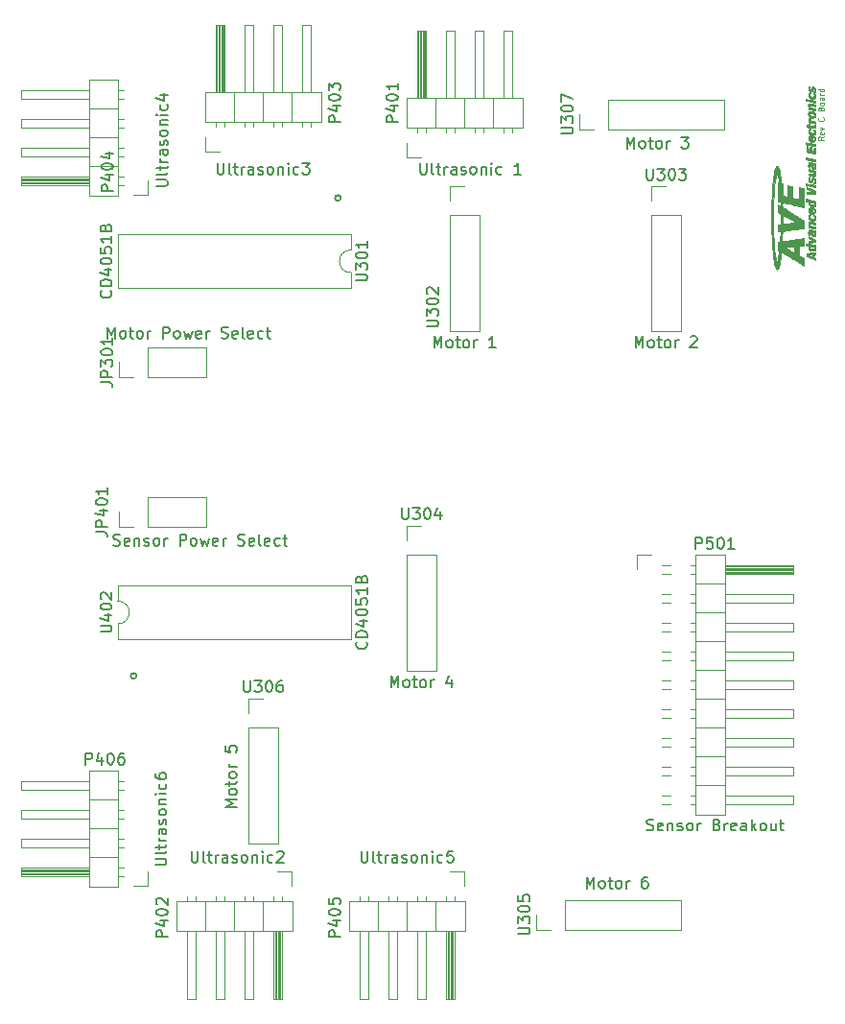
<source format=gbr>
G04 #@! TF.FileFunction,Legend,Top*
%FSLAX46Y46*%
G04 Gerber Fmt 4.6, Leading zero omitted, Abs format (unit mm)*
G04 Created by KiCad (PCBNEW 4.0.4-stable) date 04/16/17 22:08:56*
%MOMM*%
%LPD*%
G01*
G04 APERTURE LIST*
%ADD10C,0.100000*%
%ADD11C,0.125000*%
%ADD12C,0.200000*%
%ADD13C,0.120000*%
%ADD14C,0.010000*%
%ADD15C,0.150000*%
G04 APERTURE END LIST*
D10*
D11*
X182852190Y-45652285D02*
X182614095Y-45818952D01*
X182852190Y-45937999D02*
X182352190Y-45937999D01*
X182352190Y-45747523D01*
X182376000Y-45699904D01*
X182399810Y-45676095D01*
X182447429Y-45652285D01*
X182518857Y-45652285D01*
X182566476Y-45676095D01*
X182590286Y-45699904D01*
X182614095Y-45747523D01*
X182614095Y-45937999D01*
X182828381Y-45247523D02*
X182852190Y-45295142D01*
X182852190Y-45390380D01*
X182828381Y-45437999D01*
X182780762Y-45461809D01*
X182590286Y-45461809D01*
X182542667Y-45437999D01*
X182518857Y-45390380D01*
X182518857Y-45295142D01*
X182542667Y-45247523D01*
X182590286Y-45223714D01*
X182637905Y-45223714D01*
X182685524Y-45461809D01*
X182518857Y-45057047D02*
X182852190Y-44938000D01*
X182518857Y-44818952D01*
X182804571Y-43961810D02*
X182828381Y-43985620D01*
X182852190Y-44057048D01*
X182852190Y-44104667D01*
X182828381Y-44176096D01*
X182780762Y-44223715D01*
X182733143Y-44247524D01*
X182637905Y-44271334D01*
X182566476Y-44271334D01*
X182471238Y-44247524D01*
X182423619Y-44223715D01*
X182376000Y-44176096D01*
X182352190Y-44104667D01*
X182352190Y-44057048D01*
X182376000Y-43985620D01*
X182399810Y-43961810D01*
X182590286Y-43199906D02*
X182614095Y-43128477D01*
X182637905Y-43104668D01*
X182685524Y-43080858D01*
X182756952Y-43080858D01*
X182804571Y-43104668D01*
X182828381Y-43128477D01*
X182852190Y-43176096D01*
X182852190Y-43366572D01*
X182352190Y-43366572D01*
X182352190Y-43199906D01*
X182376000Y-43152287D01*
X182399810Y-43128477D01*
X182447429Y-43104668D01*
X182495048Y-43104668D01*
X182542667Y-43128477D01*
X182566476Y-43152287D01*
X182590286Y-43199906D01*
X182590286Y-43366572D01*
X182852190Y-42795144D02*
X182828381Y-42842763D01*
X182804571Y-42866572D01*
X182756952Y-42890382D01*
X182614095Y-42890382D01*
X182566476Y-42866572D01*
X182542667Y-42842763D01*
X182518857Y-42795144D01*
X182518857Y-42723715D01*
X182542667Y-42676096D01*
X182566476Y-42652287D01*
X182614095Y-42628477D01*
X182756952Y-42628477D01*
X182804571Y-42652287D01*
X182828381Y-42676096D01*
X182852190Y-42723715D01*
X182852190Y-42795144D01*
X182852190Y-42199906D02*
X182590286Y-42199906D01*
X182542667Y-42223715D01*
X182518857Y-42271334D01*
X182518857Y-42366572D01*
X182542667Y-42414191D01*
X182828381Y-42199906D02*
X182852190Y-42247525D01*
X182852190Y-42366572D01*
X182828381Y-42414191D01*
X182780762Y-42438001D01*
X182733143Y-42438001D01*
X182685524Y-42414191D01*
X182661714Y-42366572D01*
X182661714Y-42247525D01*
X182637905Y-42199906D01*
X182852190Y-41961810D02*
X182518857Y-41961810D01*
X182614095Y-41961810D02*
X182566476Y-41938001D01*
X182542667Y-41914191D01*
X182518857Y-41866572D01*
X182518857Y-41818953D01*
X182852190Y-41438001D02*
X182352190Y-41438001D01*
X182828381Y-41438001D02*
X182852190Y-41485620D01*
X182852190Y-41580858D01*
X182828381Y-41628477D01*
X182804571Y-41652286D01*
X182756952Y-41676096D01*
X182614095Y-41676096D01*
X182566476Y-41652286D01*
X182542667Y-41628477D01*
X182518857Y-41580858D01*
X182518857Y-41485620D01*
X182542667Y-41438001D01*
D12*
X140208000Y-51054000D02*
G75*
G03X140208000Y-51054000I-254000J0D01*
G01*
X122174000Y-93218000D02*
G75*
G03X122174000Y-93218000I-254000J0D01*
G01*
D13*
X123190000Y-66862000D02*
X128330000Y-66862000D01*
X128330000Y-66862000D02*
X128330000Y-64202000D01*
X128330000Y-64202000D02*
X123190000Y-64202000D01*
X123190000Y-64202000D02*
X123190000Y-66862000D01*
X121920000Y-66862000D02*
X120590000Y-66862000D01*
X120590000Y-66862000D02*
X120590000Y-65532000D01*
X123190000Y-80070000D02*
X128330000Y-80070000D01*
X128330000Y-80070000D02*
X128330000Y-77410000D01*
X128330000Y-77410000D02*
X123190000Y-77410000D01*
X123190000Y-77410000D02*
X123190000Y-80070000D01*
X121920000Y-80070000D02*
X120590000Y-80070000D01*
X120590000Y-80070000D02*
X120590000Y-78740000D01*
X145990000Y-44888000D02*
X148590000Y-44888000D01*
X148590000Y-44888000D02*
X148590000Y-42268000D01*
X148590000Y-42268000D02*
X145990000Y-42268000D01*
X145990000Y-42268000D02*
X145990000Y-44888000D01*
X146940000Y-42268000D02*
X147700000Y-42268000D01*
X147700000Y-42268000D02*
X147700000Y-36268000D01*
X147700000Y-36268000D02*
X146940000Y-36268000D01*
X146940000Y-36268000D02*
X146940000Y-42268000D01*
X146940000Y-45318000D02*
X146940000Y-44888000D01*
X147700000Y-45318000D02*
X147700000Y-44888000D01*
X147060000Y-42268000D02*
X147060000Y-36268000D01*
X147180000Y-42268000D02*
X147180000Y-36268000D01*
X147300000Y-42268000D02*
X147300000Y-36268000D01*
X147420000Y-42268000D02*
X147420000Y-36268000D01*
X147540000Y-42268000D02*
X147540000Y-36268000D01*
X147660000Y-42268000D02*
X147660000Y-36268000D01*
X148590000Y-44888000D02*
X151130000Y-44888000D01*
X151130000Y-44888000D02*
X151130000Y-42268000D01*
X151130000Y-42268000D02*
X148590000Y-42268000D01*
X148590000Y-42268000D02*
X148590000Y-44888000D01*
X149480000Y-42268000D02*
X150240000Y-42268000D01*
X150240000Y-42268000D02*
X150240000Y-36268000D01*
X150240000Y-36268000D02*
X149480000Y-36268000D01*
X149480000Y-36268000D02*
X149480000Y-42268000D01*
X149480000Y-45318000D02*
X149480000Y-44888000D01*
X150240000Y-45318000D02*
X150240000Y-44888000D01*
X151130000Y-44888000D02*
X153670000Y-44888000D01*
X153670000Y-44888000D02*
X153670000Y-42268000D01*
X153670000Y-42268000D02*
X151130000Y-42268000D01*
X151130000Y-42268000D02*
X151130000Y-44888000D01*
X152020000Y-42268000D02*
X152780000Y-42268000D01*
X152780000Y-42268000D02*
X152780000Y-36268000D01*
X152780000Y-36268000D02*
X152020000Y-36268000D01*
X152020000Y-36268000D02*
X152020000Y-42268000D01*
X152020000Y-45318000D02*
X152020000Y-44888000D01*
X152780000Y-45318000D02*
X152780000Y-44888000D01*
X153670000Y-44888000D02*
X156270000Y-44888000D01*
X156270000Y-44888000D02*
X156270000Y-42268000D01*
X156270000Y-42268000D02*
X153670000Y-42268000D01*
X153670000Y-42268000D02*
X153670000Y-44888000D01*
X154560000Y-42268000D02*
X155320000Y-42268000D01*
X155320000Y-42268000D02*
X155320000Y-36268000D01*
X155320000Y-36268000D02*
X154560000Y-36268000D01*
X154560000Y-36268000D02*
X154560000Y-42268000D01*
X154560000Y-45318000D02*
X154560000Y-44888000D01*
X155320000Y-45318000D02*
X155320000Y-44888000D01*
X147320000Y-47498000D02*
X146050000Y-47498000D01*
X146050000Y-47498000D02*
X146050000Y-46228000D01*
X135950000Y-113100000D02*
X133350000Y-113100000D01*
X133350000Y-113100000D02*
X133350000Y-115720000D01*
X133350000Y-115720000D02*
X135950000Y-115720000D01*
X135950000Y-115720000D02*
X135950000Y-113100000D01*
X135000000Y-115720000D02*
X134240000Y-115720000D01*
X134240000Y-115720000D02*
X134240000Y-121720000D01*
X134240000Y-121720000D02*
X135000000Y-121720000D01*
X135000000Y-121720000D02*
X135000000Y-115720000D01*
X135000000Y-112670000D02*
X135000000Y-113100000D01*
X134240000Y-112670000D02*
X134240000Y-113100000D01*
X134880000Y-115720000D02*
X134880000Y-121720000D01*
X134760000Y-115720000D02*
X134760000Y-121720000D01*
X134640000Y-115720000D02*
X134640000Y-121720000D01*
X134520000Y-115720000D02*
X134520000Y-121720000D01*
X134400000Y-115720000D02*
X134400000Y-121720000D01*
X134280000Y-115720000D02*
X134280000Y-121720000D01*
X133350000Y-113100000D02*
X130810000Y-113100000D01*
X130810000Y-113100000D02*
X130810000Y-115720000D01*
X130810000Y-115720000D02*
X133350000Y-115720000D01*
X133350000Y-115720000D02*
X133350000Y-113100000D01*
X132460000Y-115720000D02*
X131700000Y-115720000D01*
X131700000Y-115720000D02*
X131700000Y-121720000D01*
X131700000Y-121720000D02*
X132460000Y-121720000D01*
X132460000Y-121720000D02*
X132460000Y-115720000D01*
X132460000Y-112670000D02*
X132460000Y-113100000D01*
X131700000Y-112670000D02*
X131700000Y-113100000D01*
X130810000Y-113100000D02*
X128270000Y-113100000D01*
X128270000Y-113100000D02*
X128270000Y-115720000D01*
X128270000Y-115720000D02*
X130810000Y-115720000D01*
X130810000Y-115720000D02*
X130810000Y-113100000D01*
X129920000Y-115720000D02*
X129160000Y-115720000D01*
X129160000Y-115720000D02*
X129160000Y-121720000D01*
X129160000Y-121720000D02*
X129920000Y-121720000D01*
X129920000Y-121720000D02*
X129920000Y-115720000D01*
X129920000Y-112670000D02*
X129920000Y-113100000D01*
X129160000Y-112670000D02*
X129160000Y-113100000D01*
X128270000Y-113100000D02*
X125670000Y-113100000D01*
X125670000Y-113100000D02*
X125670000Y-115720000D01*
X125670000Y-115720000D02*
X128270000Y-115720000D01*
X128270000Y-115720000D02*
X128270000Y-113100000D01*
X127380000Y-115720000D02*
X126620000Y-115720000D01*
X126620000Y-115720000D02*
X126620000Y-121720000D01*
X126620000Y-121720000D02*
X127380000Y-121720000D01*
X127380000Y-121720000D02*
X127380000Y-115720000D01*
X127380000Y-112670000D02*
X127380000Y-113100000D01*
X126620000Y-112670000D02*
X126620000Y-113100000D01*
X134620000Y-110490000D02*
X135890000Y-110490000D01*
X135890000Y-110490000D02*
X135890000Y-111760000D01*
X128210000Y-44380000D02*
X130810000Y-44380000D01*
X130810000Y-44380000D02*
X130810000Y-41760000D01*
X130810000Y-41760000D02*
X128210000Y-41760000D01*
X128210000Y-41760000D02*
X128210000Y-44380000D01*
X129160000Y-41760000D02*
X129920000Y-41760000D01*
X129920000Y-41760000D02*
X129920000Y-35760000D01*
X129920000Y-35760000D02*
X129160000Y-35760000D01*
X129160000Y-35760000D02*
X129160000Y-41760000D01*
X129160000Y-44810000D02*
X129160000Y-44380000D01*
X129920000Y-44810000D02*
X129920000Y-44380000D01*
X129280000Y-41760000D02*
X129280000Y-35760000D01*
X129400000Y-41760000D02*
X129400000Y-35760000D01*
X129520000Y-41760000D02*
X129520000Y-35760000D01*
X129640000Y-41760000D02*
X129640000Y-35760000D01*
X129760000Y-41760000D02*
X129760000Y-35760000D01*
X129880000Y-41760000D02*
X129880000Y-35760000D01*
X130810000Y-44380000D02*
X133350000Y-44380000D01*
X133350000Y-44380000D02*
X133350000Y-41760000D01*
X133350000Y-41760000D02*
X130810000Y-41760000D01*
X130810000Y-41760000D02*
X130810000Y-44380000D01*
X131700000Y-41760000D02*
X132460000Y-41760000D01*
X132460000Y-41760000D02*
X132460000Y-35760000D01*
X132460000Y-35760000D02*
X131700000Y-35760000D01*
X131700000Y-35760000D02*
X131700000Y-41760000D01*
X131700000Y-44810000D02*
X131700000Y-44380000D01*
X132460000Y-44810000D02*
X132460000Y-44380000D01*
X133350000Y-44380000D02*
X135890000Y-44380000D01*
X135890000Y-44380000D02*
X135890000Y-41760000D01*
X135890000Y-41760000D02*
X133350000Y-41760000D01*
X133350000Y-41760000D02*
X133350000Y-44380000D01*
X134240000Y-41760000D02*
X135000000Y-41760000D01*
X135000000Y-41760000D02*
X135000000Y-35760000D01*
X135000000Y-35760000D02*
X134240000Y-35760000D01*
X134240000Y-35760000D02*
X134240000Y-41760000D01*
X134240000Y-44810000D02*
X134240000Y-44380000D01*
X135000000Y-44810000D02*
X135000000Y-44380000D01*
X135890000Y-44380000D02*
X138490000Y-44380000D01*
X138490000Y-44380000D02*
X138490000Y-41760000D01*
X138490000Y-41760000D02*
X135890000Y-41760000D01*
X135890000Y-41760000D02*
X135890000Y-44380000D01*
X136780000Y-41760000D02*
X137540000Y-41760000D01*
X137540000Y-41760000D02*
X137540000Y-35760000D01*
X137540000Y-35760000D02*
X136780000Y-35760000D01*
X136780000Y-35760000D02*
X136780000Y-41760000D01*
X136780000Y-44810000D02*
X136780000Y-44380000D01*
X137540000Y-44810000D02*
X137540000Y-44380000D01*
X129540000Y-46990000D02*
X128270000Y-46990000D01*
X128270000Y-46990000D02*
X128270000Y-45720000D01*
X120580000Y-50860000D02*
X120580000Y-48260000D01*
X120580000Y-48260000D02*
X117960000Y-48260000D01*
X117960000Y-48260000D02*
X117960000Y-50860000D01*
X117960000Y-50860000D02*
X120580000Y-50860000D01*
X117960000Y-49910000D02*
X117960000Y-49150000D01*
X117960000Y-49150000D02*
X111960000Y-49150000D01*
X111960000Y-49150000D02*
X111960000Y-49910000D01*
X111960000Y-49910000D02*
X117960000Y-49910000D01*
X121010000Y-49910000D02*
X120580000Y-49910000D01*
X121010000Y-49150000D02*
X120580000Y-49150000D01*
X117960000Y-49790000D02*
X111960000Y-49790000D01*
X117960000Y-49670000D02*
X111960000Y-49670000D01*
X117960000Y-49550000D02*
X111960000Y-49550000D01*
X117960000Y-49430000D02*
X111960000Y-49430000D01*
X117960000Y-49310000D02*
X111960000Y-49310000D01*
X117960000Y-49190000D02*
X111960000Y-49190000D01*
X120580000Y-48260000D02*
X120580000Y-45720000D01*
X120580000Y-45720000D02*
X117960000Y-45720000D01*
X117960000Y-45720000D02*
X117960000Y-48260000D01*
X117960000Y-48260000D02*
X120580000Y-48260000D01*
X117960000Y-47370000D02*
X117960000Y-46610000D01*
X117960000Y-46610000D02*
X111960000Y-46610000D01*
X111960000Y-46610000D02*
X111960000Y-47370000D01*
X111960000Y-47370000D02*
X117960000Y-47370000D01*
X121010000Y-47370000D02*
X120580000Y-47370000D01*
X121010000Y-46610000D02*
X120580000Y-46610000D01*
X120580000Y-45720000D02*
X120580000Y-43180000D01*
X120580000Y-43180000D02*
X117960000Y-43180000D01*
X117960000Y-43180000D02*
X117960000Y-45720000D01*
X117960000Y-45720000D02*
X120580000Y-45720000D01*
X117960000Y-44830000D02*
X117960000Y-44070000D01*
X117960000Y-44070000D02*
X111960000Y-44070000D01*
X111960000Y-44070000D02*
X111960000Y-44830000D01*
X111960000Y-44830000D02*
X117960000Y-44830000D01*
X121010000Y-44830000D02*
X120580000Y-44830000D01*
X121010000Y-44070000D02*
X120580000Y-44070000D01*
X120580000Y-43180000D02*
X120580000Y-40580000D01*
X120580000Y-40580000D02*
X117960000Y-40580000D01*
X117960000Y-40580000D02*
X117960000Y-43180000D01*
X117960000Y-43180000D02*
X120580000Y-43180000D01*
X117960000Y-42290000D02*
X117960000Y-41530000D01*
X117960000Y-41530000D02*
X111960000Y-41530000D01*
X111960000Y-41530000D02*
X111960000Y-42290000D01*
X111960000Y-42290000D02*
X117960000Y-42290000D01*
X121010000Y-42290000D02*
X120580000Y-42290000D01*
X121010000Y-41530000D02*
X120580000Y-41530000D01*
X123190000Y-49530000D02*
X123190000Y-50800000D01*
X123190000Y-50800000D02*
X121920000Y-50800000D01*
X151190000Y-113100000D02*
X148590000Y-113100000D01*
X148590000Y-113100000D02*
X148590000Y-115720000D01*
X148590000Y-115720000D02*
X151190000Y-115720000D01*
X151190000Y-115720000D02*
X151190000Y-113100000D01*
X150240000Y-115720000D02*
X149480000Y-115720000D01*
X149480000Y-115720000D02*
X149480000Y-121720000D01*
X149480000Y-121720000D02*
X150240000Y-121720000D01*
X150240000Y-121720000D02*
X150240000Y-115720000D01*
X150240000Y-112670000D02*
X150240000Y-113100000D01*
X149480000Y-112670000D02*
X149480000Y-113100000D01*
X150120000Y-115720000D02*
X150120000Y-121720000D01*
X150000000Y-115720000D02*
X150000000Y-121720000D01*
X149880000Y-115720000D02*
X149880000Y-121720000D01*
X149760000Y-115720000D02*
X149760000Y-121720000D01*
X149640000Y-115720000D02*
X149640000Y-121720000D01*
X149520000Y-115720000D02*
X149520000Y-121720000D01*
X148590000Y-113100000D02*
X146050000Y-113100000D01*
X146050000Y-113100000D02*
X146050000Y-115720000D01*
X146050000Y-115720000D02*
X148590000Y-115720000D01*
X148590000Y-115720000D02*
X148590000Y-113100000D01*
X147700000Y-115720000D02*
X146940000Y-115720000D01*
X146940000Y-115720000D02*
X146940000Y-121720000D01*
X146940000Y-121720000D02*
X147700000Y-121720000D01*
X147700000Y-121720000D02*
X147700000Y-115720000D01*
X147700000Y-112670000D02*
X147700000Y-113100000D01*
X146940000Y-112670000D02*
X146940000Y-113100000D01*
X146050000Y-113100000D02*
X143510000Y-113100000D01*
X143510000Y-113100000D02*
X143510000Y-115720000D01*
X143510000Y-115720000D02*
X146050000Y-115720000D01*
X146050000Y-115720000D02*
X146050000Y-113100000D01*
X145160000Y-115720000D02*
X144400000Y-115720000D01*
X144400000Y-115720000D02*
X144400000Y-121720000D01*
X144400000Y-121720000D02*
X145160000Y-121720000D01*
X145160000Y-121720000D02*
X145160000Y-115720000D01*
X145160000Y-112670000D02*
X145160000Y-113100000D01*
X144400000Y-112670000D02*
X144400000Y-113100000D01*
X143510000Y-113100000D02*
X140910000Y-113100000D01*
X140910000Y-113100000D02*
X140910000Y-115720000D01*
X140910000Y-115720000D02*
X143510000Y-115720000D01*
X143510000Y-115720000D02*
X143510000Y-113100000D01*
X142620000Y-115720000D02*
X141860000Y-115720000D01*
X141860000Y-115720000D02*
X141860000Y-121720000D01*
X141860000Y-121720000D02*
X142620000Y-121720000D01*
X142620000Y-121720000D02*
X142620000Y-115720000D01*
X142620000Y-112670000D02*
X142620000Y-113100000D01*
X141860000Y-112670000D02*
X141860000Y-113100000D01*
X149860000Y-110490000D02*
X151130000Y-110490000D01*
X151130000Y-110490000D02*
X151130000Y-111760000D01*
X120580000Y-111820000D02*
X120580000Y-109220000D01*
X120580000Y-109220000D02*
X117960000Y-109220000D01*
X117960000Y-109220000D02*
X117960000Y-111820000D01*
X117960000Y-111820000D02*
X120580000Y-111820000D01*
X117960000Y-110870000D02*
X117960000Y-110110000D01*
X117960000Y-110110000D02*
X111960000Y-110110000D01*
X111960000Y-110110000D02*
X111960000Y-110870000D01*
X111960000Y-110870000D02*
X117960000Y-110870000D01*
X121010000Y-110870000D02*
X120580000Y-110870000D01*
X121010000Y-110110000D02*
X120580000Y-110110000D01*
X117960000Y-110750000D02*
X111960000Y-110750000D01*
X117960000Y-110630000D02*
X111960000Y-110630000D01*
X117960000Y-110510000D02*
X111960000Y-110510000D01*
X117960000Y-110390000D02*
X111960000Y-110390000D01*
X117960000Y-110270000D02*
X111960000Y-110270000D01*
X117960000Y-110150000D02*
X111960000Y-110150000D01*
X120580000Y-109220000D02*
X120580000Y-106680000D01*
X120580000Y-106680000D02*
X117960000Y-106680000D01*
X117960000Y-106680000D02*
X117960000Y-109220000D01*
X117960000Y-109220000D02*
X120580000Y-109220000D01*
X117960000Y-108330000D02*
X117960000Y-107570000D01*
X117960000Y-107570000D02*
X111960000Y-107570000D01*
X111960000Y-107570000D02*
X111960000Y-108330000D01*
X111960000Y-108330000D02*
X117960000Y-108330000D01*
X121010000Y-108330000D02*
X120580000Y-108330000D01*
X121010000Y-107570000D02*
X120580000Y-107570000D01*
X120580000Y-106680000D02*
X120580000Y-104140000D01*
X120580000Y-104140000D02*
X117960000Y-104140000D01*
X117960000Y-104140000D02*
X117960000Y-106680000D01*
X117960000Y-106680000D02*
X120580000Y-106680000D01*
X117960000Y-105790000D02*
X117960000Y-105030000D01*
X117960000Y-105030000D02*
X111960000Y-105030000D01*
X111960000Y-105030000D02*
X111960000Y-105790000D01*
X111960000Y-105790000D02*
X117960000Y-105790000D01*
X121010000Y-105790000D02*
X120580000Y-105790000D01*
X121010000Y-105030000D02*
X120580000Y-105030000D01*
X120580000Y-104140000D02*
X120580000Y-101540000D01*
X120580000Y-101540000D02*
X117960000Y-101540000D01*
X117960000Y-101540000D02*
X117960000Y-104140000D01*
X117960000Y-104140000D02*
X120580000Y-104140000D01*
X117960000Y-103250000D02*
X117960000Y-102490000D01*
X117960000Y-102490000D02*
X111960000Y-102490000D01*
X111960000Y-102490000D02*
X111960000Y-103250000D01*
X111960000Y-103250000D02*
X117960000Y-103250000D01*
X121010000Y-103250000D02*
X120580000Y-103250000D01*
X121010000Y-102490000D02*
X120580000Y-102490000D01*
X123190000Y-110490000D02*
X123190000Y-111760000D01*
X123190000Y-111760000D02*
X121920000Y-111760000D01*
X141090000Y-55642000D02*
X141090000Y-54272000D01*
X141090000Y-54272000D02*
X120530000Y-54272000D01*
X120530000Y-54272000D02*
X120530000Y-59012000D01*
X120530000Y-59012000D02*
X141090000Y-59012000D01*
X141090000Y-59012000D02*
X141090000Y-57642000D01*
X141090000Y-57642000D02*
G75*
G02X141090000Y-55642000I0J1000000D01*
G01*
X149800000Y-52578000D02*
X149800000Y-62798000D01*
X149800000Y-62798000D02*
X152460000Y-62798000D01*
X152460000Y-62798000D02*
X152460000Y-52578000D01*
X152460000Y-52578000D02*
X149800000Y-52578000D01*
X149800000Y-51308000D02*
X149800000Y-49978000D01*
X149800000Y-49978000D02*
X151130000Y-49978000D01*
X167580000Y-52578000D02*
X167580000Y-62798000D01*
X167580000Y-62798000D02*
X170240000Y-62798000D01*
X170240000Y-62798000D02*
X170240000Y-52578000D01*
X170240000Y-52578000D02*
X167580000Y-52578000D01*
X167580000Y-51308000D02*
X167580000Y-49978000D01*
X167580000Y-49978000D02*
X168910000Y-49978000D01*
X145990000Y-82550000D02*
X145990000Y-92770000D01*
X145990000Y-92770000D02*
X148650000Y-92770000D01*
X148650000Y-92770000D02*
X148650000Y-82550000D01*
X148650000Y-82550000D02*
X145990000Y-82550000D01*
X145990000Y-81280000D02*
X145990000Y-79950000D01*
X145990000Y-79950000D02*
X147320000Y-79950000D01*
X160020000Y-115630000D02*
X170240000Y-115630000D01*
X170240000Y-115630000D02*
X170240000Y-112970000D01*
X170240000Y-112970000D02*
X160020000Y-112970000D01*
X160020000Y-112970000D02*
X160020000Y-115630000D01*
X158750000Y-115630000D02*
X157420000Y-115630000D01*
X157420000Y-115630000D02*
X157420000Y-114300000D01*
X132020000Y-97790000D02*
X132020000Y-108010000D01*
X132020000Y-108010000D02*
X134680000Y-108010000D01*
X134680000Y-108010000D02*
X134680000Y-97790000D01*
X134680000Y-97790000D02*
X132020000Y-97790000D01*
X132020000Y-96520000D02*
X132020000Y-95190000D01*
X132020000Y-95190000D02*
X133350000Y-95190000D01*
X163830000Y-45018000D02*
X174050000Y-45018000D01*
X174050000Y-45018000D02*
X174050000Y-42358000D01*
X174050000Y-42358000D02*
X163830000Y-42358000D01*
X163830000Y-42358000D02*
X163830000Y-45018000D01*
X162560000Y-45018000D02*
X161230000Y-45018000D01*
X161230000Y-45018000D02*
X161230000Y-43688000D01*
X120530000Y-88630000D02*
X120530000Y-90000000D01*
X120530000Y-90000000D02*
X141090000Y-90000000D01*
X141090000Y-90000000D02*
X141090000Y-85260000D01*
X141090000Y-85260000D02*
X120530000Y-85260000D01*
X120530000Y-85260000D02*
X120530000Y-86630000D01*
X120530000Y-86630000D02*
G75*
G02X120530000Y-88630000I0J-1000000D01*
G01*
X171520000Y-82490000D02*
X171520000Y-85090000D01*
X171520000Y-85090000D02*
X174140000Y-85090000D01*
X174140000Y-85090000D02*
X174140000Y-82490000D01*
X174140000Y-82490000D02*
X171520000Y-82490000D01*
X174140000Y-83440000D02*
X174140000Y-84200000D01*
X174140000Y-84200000D02*
X180140000Y-84200000D01*
X180140000Y-84200000D02*
X180140000Y-83440000D01*
X180140000Y-83440000D02*
X174140000Y-83440000D01*
X171090000Y-83440000D02*
X171520000Y-83440000D01*
X171090000Y-84200000D02*
X171520000Y-84200000D01*
X168550000Y-83440000D02*
X169270000Y-83440000D01*
X168550000Y-84200000D02*
X169270000Y-84200000D01*
X174140000Y-83560000D02*
X180140000Y-83560000D01*
X174140000Y-83680000D02*
X180140000Y-83680000D01*
X174140000Y-83800000D02*
X180140000Y-83800000D01*
X174140000Y-83920000D02*
X180140000Y-83920000D01*
X174140000Y-84040000D02*
X180140000Y-84040000D01*
X174140000Y-84160000D02*
X180140000Y-84160000D01*
X171520000Y-85090000D02*
X171520000Y-87630000D01*
X171520000Y-87630000D02*
X174140000Y-87630000D01*
X174140000Y-87630000D02*
X174140000Y-85090000D01*
X174140000Y-85090000D02*
X171520000Y-85090000D01*
X174140000Y-85980000D02*
X174140000Y-86740000D01*
X174140000Y-86740000D02*
X180140000Y-86740000D01*
X180140000Y-86740000D02*
X180140000Y-85980000D01*
X180140000Y-85980000D02*
X174140000Y-85980000D01*
X171090000Y-85980000D02*
X171520000Y-85980000D01*
X171090000Y-86740000D02*
X171520000Y-86740000D01*
X168550000Y-85980000D02*
X169270000Y-85980000D01*
X168550000Y-86740000D02*
X169270000Y-86740000D01*
X171520000Y-87630000D02*
X171520000Y-90170000D01*
X171520000Y-90170000D02*
X174140000Y-90170000D01*
X174140000Y-90170000D02*
X174140000Y-87630000D01*
X174140000Y-87630000D02*
X171520000Y-87630000D01*
X174140000Y-88520000D02*
X174140000Y-89280000D01*
X174140000Y-89280000D02*
X180140000Y-89280000D01*
X180140000Y-89280000D02*
X180140000Y-88520000D01*
X180140000Y-88520000D02*
X174140000Y-88520000D01*
X171090000Y-88520000D02*
X171520000Y-88520000D01*
X171090000Y-89280000D02*
X171520000Y-89280000D01*
X168550000Y-88520000D02*
X169270000Y-88520000D01*
X168550000Y-89280000D02*
X169270000Y-89280000D01*
X171520000Y-90170000D02*
X171520000Y-92710000D01*
X171520000Y-92710000D02*
X174140000Y-92710000D01*
X174140000Y-92710000D02*
X174140000Y-90170000D01*
X174140000Y-90170000D02*
X171520000Y-90170000D01*
X174140000Y-91060000D02*
X174140000Y-91820000D01*
X174140000Y-91820000D02*
X180140000Y-91820000D01*
X180140000Y-91820000D02*
X180140000Y-91060000D01*
X180140000Y-91060000D02*
X174140000Y-91060000D01*
X171090000Y-91060000D02*
X171520000Y-91060000D01*
X171090000Y-91820000D02*
X171520000Y-91820000D01*
X168550000Y-91060000D02*
X169270000Y-91060000D01*
X168550000Y-91820000D02*
X169270000Y-91820000D01*
X171520000Y-92710000D02*
X171520000Y-95250000D01*
X171520000Y-95250000D02*
X174140000Y-95250000D01*
X174140000Y-95250000D02*
X174140000Y-92710000D01*
X174140000Y-92710000D02*
X171520000Y-92710000D01*
X174140000Y-93600000D02*
X174140000Y-94360000D01*
X174140000Y-94360000D02*
X180140000Y-94360000D01*
X180140000Y-94360000D02*
X180140000Y-93600000D01*
X180140000Y-93600000D02*
X174140000Y-93600000D01*
X171090000Y-93600000D02*
X171520000Y-93600000D01*
X171090000Y-94360000D02*
X171520000Y-94360000D01*
X168550000Y-93600000D02*
X169270000Y-93600000D01*
X168550000Y-94360000D02*
X169270000Y-94360000D01*
X171520000Y-95250000D02*
X171520000Y-97790000D01*
X171520000Y-97790000D02*
X174140000Y-97790000D01*
X174140000Y-97790000D02*
X174140000Y-95250000D01*
X174140000Y-95250000D02*
X171520000Y-95250000D01*
X174140000Y-96140000D02*
X174140000Y-96900000D01*
X174140000Y-96900000D02*
X180140000Y-96900000D01*
X180140000Y-96900000D02*
X180140000Y-96140000D01*
X180140000Y-96140000D02*
X174140000Y-96140000D01*
X171090000Y-96140000D02*
X171520000Y-96140000D01*
X171090000Y-96900000D02*
X171520000Y-96900000D01*
X168550000Y-96140000D02*
X169270000Y-96140000D01*
X168550000Y-96900000D02*
X169270000Y-96900000D01*
X171520000Y-97790000D02*
X171520000Y-100330000D01*
X171520000Y-100330000D02*
X174140000Y-100330000D01*
X174140000Y-100330000D02*
X174140000Y-97790000D01*
X174140000Y-97790000D02*
X171520000Y-97790000D01*
X174140000Y-98680000D02*
X174140000Y-99440000D01*
X174140000Y-99440000D02*
X180140000Y-99440000D01*
X180140000Y-99440000D02*
X180140000Y-98680000D01*
X180140000Y-98680000D02*
X174140000Y-98680000D01*
X171090000Y-98680000D02*
X171520000Y-98680000D01*
X171090000Y-99440000D02*
X171520000Y-99440000D01*
X168550000Y-98680000D02*
X169270000Y-98680000D01*
X168550000Y-99440000D02*
X169270000Y-99440000D01*
X171520000Y-100330000D02*
X171520000Y-102870000D01*
X171520000Y-102870000D02*
X174140000Y-102870000D01*
X174140000Y-102870000D02*
X174140000Y-100330000D01*
X174140000Y-100330000D02*
X171520000Y-100330000D01*
X174140000Y-101220000D02*
X174140000Y-101980000D01*
X174140000Y-101980000D02*
X180140000Y-101980000D01*
X180140000Y-101980000D02*
X180140000Y-101220000D01*
X180140000Y-101220000D02*
X174140000Y-101220000D01*
X171090000Y-101220000D02*
X171520000Y-101220000D01*
X171090000Y-101980000D02*
X171520000Y-101980000D01*
X168550000Y-101220000D02*
X169270000Y-101220000D01*
X168550000Y-101980000D02*
X169270000Y-101980000D01*
X171520000Y-102870000D02*
X171520000Y-105470000D01*
X171520000Y-105470000D02*
X174140000Y-105470000D01*
X174140000Y-105470000D02*
X174140000Y-102870000D01*
X174140000Y-102870000D02*
X171520000Y-102870000D01*
X174140000Y-103760000D02*
X174140000Y-104520000D01*
X174140000Y-104520000D02*
X180140000Y-104520000D01*
X180140000Y-104520000D02*
X180140000Y-103760000D01*
X180140000Y-103760000D02*
X174140000Y-103760000D01*
X171090000Y-103760000D02*
X171520000Y-103760000D01*
X171090000Y-104520000D02*
X171520000Y-104520000D01*
X168550000Y-103760000D02*
X169270000Y-103760000D01*
X168550000Y-104520000D02*
X169270000Y-104520000D01*
X166370000Y-83820000D02*
X166370000Y-82550000D01*
X166370000Y-82550000D02*
X167640000Y-82550000D01*
D14*
G36*
X181294094Y-56000269D02*
X181304618Y-55966719D01*
X181334368Y-55942814D01*
X181393209Y-55924726D01*
X181491004Y-55908627D01*
X181637618Y-55890688D01*
X181721125Y-55881112D01*
X181885095Y-55862731D01*
X181996242Y-55852714D01*
X182064835Y-55852248D01*
X182101146Y-55862521D01*
X182115442Y-55884721D01*
X182117995Y-55920037D01*
X182118000Y-55927021D01*
X182098181Y-55994718D01*
X182038625Y-56025713D01*
X181987735Y-56047142D01*
X181964747Y-56090626D01*
X181959253Y-56176390D01*
X181959250Y-56179971D01*
X181965795Y-56270939D01*
X181992484Y-56321851D01*
X182038625Y-56350473D01*
X182101543Y-56401655D01*
X182118000Y-56478591D01*
X182118000Y-56570543D01*
X181800500Y-56408578D01*
X181800500Y-56228425D01*
X181800500Y-56136609D01*
X181796770Y-56079717D01*
X181773922Y-56056123D01*
X181714466Y-56056160D01*
X181665562Y-56062015D01*
X181581410Y-56073724D01*
X181529898Y-56082732D01*
X181523384Y-56084756D01*
X181544815Y-56100321D01*
X181607553Y-56134074D01*
X181658321Y-56159350D01*
X181800500Y-56228425D01*
X181800500Y-56408578D01*
X181705684Y-56360209D01*
X181545185Y-56277750D01*
X181432844Y-56217267D01*
X181360071Y-56172248D01*
X181318274Y-56136180D01*
X181298862Y-56102549D01*
X181293243Y-56064843D01*
X181292934Y-56047293D01*
X181294094Y-56000269D01*
X181294094Y-56000269D01*
G37*
X181294094Y-56000269D02*
X181304618Y-55966719D01*
X181334368Y-55942814D01*
X181393209Y-55924726D01*
X181491004Y-55908627D01*
X181637618Y-55890688D01*
X181721125Y-55881112D01*
X181885095Y-55862731D01*
X181996242Y-55852714D01*
X182064835Y-55852248D01*
X182101146Y-55862521D01*
X182115442Y-55884721D01*
X182117995Y-55920037D01*
X182118000Y-55927021D01*
X182098181Y-55994718D01*
X182038625Y-56025713D01*
X181987735Y-56047142D01*
X181964747Y-56090626D01*
X181959253Y-56176390D01*
X181959250Y-56179971D01*
X181965795Y-56270939D01*
X181992484Y-56321851D01*
X182038625Y-56350473D01*
X182101543Y-56401655D01*
X182118000Y-56478591D01*
X182118000Y-56570543D01*
X181800500Y-56408578D01*
X181800500Y-56228425D01*
X181800500Y-56136609D01*
X181796770Y-56079717D01*
X181773922Y-56056123D01*
X181714466Y-56056160D01*
X181665562Y-56062015D01*
X181581410Y-56073724D01*
X181529898Y-56082732D01*
X181523384Y-56084756D01*
X181544815Y-56100321D01*
X181607553Y-56134074D01*
X181658321Y-56159350D01*
X181800500Y-56228425D01*
X181800500Y-56408578D01*
X181705684Y-56360209D01*
X181545185Y-56277750D01*
X181432844Y-56217267D01*
X181360071Y-56172248D01*
X181318274Y-56136180D01*
X181298862Y-56102549D01*
X181293243Y-56064843D01*
X181292934Y-56047293D01*
X181294094Y-56000269D01*
G36*
X181237417Y-55071991D02*
X181273592Y-55059764D01*
X181300437Y-55064899D01*
X181359130Y-55077615D01*
X181464770Y-55099143D01*
X181601932Y-55126382D01*
X181742526Y-55153786D01*
X182113178Y-55225390D01*
X182112015Y-55427001D01*
X182102317Y-55572826D01*
X182075553Y-55660572D01*
X182064533Y-55674931D01*
X181992422Y-55709572D01*
X181884557Y-55720887D01*
X181883318Y-55720772D01*
X181883318Y-55554889D01*
X181930200Y-55545769D01*
X181979920Y-55503992D01*
X181986536Y-55441516D01*
X181949224Y-55385017D01*
X181935437Y-55376251D01*
X181871245Y-55353723D01*
X181774010Y-55331522D01*
X181729062Y-55323904D01*
X181638157Y-55312906D01*
X181593516Y-55318514D01*
X181579125Y-55344928D01*
X181578250Y-55363475D01*
X181606816Y-55439074D01*
X181679848Y-55502737D01*
X181778349Y-55544622D01*
X181883318Y-55554889D01*
X181883318Y-55720772D01*
X181763918Y-55709681D01*
X181653486Y-55676762D01*
X181619963Y-55659331D01*
X181509422Y-55565513D01*
X181460417Y-55456283D01*
X181463061Y-55368508D01*
X181468011Y-55301547D01*
X181435822Y-55270019D01*
X181394816Y-55258610D01*
X181298464Y-55234797D01*
X181249096Y-55210120D01*
X181231168Y-55172656D01*
X181229000Y-55131430D01*
X181237417Y-55071991D01*
X181237417Y-55071991D01*
G37*
X181237417Y-55071991D02*
X181273592Y-55059764D01*
X181300437Y-55064899D01*
X181359130Y-55077615D01*
X181464770Y-55099143D01*
X181601932Y-55126382D01*
X181742526Y-55153786D01*
X182113178Y-55225390D01*
X182112015Y-55427001D01*
X182102317Y-55572826D01*
X182075553Y-55660572D01*
X182064533Y-55674931D01*
X181992422Y-55709572D01*
X181884557Y-55720887D01*
X181883318Y-55720772D01*
X181883318Y-55554889D01*
X181930200Y-55545769D01*
X181979920Y-55503992D01*
X181986536Y-55441516D01*
X181949224Y-55385017D01*
X181935437Y-55376251D01*
X181871245Y-55353723D01*
X181774010Y-55331522D01*
X181729062Y-55323904D01*
X181638157Y-55312906D01*
X181593516Y-55318514D01*
X181579125Y-55344928D01*
X181578250Y-55363475D01*
X181606816Y-55439074D01*
X181679848Y-55502737D01*
X181778349Y-55544622D01*
X181883318Y-55554889D01*
X181883318Y-55720772D01*
X181763918Y-55709681D01*
X181653486Y-55676762D01*
X181619963Y-55659331D01*
X181509422Y-55565513D01*
X181460417Y-55456283D01*
X181463061Y-55368508D01*
X181468011Y-55301547D01*
X181435822Y-55270019D01*
X181394816Y-55258610D01*
X181298464Y-55234797D01*
X181249096Y-55210120D01*
X181231168Y-55172656D01*
X181229000Y-55131430D01*
X181237417Y-55071991D01*
G36*
X181487703Y-54443867D02*
X181498093Y-54419500D01*
X181530554Y-54433564D01*
X181606748Y-54471637D01*
X181714540Y-54527544D01*
X181815593Y-54581080D01*
X181950296Y-54654557D01*
X182038029Y-54707906D01*
X182088650Y-54749336D01*
X182112014Y-54787056D01*
X182117979Y-54829275D01*
X182118000Y-54832941D01*
X182099011Y-54912183D01*
X182062437Y-54938951D01*
X182002797Y-54950202D01*
X181902979Y-54963791D01*
X181800500Y-54975125D01*
X181684437Y-54988140D01*
X181588292Y-55001614D01*
X181538562Y-55011300D01*
X181499054Y-55009663D01*
X181484136Y-54964717D01*
X181483000Y-54929640D01*
X181488648Y-54865541D01*
X181518092Y-54837271D01*
X181590076Y-54828904D01*
X181602062Y-54828494D01*
X181711828Y-54820023D01*
X181813222Y-54804718D01*
X181816375Y-54804044D01*
X181861788Y-54792118D01*
X181872700Y-54778283D01*
X181842386Y-54756076D01*
X181764121Y-54719036D01*
X181697312Y-54689611D01*
X181585697Y-54638207D01*
X181521052Y-54598781D01*
X181490972Y-54560800D01*
X181483051Y-54513733D01*
X181483000Y-54507685D01*
X181487703Y-54443867D01*
X181487703Y-54443867D01*
G37*
X181487703Y-54443867D02*
X181498093Y-54419500D01*
X181530554Y-54433564D01*
X181606748Y-54471637D01*
X181714540Y-54527544D01*
X181815593Y-54581080D01*
X181950296Y-54654557D01*
X182038029Y-54707906D01*
X182088650Y-54749336D01*
X182112014Y-54787056D01*
X182117979Y-54829275D01*
X182118000Y-54832941D01*
X182099011Y-54912183D01*
X182062437Y-54938951D01*
X182002797Y-54950202D01*
X181902979Y-54963791D01*
X181800500Y-54975125D01*
X181684437Y-54988140D01*
X181588292Y-55001614D01*
X181538562Y-55011300D01*
X181499054Y-55009663D01*
X181484136Y-54964717D01*
X181483000Y-54929640D01*
X181488648Y-54865541D01*
X181518092Y-54837271D01*
X181590076Y-54828904D01*
X181602062Y-54828494D01*
X181711828Y-54820023D01*
X181813222Y-54804718D01*
X181816375Y-54804044D01*
X181861788Y-54792118D01*
X181872700Y-54778283D01*
X181842386Y-54756076D01*
X181764121Y-54719036D01*
X181697312Y-54689611D01*
X181585697Y-54638207D01*
X181521052Y-54598781D01*
X181490972Y-54560800D01*
X181483051Y-54513733D01*
X181483000Y-54507685D01*
X181487703Y-54443867D01*
G36*
X181464240Y-53995161D02*
X181464982Y-53991131D01*
X181488570Y-53918536D01*
X181533196Y-53874927D01*
X181609172Y-53857597D01*
X181726813Y-53863837D01*
X181866928Y-53885590D01*
X181987187Y-53908640D01*
X182058446Y-53929336D01*
X182094474Y-53954931D01*
X182109040Y-53992679D01*
X182112171Y-54014775D01*
X182108626Y-54078081D01*
X182087241Y-54102000D01*
X182068271Y-54119599D01*
X182085132Y-54163413D01*
X182116255Y-54272756D01*
X182087071Y-54367352D01*
X182056632Y-54401696D01*
X181982627Y-54440599D01*
X181923388Y-54437154D01*
X181923388Y-54254530D01*
X181938783Y-54251031D01*
X181985419Y-54206141D01*
X181979494Y-54137443D01*
X181966701Y-54114217D01*
X181919785Y-54077180D01*
X181871937Y-54056515D01*
X181817345Y-54049762D01*
X181800725Y-54084486D01*
X181800500Y-54093793D01*
X181819643Y-54173726D01*
X181866095Y-54233547D01*
X181923388Y-54254530D01*
X181923388Y-54437154D01*
X181896806Y-54435608D01*
X181800562Y-54391166D01*
X181734445Y-54302392D01*
X181693046Y-54161579D01*
X181689360Y-54140064D01*
X181665282Y-54048537D01*
X181637193Y-54016736D01*
X181612217Y-54041869D01*
X181597479Y-54121145D01*
X181596120Y-54176587D01*
X181592982Y-54268777D01*
X181576618Y-54312983D01*
X181541996Y-54324250D01*
X181497085Y-54295642D01*
X181466677Y-54220537D01*
X181454489Y-54115016D01*
X181464240Y-53995161D01*
X181464240Y-53995161D01*
G37*
X181464240Y-53995161D02*
X181464982Y-53991131D01*
X181488570Y-53918536D01*
X181533196Y-53874927D01*
X181609172Y-53857597D01*
X181726813Y-53863837D01*
X181866928Y-53885590D01*
X181987187Y-53908640D01*
X182058446Y-53929336D01*
X182094474Y-53954931D01*
X182109040Y-53992679D01*
X182112171Y-54014775D01*
X182108626Y-54078081D01*
X182087241Y-54102000D01*
X182068271Y-54119599D01*
X182085132Y-54163413D01*
X182116255Y-54272756D01*
X182087071Y-54367352D01*
X182056632Y-54401696D01*
X181982627Y-54440599D01*
X181923388Y-54437154D01*
X181923388Y-54254530D01*
X181938783Y-54251031D01*
X181985419Y-54206141D01*
X181979494Y-54137443D01*
X181966701Y-54114217D01*
X181919785Y-54077180D01*
X181871937Y-54056515D01*
X181817345Y-54049762D01*
X181800725Y-54084486D01*
X181800500Y-54093793D01*
X181819643Y-54173726D01*
X181866095Y-54233547D01*
X181923388Y-54254530D01*
X181923388Y-54437154D01*
X181896806Y-54435608D01*
X181800562Y-54391166D01*
X181734445Y-54302392D01*
X181693046Y-54161579D01*
X181689360Y-54140064D01*
X181665282Y-54048537D01*
X181637193Y-54016736D01*
X181612217Y-54041869D01*
X181597479Y-54121145D01*
X181596120Y-54176587D01*
X181592982Y-54268777D01*
X181576618Y-54312983D01*
X181541996Y-54324250D01*
X181497085Y-54295642D01*
X181466677Y-54220537D01*
X181454489Y-54115016D01*
X181464240Y-53995161D01*
G36*
X181472842Y-53237573D02*
X181527174Y-53176239D01*
X181560261Y-53163069D01*
X181632970Y-53159559D01*
X181746890Y-53169960D01*
X181881970Y-53191474D01*
X182018159Y-53221300D01*
X182062437Y-53233202D01*
X182107894Y-53276226D01*
X182118000Y-53330234D01*
X182111743Y-53384583D01*
X182080244Y-53400249D01*
X182016488Y-53391136D01*
X181923894Y-53375312D01*
X181804560Y-53358280D01*
X181746613Y-53351046D01*
X181649002Y-53341758D01*
X181598722Y-53346308D01*
X181580364Y-53368741D01*
X181578250Y-53395241D01*
X181589876Y-53453404D01*
X181631587Y-53496208D01*
X181713625Y-53529260D01*
X181846237Y-53558168D01*
X181889449Y-53565562D01*
X182007034Y-53586226D01*
X182075273Y-53604859D01*
X182107578Y-53629117D01*
X182117360Y-53666657D01*
X182118000Y-53696043D01*
X182110126Y-53760666D01*
X182080124Y-53776196D01*
X182062437Y-53772412D01*
X182003177Y-53758742D01*
X181904000Y-53739394D01*
X181800500Y-53721000D01*
X181656827Y-53695531D01*
X181564588Y-53674482D01*
X181512445Y-53652676D01*
X181489061Y-53624933D01*
X181483099Y-53586077D01*
X181483000Y-53575986D01*
X181494396Y-53517353D01*
X181515481Y-53498750D01*
X181523432Y-53476526D01*
X181498127Y-53422729D01*
X181496106Y-53419607D01*
X181460921Y-53324953D01*
X181472842Y-53237573D01*
X181472842Y-53237573D01*
G37*
X181472842Y-53237573D02*
X181527174Y-53176239D01*
X181560261Y-53163069D01*
X181632970Y-53159559D01*
X181746890Y-53169960D01*
X181881970Y-53191474D01*
X182018159Y-53221300D01*
X182062437Y-53233202D01*
X182107894Y-53276226D01*
X182118000Y-53330234D01*
X182111743Y-53384583D01*
X182080244Y-53400249D01*
X182016488Y-53391136D01*
X181923894Y-53375312D01*
X181804560Y-53358280D01*
X181746613Y-53351046D01*
X181649002Y-53341758D01*
X181598722Y-53346308D01*
X181580364Y-53368741D01*
X181578250Y-53395241D01*
X181589876Y-53453404D01*
X181631587Y-53496208D01*
X181713625Y-53529260D01*
X181846237Y-53558168D01*
X181889449Y-53565562D01*
X182007034Y-53586226D01*
X182075273Y-53604859D01*
X182107578Y-53629117D01*
X182117360Y-53666657D01*
X182118000Y-53696043D01*
X182110126Y-53760666D01*
X182080124Y-53776196D01*
X182062437Y-53772412D01*
X182003177Y-53758742D01*
X181904000Y-53739394D01*
X181800500Y-53721000D01*
X181656827Y-53695531D01*
X181564588Y-53674482D01*
X181512445Y-53652676D01*
X181489061Y-53624933D01*
X181483099Y-53586077D01*
X181483000Y-53575986D01*
X181494396Y-53517353D01*
X181515481Y-53498750D01*
X181523432Y-53476526D01*
X181498127Y-53422729D01*
X181496106Y-53419607D01*
X181460921Y-53324953D01*
X181472842Y-53237573D01*
G36*
X181463390Y-52622900D02*
X181493780Y-52547666D01*
X181550595Y-52514872D01*
X181558522Y-52514500D01*
X181635805Y-52526518D01*
X181654320Y-52562539D01*
X181622181Y-52613832D01*
X181582174Y-52694825D01*
X181599450Y-52773984D01*
X181668651Y-52839065D01*
X181732626Y-52866191D01*
X181854900Y-52884051D01*
X181940939Y-52859890D01*
X181983808Y-52801206D01*
X181976573Y-52715498D01*
X181938265Y-52643841D01*
X181904769Y-52591817D01*
X181915393Y-52578370D01*
X181977888Y-52591732D01*
X182046961Y-52610599D01*
X182081522Y-52634802D01*
X182097525Y-52684751D01*
X182107817Y-52757941D01*
X182108023Y-52863445D01*
X182068672Y-52949015D01*
X182055218Y-52966938D01*
X181965102Y-53035114D01*
X181850507Y-53058373D01*
X181727821Y-53040402D01*
X181613430Y-52984887D01*
X181523721Y-52895515D01*
X181493803Y-52840634D01*
X181462405Y-52725561D01*
X181463390Y-52622900D01*
X181463390Y-52622900D01*
G37*
X181463390Y-52622900D02*
X181493780Y-52547666D01*
X181550595Y-52514872D01*
X181558522Y-52514500D01*
X181635805Y-52526518D01*
X181654320Y-52562539D01*
X181622181Y-52613832D01*
X181582174Y-52694825D01*
X181599450Y-52773984D01*
X181668651Y-52839065D01*
X181732626Y-52866191D01*
X181854900Y-52884051D01*
X181940939Y-52859890D01*
X181983808Y-52801206D01*
X181976573Y-52715498D01*
X181938265Y-52643841D01*
X181904769Y-52591817D01*
X181915393Y-52578370D01*
X181977888Y-52591732D01*
X182046961Y-52610599D01*
X182081522Y-52634802D01*
X182097525Y-52684751D01*
X182107817Y-52757941D01*
X182108023Y-52863445D01*
X182068672Y-52949015D01*
X182055218Y-52966938D01*
X181965102Y-53035114D01*
X181850507Y-53058373D01*
X181727821Y-53040402D01*
X181613430Y-52984887D01*
X181523721Y-52895515D01*
X181493803Y-52840634D01*
X181462405Y-52725561D01*
X181463390Y-52622900D01*
G36*
X181462051Y-52058152D02*
X181510226Y-51967940D01*
X181605925Y-51919737D01*
X181690106Y-51911250D01*
X181832250Y-51911250D01*
X181832250Y-52117625D01*
X181836577Y-52239234D01*
X181850573Y-52305459D01*
X181873525Y-52324000D01*
X181942303Y-52297889D01*
X181981085Y-52230923D01*
X181985930Y-52140156D01*
X181952898Y-52042642D01*
X181942498Y-52025494D01*
X181912084Y-51973350D01*
X181925846Y-51959568D01*
X181976613Y-51967264D01*
X182052005Y-52010916D01*
X182100745Y-52096964D01*
X182116964Y-52207802D01*
X182095475Y-52324000D01*
X182039505Y-52418239D01*
X181950720Y-52468763D01*
X181827830Y-52482750D01*
X181676009Y-52456213D01*
X181667830Y-52451023D01*
X181667830Y-52285069D01*
X181694903Y-52266635D01*
X181705202Y-52191228D01*
X181705250Y-52183771D01*
X181695756Y-52101215D01*
X181664720Y-52070668D01*
X181656628Y-52070000D01*
X181604632Y-52093364D01*
X181584920Y-52148921D01*
X181596357Y-52214870D01*
X181637808Y-52269410D01*
X181667830Y-52285069D01*
X181667830Y-52451023D01*
X181557826Y-52381208D01*
X181481911Y-52264650D01*
X181461967Y-52189678D01*
X181462051Y-52058152D01*
X181462051Y-52058152D01*
G37*
X181462051Y-52058152D02*
X181510226Y-51967940D01*
X181605925Y-51919737D01*
X181690106Y-51911250D01*
X181832250Y-51911250D01*
X181832250Y-52117625D01*
X181836577Y-52239234D01*
X181850573Y-52305459D01*
X181873525Y-52324000D01*
X181942303Y-52297889D01*
X181981085Y-52230923D01*
X181985930Y-52140156D01*
X181952898Y-52042642D01*
X181942498Y-52025494D01*
X181912084Y-51973350D01*
X181925846Y-51959568D01*
X181976613Y-51967264D01*
X182052005Y-52010916D01*
X182100745Y-52096964D01*
X182116964Y-52207802D01*
X182095475Y-52324000D01*
X182039505Y-52418239D01*
X181950720Y-52468763D01*
X181827830Y-52482750D01*
X181676009Y-52456213D01*
X181667830Y-52451023D01*
X181667830Y-52285069D01*
X181694903Y-52266635D01*
X181705202Y-52191228D01*
X181705250Y-52183771D01*
X181695756Y-52101215D01*
X181664720Y-52070668D01*
X181656628Y-52070000D01*
X181604632Y-52093364D01*
X181584920Y-52148921D01*
X181596357Y-52214870D01*
X181637808Y-52269410D01*
X181667830Y-52285069D01*
X181667830Y-52451023D01*
X181557826Y-52381208D01*
X181481911Y-52264650D01*
X181461967Y-52189678D01*
X181462051Y-52058152D01*
G36*
X181602062Y-51232486D02*
X181792111Y-51270537D01*
X181928773Y-51298784D01*
X182020816Y-51320411D01*
X182077011Y-51338600D01*
X182106127Y-51356533D01*
X182116935Y-51377394D01*
X182118204Y-51404365D01*
X182118000Y-51419730D01*
X182104887Y-51479071D01*
X182079900Y-51498500D01*
X182057810Y-51507872D01*
X182079900Y-51536600D01*
X182115622Y-51611838D01*
X182109993Y-51703207D01*
X182066578Y-51781957D01*
X182047435Y-51798325D01*
X181932205Y-51842562D01*
X181860775Y-51837816D01*
X181860775Y-51657250D01*
X181952805Y-51640816D01*
X181992154Y-51594969D01*
X181975050Y-51524896D01*
X181966701Y-51511602D01*
X181924425Y-51486601D01*
X181840954Y-51459514D01*
X181774131Y-51444228D01*
X181671913Y-51427742D01*
X181615662Y-51429430D01*
X181590249Y-51450161D01*
X181588172Y-51454939D01*
X181586942Y-51532286D01*
X181638844Y-51596806D01*
X181733734Y-51640971D01*
X181860775Y-51657250D01*
X181860775Y-51837816D01*
X181787858Y-51832971D01*
X181672922Y-51796190D01*
X181555301Y-51722414D01*
X181480722Y-51619376D01*
X181458102Y-51501061D01*
X181462480Y-51466162D01*
X181468101Y-51409441D01*
X181444558Y-51380023D01*
X181376505Y-51362695D01*
X181354444Y-51359059D01*
X181273160Y-51340813D01*
X181237326Y-51310700D01*
X181229014Y-51252904D01*
X181229000Y-51248369D01*
X181229000Y-51157737D01*
X181602062Y-51232486D01*
X181602062Y-51232486D01*
G37*
X181602062Y-51232486D02*
X181792111Y-51270537D01*
X181928773Y-51298784D01*
X182020816Y-51320411D01*
X182077011Y-51338600D01*
X182106127Y-51356533D01*
X182116935Y-51377394D01*
X182118204Y-51404365D01*
X182118000Y-51419730D01*
X182104887Y-51479071D01*
X182079900Y-51498500D01*
X182057810Y-51507872D01*
X182079900Y-51536600D01*
X182115622Y-51611838D01*
X182109993Y-51703207D01*
X182066578Y-51781957D01*
X182047435Y-51798325D01*
X181932205Y-51842562D01*
X181860775Y-51837816D01*
X181860775Y-51657250D01*
X181952805Y-51640816D01*
X181992154Y-51594969D01*
X181975050Y-51524896D01*
X181966701Y-51511602D01*
X181924425Y-51486601D01*
X181840954Y-51459514D01*
X181774131Y-51444228D01*
X181671913Y-51427742D01*
X181615662Y-51429430D01*
X181590249Y-51450161D01*
X181588172Y-51454939D01*
X181586942Y-51532286D01*
X181638844Y-51596806D01*
X181733734Y-51640971D01*
X181860775Y-51657250D01*
X181860775Y-51837816D01*
X181787858Y-51832971D01*
X181672922Y-51796190D01*
X181555301Y-51722414D01*
X181480722Y-51619376D01*
X181458102Y-51501061D01*
X181462480Y-51466162D01*
X181468101Y-51409441D01*
X181444558Y-51380023D01*
X181376505Y-51362695D01*
X181354444Y-51359059D01*
X181273160Y-51340813D01*
X181237326Y-51310700D01*
X181229014Y-51252904D01*
X181229000Y-51248369D01*
X181229000Y-51157737D01*
X181602062Y-51232486D01*
G36*
X181298850Y-50062375D02*
X181312888Y-50038000D01*
X181346856Y-50052115D01*
X181426069Y-50090860D01*
X181539822Y-50148835D01*
X181677410Y-50220643D01*
X181725638Y-50246147D01*
X181881610Y-50329733D01*
X181989768Y-50391035D01*
X182058799Y-50436754D01*
X182097390Y-50473589D01*
X182114227Y-50508240D01*
X182117997Y-50547406D01*
X182118000Y-50548768D01*
X182106108Y-50619840D01*
X182078312Y-50655919D01*
X182028858Y-50665143D01*
X181933287Y-50678320D01*
X181808713Y-50693536D01*
X181672247Y-50708874D01*
X181541001Y-50722418D01*
X181432088Y-50732253D01*
X181362619Y-50736463D01*
X181358526Y-50736500D01*
X181309515Y-50721640D01*
X181292978Y-50666050D01*
X181292500Y-50646070D01*
X181294600Y-50602653D01*
X181309098Y-50574483D01*
X181348284Y-50556259D01*
X181424450Y-50542682D01*
X181549890Y-50528452D01*
X181570312Y-50526294D01*
X181848125Y-50496949D01*
X181570312Y-50355649D01*
X181441411Y-50288322D01*
X181359627Y-50239221D01*
X181314529Y-50199730D01*
X181295684Y-50161231D01*
X181292500Y-50126175D01*
X181298850Y-50062375D01*
X181298850Y-50062375D01*
G37*
X181298850Y-50062375D02*
X181312888Y-50038000D01*
X181346856Y-50052115D01*
X181426069Y-50090860D01*
X181539822Y-50148835D01*
X181677410Y-50220643D01*
X181725638Y-50246147D01*
X181881610Y-50329733D01*
X181989768Y-50391035D01*
X182058799Y-50436754D01*
X182097390Y-50473589D01*
X182114227Y-50508240D01*
X182117997Y-50547406D01*
X182118000Y-50548768D01*
X182106108Y-50619840D01*
X182078312Y-50655919D01*
X182028858Y-50665143D01*
X181933287Y-50678320D01*
X181808713Y-50693536D01*
X181672247Y-50708874D01*
X181541001Y-50722418D01*
X181432088Y-50732253D01*
X181362619Y-50736463D01*
X181358526Y-50736500D01*
X181309515Y-50721640D01*
X181292978Y-50666050D01*
X181292500Y-50646070D01*
X181294600Y-50602653D01*
X181309098Y-50574483D01*
X181348284Y-50556259D01*
X181424450Y-50542682D01*
X181549890Y-50528452D01*
X181570312Y-50526294D01*
X181848125Y-50496949D01*
X181570312Y-50355649D01*
X181441411Y-50288322D01*
X181359627Y-50239221D01*
X181314529Y-50199730D01*
X181295684Y-50161231D01*
X181292500Y-50126175D01*
X181298850Y-50062375D01*
G36*
X181484548Y-49855120D02*
X181496318Y-49830717D01*
X181528994Y-49821148D01*
X181593259Y-49825639D01*
X181699798Y-49843420D01*
X181837448Y-49869532D01*
X181970388Y-49895901D01*
X182052894Y-49916933D01*
X182096984Y-49938775D01*
X182114678Y-49967573D01*
X182117995Y-50009475D01*
X182118000Y-50013011D01*
X182110576Y-50075759D01*
X182078130Y-50091385D01*
X182046562Y-50086134D01*
X181973353Y-50069997D01*
X181869745Y-50048168D01*
X181753241Y-50024202D01*
X181641348Y-50001652D01*
X181551568Y-49984075D01*
X181501408Y-49975023D01*
X181496799Y-49974500D01*
X181486413Y-49947250D01*
X181483000Y-49895125D01*
X181484548Y-49855120D01*
X181484548Y-49855120D01*
G37*
X181484548Y-49855120D02*
X181496318Y-49830717D01*
X181528994Y-49821148D01*
X181593259Y-49825639D01*
X181699798Y-49843420D01*
X181837448Y-49869532D01*
X181970388Y-49895901D01*
X182052894Y-49916933D01*
X182096984Y-49938775D01*
X182114678Y-49967573D01*
X182117995Y-50009475D01*
X182118000Y-50013011D01*
X182110576Y-50075759D01*
X182078130Y-50091385D01*
X182046562Y-50086134D01*
X181973353Y-50069997D01*
X181869745Y-50048168D01*
X181753241Y-50024202D01*
X181641348Y-50001652D01*
X181551568Y-49984075D01*
X181501408Y-49975023D01*
X181496799Y-49974500D01*
X181486413Y-49947250D01*
X181483000Y-49895125D01*
X181484548Y-49855120D01*
G36*
X181466579Y-49310233D02*
X181500596Y-49232905D01*
X181543731Y-49212500D01*
X181604511Y-49223401D01*
X181620742Y-49264113D01*
X181599282Y-49342148D01*
X181580509Y-49439033D01*
X181595949Y-49487463D01*
X181642152Y-49531051D01*
X181684511Y-49511929D01*
X181717330Y-49442688D01*
X181775169Y-49321506D01*
X181850261Y-49258171D01*
X181938539Y-49254569D01*
X182022379Y-49301066D01*
X182071987Y-49375184D01*
X182102128Y-49488979D01*
X182108819Y-49620543D01*
X182097186Y-49712563D01*
X182064589Y-49771595D01*
X181998918Y-49780503D01*
X181947165Y-49765187D01*
X181915898Y-49745505D01*
X181923125Y-49710684D01*
X181947017Y-49671772D01*
X181979934Y-49589749D01*
X181981626Y-49508725D01*
X181953217Y-49452362D01*
X181936144Y-49442765D01*
X181901413Y-49461480D01*
X181860472Y-49525391D01*
X181845269Y-49559630D01*
X181783361Y-49661741D01*
X181708448Y-49710339D01*
X181629650Y-49711432D01*
X181556088Y-49671026D01*
X181496885Y-49595129D01*
X181461160Y-49489748D01*
X181458037Y-49360890D01*
X181466579Y-49310233D01*
X181466579Y-49310233D01*
G37*
X181466579Y-49310233D02*
X181500596Y-49232905D01*
X181543731Y-49212500D01*
X181604511Y-49223401D01*
X181620742Y-49264113D01*
X181599282Y-49342148D01*
X181580509Y-49439033D01*
X181595949Y-49487463D01*
X181642152Y-49531051D01*
X181684511Y-49511929D01*
X181717330Y-49442688D01*
X181775169Y-49321506D01*
X181850261Y-49258171D01*
X181938539Y-49254569D01*
X182022379Y-49301066D01*
X182071987Y-49375184D01*
X182102128Y-49488979D01*
X182108819Y-49620543D01*
X182097186Y-49712563D01*
X182064589Y-49771595D01*
X181998918Y-49780503D01*
X181947165Y-49765187D01*
X181915898Y-49745505D01*
X181923125Y-49710684D01*
X181947017Y-49671772D01*
X181979934Y-49589749D01*
X181981626Y-49508725D01*
X181953217Y-49452362D01*
X181936144Y-49442765D01*
X181901413Y-49461480D01*
X181860472Y-49525391D01*
X181845269Y-49559630D01*
X181783361Y-49661741D01*
X181708448Y-49710339D01*
X181629650Y-49711432D01*
X181556088Y-49671026D01*
X181496885Y-49595129D01*
X181461160Y-49489748D01*
X181458037Y-49360890D01*
X181466579Y-49310233D01*
G36*
X181490318Y-48540409D02*
X181522192Y-48523399D01*
X181554437Y-48528021D01*
X181624158Y-48542006D01*
X181729820Y-48562261D01*
X181816375Y-48578437D01*
X181955458Y-48605118D01*
X182043556Y-48626630D01*
X182092270Y-48648516D01*
X182113205Y-48676319D01*
X182117964Y-48715582D01*
X182118000Y-48722515D01*
X182104651Y-48781113D01*
X182079900Y-48799750D01*
X182057810Y-48809122D01*
X182079900Y-48837850D01*
X182112688Y-48908953D01*
X182112580Y-49001538D01*
X182081018Y-49083673D01*
X182068107Y-49099108D01*
X182037177Y-49126010D01*
X182001730Y-49141603D01*
X181950763Y-49145238D01*
X181873271Y-49136264D01*
X181758252Y-49114032D01*
X181594701Y-49077891D01*
X181554437Y-49068764D01*
X181497502Y-49034625D01*
X181483000Y-48969802D01*
X181488843Y-48914724D01*
X181519056Y-48898517D01*
X181586187Y-48908532D01*
X181683602Y-48926012D01*
X181802446Y-48943764D01*
X181840187Y-48948673D01*
X181933110Y-48956471D01*
X181978527Y-48947794D01*
X181990981Y-48919675D01*
X181991000Y-48917895D01*
X181982552Y-48847813D01*
X181949350Y-48800279D01*
X181879607Y-48767329D01*
X181761535Y-48741001D01*
X181718447Y-48733770D01*
X181598675Y-48713268D01*
X181528467Y-48694975D01*
X181494601Y-48671619D01*
X181483853Y-48635928D01*
X181483000Y-48604290D01*
X181490318Y-48540409D01*
X181490318Y-48540409D01*
G37*
X181490318Y-48540409D02*
X181522192Y-48523399D01*
X181554437Y-48528021D01*
X181624158Y-48542006D01*
X181729820Y-48562261D01*
X181816375Y-48578437D01*
X181955458Y-48605118D01*
X182043556Y-48626630D01*
X182092270Y-48648516D01*
X182113205Y-48676319D01*
X182117964Y-48715582D01*
X182118000Y-48722515D01*
X182104651Y-48781113D01*
X182079900Y-48799750D01*
X182057810Y-48809122D01*
X182079900Y-48837850D01*
X182112688Y-48908953D01*
X182112580Y-49001538D01*
X182081018Y-49083673D01*
X182068107Y-49099108D01*
X182037177Y-49126010D01*
X182001730Y-49141603D01*
X181950763Y-49145238D01*
X181873271Y-49136264D01*
X181758252Y-49114032D01*
X181594701Y-49077891D01*
X181554437Y-49068764D01*
X181497502Y-49034625D01*
X181483000Y-48969802D01*
X181488843Y-48914724D01*
X181519056Y-48898517D01*
X181586187Y-48908532D01*
X181683602Y-48926012D01*
X181802446Y-48943764D01*
X181840187Y-48948673D01*
X181933110Y-48956471D01*
X181978527Y-48947794D01*
X181990981Y-48919675D01*
X181991000Y-48917895D01*
X181982552Y-48847813D01*
X181949350Y-48800279D01*
X181879607Y-48767329D01*
X181761535Y-48741001D01*
X181718447Y-48733770D01*
X181598675Y-48713268D01*
X181528467Y-48694975D01*
X181494601Y-48671619D01*
X181483853Y-48635928D01*
X181483000Y-48604290D01*
X181490318Y-48540409D01*
G36*
X181464240Y-48057911D02*
X181464982Y-48053881D01*
X181488570Y-47981286D01*
X181533196Y-47937677D01*
X181609172Y-47920347D01*
X181726813Y-47926587D01*
X181866928Y-47948340D01*
X181987187Y-47971390D01*
X182058446Y-47992086D01*
X182094474Y-48017681D01*
X182109040Y-48055429D01*
X182112171Y-48077525D01*
X182108626Y-48140831D01*
X182087241Y-48164750D01*
X182068271Y-48182349D01*
X182085132Y-48226163D01*
X182116255Y-48335506D01*
X182087071Y-48430102D01*
X182056632Y-48464446D01*
X181982627Y-48503349D01*
X181923388Y-48499904D01*
X181923388Y-48317280D01*
X181938783Y-48313781D01*
X181985419Y-48268891D01*
X181979494Y-48200193D01*
X181966701Y-48176967D01*
X181919785Y-48139930D01*
X181871937Y-48119265D01*
X181817345Y-48112512D01*
X181800725Y-48147236D01*
X181800500Y-48156543D01*
X181819643Y-48236476D01*
X181866095Y-48296297D01*
X181923388Y-48317280D01*
X181923388Y-48499904D01*
X181896806Y-48498358D01*
X181800562Y-48453916D01*
X181734445Y-48365142D01*
X181693046Y-48224329D01*
X181689360Y-48202814D01*
X181665282Y-48111287D01*
X181637193Y-48079486D01*
X181612217Y-48104619D01*
X181597479Y-48183895D01*
X181596120Y-48239337D01*
X181592982Y-48331527D01*
X181576618Y-48375733D01*
X181541996Y-48387000D01*
X181497085Y-48358392D01*
X181466677Y-48283287D01*
X181454489Y-48177766D01*
X181464240Y-48057911D01*
X181464240Y-48057911D01*
G37*
X181464240Y-48057911D02*
X181464982Y-48053881D01*
X181488570Y-47981286D01*
X181533196Y-47937677D01*
X181609172Y-47920347D01*
X181726813Y-47926587D01*
X181866928Y-47948340D01*
X181987187Y-47971390D01*
X182058446Y-47992086D01*
X182094474Y-48017681D01*
X182109040Y-48055429D01*
X182112171Y-48077525D01*
X182108626Y-48140831D01*
X182087241Y-48164750D01*
X182068271Y-48182349D01*
X182085132Y-48226163D01*
X182116255Y-48335506D01*
X182087071Y-48430102D01*
X182056632Y-48464446D01*
X181982627Y-48503349D01*
X181923388Y-48499904D01*
X181923388Y-48317280D01*
X181938783Y-48313781D01*
X181985419Y-48268891D01*
X181979494Y-48200193D01*
X181966701Y-48176967D01*
X181919785Y-48139930D01*
X181871937Y-48119265D01*
X181817345Y-48112512D01*
X181800725Y-48147236D01*
X181800500Y-48156543D01*
X181819643Y-48236476D01*
X181866095Y-48296297D01*
X181923388Y-48317280D01*
X181923388Y-48499904D01*
X181896806Y-48498358D01*
X181800562Y-48453916D01*
X181734445Y-48365142D01*
X181693046Y-48224329D01*
X181689360Y-48202814D01*
X181665282Y-48111287D01*
X181637193Y-48079486D01*
X181612217Y-48104619D01*
X181597479Y-48183895D01*
X181596120Y-48239337D01*
X181592982Y-48331527D01*
X181576618Y-48375733D01*
X181541996Y-48387000D01*
X181497085Y-48358392D01*
X181466677Y-48283287D01*
X181454489Y-48177766D01*
X181464240Y-48057911D01*
G36*
X181259641Y-47501075D02*
X181297935Y-47507771D01*
X181357593Y-47520728D01*
X181464148Y-47542478D01*
X181602125Y-47569908D01*
X181744937Y-47597755D01*
X181902325Y-47628651D01*
X182007748Y-47652121D01*
X182071615Y-47672630D01*
X182104339Y-47694643D01*
X182116330Y-47722625D01*
X182118000Y-47757746D01*
X182112565Y-47816455D01*
X182083475Y-47834405D01*
X182014812Y-47824705D01*
X181940368Y-47809672D01*
X181822220Y-47785911D01*
X181678929Y-47757152D01*
X181578250Y-47736974D01*
X181430800Y-47706715D01*
X181334350Y-47683279D01*
X181277543Y-47661483D01*
X181249025Y-47636143D01*
X181237440Y-47602077D01*
X181234435Y-47580031D01*
X181233175Y-47517415D01*
X181259641Y-47501075D01*
X181259641Y-47501075D01*
G37*
X181259641Y-47501075D02*
X181297935Y-47507771D01*
X181357593Y-47520728D01*
X181464148Y-47542478D01*
X181602125Y-47569908D01*
X181744937Y-47597755D01*
X181902325Y-47628651D01*
X182007748Y-47652121D01*
X182071615Y-47672630D01*
X182104339Y-47694643D01*
X182116330Y-47722625D01*
X182118000Y-47757746D01*
X182112565Y-47816455D01*
X182083475Y-47834405D01*
X182014812Y-47824705D01*
X181940368Y-47809672D01*
X181822220Y-47785911D01*
X181678929Y-47757152D01*
X181578250Y-47736974D01*
X181430800Y-47706715D01*
X181334350Y-47683279D01*
X181277543Y-47661483D01*
X181249025Y-47636143D01*
X181237440Y-47602077D01*
X181234435Y-47580031D01*
X181233175Y-47517415D01*
X181259641Y-47501075D01*
G36*
X181293345Y-46610027D02*
X181298582Y-46534597D01*
X181312258Y-46496753D01*
X181338423Y-46483542D01*
X181371875Y-46482000D01*
X181417671Y-46486654D01*
X181441313Y-46511069D01*
X181450073Y-46570929D01*
X181451250Y-46653229D01*
X181457063Y-46763687D01*
X181476711Y-46824096D01*
X181501471Y-46843729D01*
X181563018Y-46859801D01*
X181595843Y-46840462D01*
X181608511Y-46775055D01*
X181610000Y-46708653D01*
X181612198Y-46616849D01*
X181624431Y-46573697D01*
X181655156Y-46564368D01*
X181689375Y-46569480D01*
X181737661Y-46585478D01*
X181761091Y-46621375D01*
X181768390Y-46695510D01*
X181768750Y-46736305D01*
X181776467Y-46841750D01*
X181801804Y-46896489D01*
X181818971Y-46907229D01*
X181895664Y-46927708D01*
X181938570Y-46909120D01*
X181956618Y-46842587D01*
X181959250Y-46767750D01*
X181963691Y-46667642D01*
X181982549Y-46620073D01*
X182024122Y-46614375D01*
X182067778Y-46628272D01*
X182094083Y-46651590D01*
X182109651Y-46704901D01*
X182116787Y-46800591D01*
X182118000Y-46898147D01*
X182116657Y-47015240D01*
X182113094Y-47103093D01*
X182108004Y-47146578D01*
X182106491Y-47148750D01*
X182072794Y-47142777D01*
X181989122Y-47126471D01*
X181867706Y-47102251D01*
X181720778Y-47072536D01*
X181705250Y-47069375D01*
X181556454Y-47039247D01*
X181431955Y-47014373D01*
X181343985Y-46997172D01*
X181304774Y-46990063D01*
X181304008Y-46990000D01*
X181298663Y-46960757D01*
X181294638Y-46883043D01*
X181292615Y-46771888D01*
X181292500Y-46736000D01*
X181293345Y-46610027D01*
X181293345Y-46610027D01*
G37*
X181293345Y-46610027D02*
X181298582Y-46534597D01*
X181312258Y-46496753D01*
X181338423Y-46483542D01*
X181371875Y-46482000D01*
X181417671Y-46486654D01*
X181441313Y-46511069D01*
X181450073Y-46570929D01*
X181451250Y-46653229D01*
X181457063Y-46763687D01*
X181476711Y-46824096D01*
X181501471Y-46843729D01*
X181563018Y-46859801D01*
X181595843Y-46840462D01*
X181608511Y-46775055D01*
X181610000Y-46708653D01*
X181612198Y-46616849D01*
X181624431Y-46573697D01*
X181655156Y-46564368D01*
X181689375Y-46569480D01*
X181737661Y-46585478D01*
X181761091Y-46621375D01*
X181768390Y-46695510D01*
X181768750Y-46736305D01*
X181776467Y-46841750D01*
X181801804Y-46896489D01*
X181818971Y-46907229D01*
X181895664Y-46927708D01*
X181938570Y-46909120D01*
X181956618Y-46842587D01*
X181959250Y-46767750D01*
X181963691Y-46667642D01*
X181982549Y-46620073D01*
X182024122Y-46614375D01*
X182067778Y-46628272D01*
X182094083Y-46651590D01*
X182109651Y-46704901D01*
X182116787Y-46800591D01*
X182118000Y-46898147D01*
X182116657Y-47015240D01*
X182113094Y-47103093D01*
X182108004Y-47146578D01*
X182106491Y-47148750D01*
X182072794Y-47142777D01*
X181989122Y-47126471D01*
X181867706Y-47102251D01*
X181720778Y-47072536D01*
X181705250Y-47069375D01*
X181556454Y-47039247D01*
X181431955Y-47014373D01*
X181343985Y-46997172D01*
X181304774Y-46990063D01*
X181304008Y-46990000D01*
X181298663Y-46960757D01*
X181294638Y-46883043D01*
X181292615Y-46771888D01*
X181292500Y-46736000D01*
X181293345Y-46610027D01*
G36*
X181243974Y-46182462D02*
X181272258Y-46164500D01*
X181318645Y-46170576D01*
X181413638Y-46187148D01*
X181543685Y-46211730D01*
X181695232Y-46241838D01*
X181705250Y-46243875D01*
X181854045Y-46274004D01*
X181978544Y-46298878D01*
X182066514Y-46316079D01*
X182105725Y-46323188D01*
X182106491Y-46323250D01*
X182115153Y-46350507D01*
X182118000Y-46402625D01*
X182103025Y-46464039D01*
X182074741Y-46482000D01*
X182028354Y-46475925D01*
X181933361Y-46459353D01*
X181803314Y-46434771D01*
X181651767Y-46404663D01*
X181641750Y-46402625D01*
X181492954Y-46372497D01*
X181368455Y-46347623D01*
X181280485Y-46330422D01*
X181241274Y-46323313D01*
X181240508Y-46323250D01*
X181231846Y-46295994D01*
X181229000Y-46243875D01*
X181243974Y-46182462D01*
X181243974Y-46182462D01*
G37*
X181243974Y-46182462D02*
X181272258Y-46164500D01*
X181318645Y-46170576D01*
X181413638Y-46187148D01*
X181543685Y-46211730D01*
X181695232Y-46241838D01*
X181705250Y-46243875D01*
X181854045Y-46274004D01*
X181978544Y-46298878D01*
X182066514Y-46316079D01*
X182105725Y-46323188D01*
X182106491Y-46323250D01*
X182115153Y-46350507D01*
X182118000Y-46402625D01*
X182103025Y-46464039D01*
X182074741Y-46482000D01*
X182028354Y-46475925D01*
X181933361Y-46459353D01*
X181803314Y-46434771D01*
X181651767Y-46404663D01*
X181641750Y-46402625D01*
X181492954Y-46372497D01*
X181368455Y-46347623D01*
X181280485Y-46330422D01*
X181241274Y-46323313D01*
X181240508Y-46323250D01*
X181231846Y-46295994D01*
X181229000Y-46243875D01*
X181243974Y-46182462D01*
G36*
X181462051Y-45708152D02*
X181510226Y-45617940D01*
X181605925Y-45569737D01*
X181690106Y-45561250D01*
X181832250Y-45561250D01*
X181832250Y-45767625D01*
X181836577Y-45889234D01*
X181850573Y-45955459D01*
X181873525Y-45974000D01*
X181942303Y-45947889D01*
X181981085Y-45880923D01*
X181985930Y-45790156D01*
X181952898Y-45692642D01*
X181942498Y-45675494D01*
X181912084Y-45623350D01*
X181925846Y-45609568D01*
X181976613Y-45617264D01*
X182052005Y-45660916D01*
X182100745Y-45746964D01*
X182116964Y-45857802D01*
X182095475Y-45974000D01*
X182039505Y-46068239D01*
X181950720Y-46118763D01*
X181827830Y-46132750D01*
X181676009Y-46106213D01*
X181667830Y-46101023D01*
X181667830Y-45935069D01*
X181694903Y-45916635D01*
X181705202Y-45841228D01*
X181705250Y-45833771D01*
X181695756Y-45751215D01*
X181664720Y-45720668D01*
X181656628Y-45720000D01*
X181604632Y-45743364D01*
X181584920Y-45798921D01*
X181596357Y-45864870D01*
X181637808Y-45919410D01*
X181667830Y-45935069D01*
X181667830Y-46101023D01*
X181557826Y-46031208D01*
X181481911Y-45914650D01*
X181461967Y-45839678D01*
X181462051Y-45708152D01*
X181462051Y-45708152D01*
G37*
X181462051Y-45708152D02*
X181510226Y-45617940D01*
X181605925Y-45569737D01*
X181690106Y-45561250D01*
X181832250Y-45561250D01*
X181832250Y-45767625D01*
X181836577Y-45889234D01*
X181850573Y-45955459D01*
X181873525Y-45974000D01*
X181942303Y-45947889D01*
X181981085Y-45880923D01*
X181985930Y-45790156D01*
X181952898Y-45692642D01*
X181942498Y-45675494D01*
X181912084Y-45623350D01*
X181925846Y-45609568D01*
X181976613Y-45617264D01*
X182052005Y-45660916D01*
X182100745Y-45746964D01*
X182116964Y-45857802D01*
X182095475Y-45974000D01*
X182039505Y-46068239D01*
X181950720Y-46118763D01*
X181827830Y-46132750D01*
X181676009Y-46106213D01*
X181667830Y-46101023D01*
X181667830Y-45935069D01*
X181694903Y-45916635D01*
X181705202Y-45841228D01*
X181705250Y-45833771D01*
X181695756Y-45751215D01*
X181664720Y-45720668D01*
X181656628Y-45720000D01*
X181604632Y-45743364D01*
X181584920Y-45798921D01*
X181596357Y-45864870D01*
X181637808Y-45919410D01*
X181667830Y-45935069D01*
X181667830Y-46101023D01*
X181557826Y-46031208D01*
X181481911Y-45914650D01*
X181461967Y-45839678D01*
X181462051Y-45708152D01*
G36*
X181463390Y-45066400D02*
X181493780Y-44991166D01*
X181550595Y-44958372D01*
X181558522Y-44958000D01*
X181635805Y-44970018D01*
X181654320Y-45006039D01*
X181622181Y-45057332D01*
X181582174Y-45138325D01*
X181599450Y-45217484D01*
X181668651Y-45282565D01*
X181732626Y-45309691D01*
X181854900Y-45327551D01*
X181940939Y-45303390D01*
X181983808Y-45244706D01*
X181976573Y-45158998D01*
X181938265Y-45087341D01*
X181904769Y-45035317D01*
X181915393Y-45021870D01*
X181977888Y-45035232D01*
X182046961Y-45054099D01*
X182081522Y-45078302D01*
X182097525Y-45128251D01*
X182107817Y-45201441D01*
X182108023Y-45306945D01*
X182068672Y-45392515D01*
X182055218Y-45410438D01*
X181965102Y-45478614D01*
X181850507Y-45501873D01*
X181727821Y-45483902D01*
X181613430Y-45428387D01*
X181523721Y-45339015D01*
X181493803Y-45284134D01*
X181462405Y-45169061D01*
X181463390Y-45066400D01*
X181463390Y-45066400D01*
G37*
X181463390Y-45066400D02*
X181493780Y-44991166D01*
X181550595Y-44958372D01*
X181558522Y-44958000D01*
X181635805Y-44970018D01*
X181654320Y-45006039D01*
X181622181Y-45057332D01*
X181582174Y-45138325D01*
X181599450Y-45217484D01*
X181668651Y-45282565D01*
X181732626Y-45309691D01*
X181854900Y-45327551D01*
X181940939Y-45303390D01*
X181983808Y-45244706D01*
X181976573Y-45158998D01*
X181938265Y-45087341D01*
X181904769Y-45035317D01*
X181915393Y-45021870D01*
X181977888Y-45035232D01*
X182046961Y-45054099D01*
X182081522Y-45078302D01*
X182097525Y-45128251D01*
X182107817Y-45201441D01*
X182108023Y-45306945D01*
X182068672Y-45392515D01*
X182055218Y-45410438D01*
X181965102Y-45478614D01*
X181850507Y-45501873D01*
X181727821Y-45483902D01*
X181613430Y-45428387D01*
X181523721Y-45339015D01*
X181493803Y-45284134D01*
X181462405Y-45169061D01*
X181463390Y-45066400D01*
G36*
X181299101Y-44627496D02*
X181331926Y-44611804D01*
X181387750Y-44619863D01*
X181454373Y-44627233D01*
X181479616Y-44603809D01*
X181483000Y-44560332D01*
X181498202Y-44498490D01*
X181546500Y-44481750D01*
X181593789Y-44497555D01*
X181609640Y-44555419D01*
X181610000Y-44572846D01*
X181617799Y-44634335D01*
X181653407Y-44665911D01*
X181729062Y-44683622D01*
X181862117Y-44702000D01*
X181942741Y-44702437D01*
X181979863Y-44683340D01*
X181982413Y-44643116D01*
X181981307Y-44638617D01*
X181979511Y-44590014D01*
X182021284Y-44581580D01*
X182033167Y-44583055D01*
X182082855Y-44605249D01*
X182106592Y-44664739D01*
X182111667Y-44706718D01*
X182102444Y-44813904D01*
X182070290Y-44862820D01*
X182028120Y-44884801D01*
X181964762Y-44888951D01*
X181862788Y-44875669D01*
X181822622Y-44868449D01*
X181699425Y-44850732D01*
X181629572Y-44852919D01*
X181615291Y-44863159D01*
X181580565Y-44890782D01*
X181526974Y-44890940D01*
X181487473Y-44866699D01*
X181483000Y-44850844D01*
X181455462Y-44814709D01*
X181389094Y-44788411D01*
X181387750Y-44788138D01*
X181318442Y-44762918D01*
X181293929Y-44713023D01*
X181292500Y-44684950D01*
X181299101Y-44627496D01*
X181299101Y-44627496D01*
G37*
X181299101Y-44627496D02*
X181331926Y-44611804D01*
X181387750Y-44619863D01*
X181454373Y-44627233D01*
X181479616Y-44603809D01*
X181483000Y-44560332D01*
X181498202Y-44498490D01*
X181546500Y-44481750D01*
X181593789Y-44497555D01*
X181609640Y-44555419D01*
X181610000Y-44572846D01*
X181617799Y-44634335D01*
X181653407Y-44665911D01*
X181729062Y-44683622D01*
X181862117Y-44702000D01*
X181942741Y-44702437D01*
X181979863Y-44683340D01*
X181982413Y-44643116D01*
X181981307Y-44638617D01*
X181979511Y-44590014D01*
X182021284Y-44581580D01*
X182033167Y-44583055D01*
X182082855Y-44605249D01*
X182106592Y-44664739D01*
X182111667Y-44706718D01*
X182102444Y-44813904D01*
X182070290Y-44862820D01*
X182028120Y-44884801D01*
X181964762Y-44888951D01*
X181862788Y-44875669D01*
X181822622Y-44868449D01*
X181699425Y-44850732D01*
X181629572Y-44852919D01*
X181615291Y-44863159D01*
X181580565Y-44890782D01*
X181526974Y-44890940D01*
X181487473Y-44866699D01*
X181483000Y-44850844D01*
X181455462Y-44814709D01*
X181389094Y-44788411D01*
X181387750Y-44788138D01*
X181318442Y-44762918D01*
X181293929Y-44713023D01*
X181292500Y-44684950D01*
X181299101Y-44627496D01*
G36*
X181498002Y-43990711D02*
X181560253Y-43991516D01*
X181586187Y-43996131D01*
X181647176Y-44017935D01*
X181670678Y-44065683D01*
X181673500Y-44118187D01*
X181677244Y-44179211D01*
X181697512Y-44217659D01*
X181747853Y-44243115D01*
X181841815Y-44265161D01*
X181895750Y-44275375D01*
X182011944Y-44299182D01*
X182078728Y-44322030D01*
X182109550Y-44351972D01*
X182117857Y-44397062D01*
X182118000Y-44408484D01*
X182111916Y-44462558D01*
X182081000Y-44478422D01*
X182014812Y-44468942D01*
X181928861Y-44452791D01*
X181808395Y-44431514D01*
X181697312Y-44412695D01*
X181584201Y-44392440D01*
X181520054Y-44373357D01*
X181491022Y-44347297D01*
X181483256Y-44306113D01*
X181483000Y-44286598D01*
X181491797Y-44221746D01*
X181511992Y-44196000D01*
X181522232Y-44170581D01*
X181507870Y-44108452D01*
X181505488Y-44101962D01*
X181482543Y-44023858D01*
X181498002Y-43990711D01*
X181498002Y-43990711D01*
G37*
X181498002Y-43990711D02*
X181560253Y-43991516D01*
X181586187Y-43996131D01*
X181647176Y-44017935D01*
X181670678Y-44065683D01*
X181673500Y-44118187D01*
X181677244Y-44179211D01*
X181697512Y-44217659D01*
X181747853Y-44243115D01*
X181841815Y-44265161D01*
X181895750Y-44275375D01*
X182011944Y-44299182D01*
X182078728Y-44322030D01*
X182109550Y-44351972D01*
X182117857Y-44397062D01*
X182118000Y-44408484D01*
X182111916Y-44462558D01*
X182081000Y-44478422D01*
X182014812Y-44468942D01*
X181928861Y-44452791D01*
X181808395Y-44431514D01*
X181697312Y-44412695D01*
X181584201Y-44392440D01*
X181520054Y-44373357D01*
X181491022Y-44347297D01*
X181483256Y-44306113D01*
X181483000Y-44286598D01*
X181491797Y-44221746D01*
X181511992Y-44196000D01*
X181522232Y-44170581D01*
X181507870Y-44108452D01*
X181505488Y-44101962D01*
X181482543Y-44023858D01*
X181498002Y-43990711D01*
G36*
X181487753Y-43519226D02*
X181535224Y-43449353D01*
X181596569Y-43414338D01*
X181693825Y-43403193D01*
X181721125Y-43402855D01*
X181862450Y-43425561D01*
X181979137Y-43487147D01*
X182064432Y-43576500D01*
X182111581Y-43682511D01*
X182113829Y-43794067D01*
X182064423Y-43900057D01*
X182040068Y-43927569D01*
X181933597Y-43992640D01*
X181834022Y-43997653D01*
X181834022Y-43815000D01*
X181939290Y-43801269D01*
X181990561Y-43763449D01*
X181984733Y-43706599D01*
X181935437Y-43649561D01*
X181849518Y-43599359D01*
X181753262Y-43578177D01*
X181664271Y-43584935D01*
X181600149Y-43618554D01*
X181578250Y-43671442D01*
X181606867Y-43730566D01*
X181680214Y-43780467D01*
X181779536Y-43810619D01*
X181834022Y-43815000D01*
X181834022Y-43997653D01*
X181803733Y-43999178D01*
X181651840Y-43947125D01*
X181646741Y-43944547D01*
X181531836Y-43857118D01*
X181466487Y-43744193D01*
X181455432Y-43618445D01*
X181487753Y-43519226D01*
X181487753Y-43519226D01*
G37*
X181487753Y-43519226D02*
X181535224Y-43449353D01*
X181596569Y-43414338D01*
X181693825Y-43403193D01*
X181721125Y-43402855D01*
X181862450Y-43425561D01*
X181979137Y-43487147D01*
X182064432Y-43576500D01*
X182111581Y-43682511D01*
X182113829Y-43794067D01*
X182064423Y-43900057D01*
X182040068Y-43927569D01*
X181933597Y-43992640D01*
X181834022Y-43997653D01*
X181834022Y-43815000D01*
X181939290Y-43801269D01*
X181990561Y-43763449D01*
X181984733Y-43706599D01*
X181935437Y-43649561D01*
X181849518Y-43599359D01*
X181753262Y-43578177D01*
X181664271Y-43584935D01*
X181600149Y-43618554D01*
X181578250Y-43671442D01*
X181606867Y-43730566D01*
X181680214Y-43780467D01*
X181779536Y-43810619D01*
X181834022Y-43815000D01*
X181834022Y-43997653D01*
X181803733Y-43999178D01*
X181651840Y-43947125D01*
X181646741Y-43944547D01*
X181531836Y-43857118D01*
X181466487Y-43744193D01*
X181455432Y-43618445D01*
X181487753Y-43519226D01*
G36*
X181455304Y-42852179D02*
X181479269Y-42785975D01*
X181489349Y-42773600D01*
X181545843Y-42745081D01*
X181642193Y-42737623D01*
X181785865Y-42751210D01*
X181915901Y-42772739D01*
X182024921Y-42794593D01*
X182085463Y-42815354D01*
X182111728Y-42844096D01*
X182117920Y-42889895D01*
X182118000Y-42901878D01*
X182109886Y-42966188D01*
X182079169Y-42981448D01*
X182062437Y-42977952D01*
X182001921Y-42963328D01*
X181903657Y-42942088D01*
X181820918Y-42925231D01*
X181691064Y-42906967D01*
X181613931Y-42916327D01*
X181584066Y-42955479D01*
X181592496Y-43016120D01*
X181624027Y-43059878D01*
X181694829Y-43092933D01*
X181794088Y-43117221D01*
X181938728Y-43146681D01*
X182032262Y-43168584D01*
X182085831Y-43187936D01*
X182110572Y-43209745D01*
X182117624Y-43239018D01*
X182118000Y-43262817D01*
X182104849Y-43320787D01*
X182081051Y-43338750D01*
X182034982Y-43333063D01*
X181942932Y-43317844D01*
X181821217Y-43295863D01*
X181760280Y-43284342D01*
X181476458Y-43229934D01*
X181492582Y-43109724D01*
X181496165Y-43028007D01*
X181484766Y-42976736D01*
X181479977Y-42971758D01*
X181455036Y-42924772D01*
X181455304Y-42852179D01*
X181455304Y-42852179D01*
G37*
X181455304Y-42852179D02*
X181479269Y-42785975D01*
X181489349Y-42773600D01*
X181545843Y-42745081D01*
X181642193Y-42737623D01*
X181785865Y-42751210D01*
X181915901Y-42772739D01*
X182024921Y-42794593D01*
X182085463Y-42815354D01*
X182111728Y-42844096D01*
X182117920Y-42889895D01*
X182118000Y-42901878D01*
X182109886Y-42966188D01*
X182079169Y-42981448D01*
X182062437Y-42977952D01*
X182001921Y-42963328D01*
X181903657Y-42942088D01*
X181820918Y-42925231D01*
X181691064Y-42906967D01*
X181613931Y-42916327D01*
X181584066Y-42955479D01*
X181592496Y-43016120D01*
X181624027Y-43059878D01*
X181694829Y-43092933D01*
X181794088Y-43117221D01*
X181938728Y-43146681D01*
X182032262Y-43168584D01*
X182085831Y-43187936D01*
X182110572Y-43209745D01*
X182117624Y-43239018D01*
X182118000Y-43262817D01*
X182104849Y-43320787D01*
X182081051Y-43338750D01*
X182034982Y-43333063D01*
X181942932Y-43317844D01*
X181821217Y-43295863D01*
X181760280Y-43284342D01*
X181476458Y-43229934D01*
X181492582Y-43109724D01*
X181496165Y-43028007D01*
X181484766Y-42976736D01*
X181479977Y-42971758D01*
X181455036Y-42924772D01*
X181455304Y-42852179D01*
G36*
X181490454Y-42380526D02*
X181522831Y-42363921D01*
X181554437Y-42368521D01*
X181624158Y-42382506D01*
X181729820Y-42402761D01*
X181816375Y-42418937D01*
X181955458Y-42445618D01*
X182043556Y-42467130D01*
X182092270Y-42489016D01*
X182113205Y-42516819D01*
X182117964Y-42556082D01*
X182118000Y-42563015D01*
X182110269Y-42621698D01*
X182096014Y-42640250D01*
X182057035Y-42634992D01*
X181970558Y-42620876D01*
X181851563Y-42600394D01*
X181778514Y-42587466D01*
X181641298Y-42562225D01*
X181554891Y-42542190D01*
X181507546Y-42521658D01*
X181487518Y-42494926D01*
X181483058Y-42456291D01*
X181483000Y-42443987D01*
X181490454Y-42380526D01*
X181490454Y-42380526D01*
G37*
X181490454Y-42380526D02*
X181522831Y-42363921D01*
X181554437Y-42368521D01*
X181624158Y-42382506D01*
X181729820Y-42402761D01*
X181816375Y-42418937D01*
X181955458Y-42445618D01*
X182043556Y-42467130D01*
X182092270Y-42489016D01*
X182113205Y-42516819D01*
X182117964Y-42556082D01*
X182118000Y-42563015D01*
X182110269Y-42621698D01*
X182096014Y-42640250D01*
X182057035Y-42634992D01*
X181970558Y-42620876D01*
X181851563Y-42600394D01*
X181778514Y-42587466D01*
X181641298Y-42562225D01*
X181554891Y-42542190D01*
X181507546Y-42521658D01*
X181487518Y-42494926D01*
X181483058Y-42456291D01*
X181483000Y-42443987D01*
X181490454Y-42380526D01*
G36*
X181463390Y-41859650D02*
X181493780Y-41784416D01*
X181550595Y-41751622D01*
X181558522Y-41751250D01*
X181635805Y-41763268D01*
X181654320Y-41799289D01*
X181622181Y-41850582D01*
X181582174Y-41931575D01*
X181599450Y-42010734D01*
X181668651Y-42075815D01*
X181732626Y-42102941D01*
X181854900Y-42120801D01*
X181940939Y-42096640D01*
X181983808Y-42037956D01*
X181976573Y-41952248D01*
X181938265Y-41880591D01*
X181904769Y-41828567D01*
X181915393Y-41815120D01*
X181977888Y-41828482D01*
X182046961Y-41847349D01*
X182081522Y-41871552D01*
X182097525Y-41921501D01*
X182107817Y-41994691D01*
X182108023Y-42100195D01*
X182068672Y-42185765D01*
X182055218Y-42203688D01*
X181965102Y-42271864D01*
X181850507Y-42295123D01*
X181727821Y-42277152D01*
X181613430Y-42221637D01*
X181523721Y-42132265D01*
X181493803Y-42077384D01*
X181462405Y-41962311D01*
X181463390Y-41859650D01*
X181463390Y-41859650D01*
G37*
X181463390Y-41859650D02*
X181493780Y-41784416D01*
X181550595Y-41751622D01*
X181558522Y-41751250D01*
X181635805Y-41763268D01*
X181654320Y-41799289D01*
X181622181Y-41850582D01*
X181582174Y-41931575D01*
X181599450Y-42010734D01*
X181668651Y-42075815D01*
X181732626Y-42102941D01*
X181854900Y-42120801D01*
X181940939Y-42096640D01*
X181983808Y-42037956D01*
X181976573Y-41952248D01*
X181938265Y-41880591D01*
X181904769Y-41828567D01*
X181915393Y-41815120D01*
X181977888Y-41828482D01*
X182046961Y-41847349D01*
X182081522Y-41871552D01*
X182097525Y-41921501D01*
X182107817Y-41994691D01*
X182108023Y-42100195D01*
X182068672Y-42185765D01*
X182055218Y-42203688D01*
X181965102Y-42271864D01*
X181850507Y-42295123D01*
X181727821Y-42277152D01*
X181613430Y-42221637D01*
X181523721Y-42132265D01*
X181493803Y-42077384D01*
X181462405Y-41962311D01*
X181463390Y-41859650D01*
G36*
X181464485Y-41323270D02*
X181466543Y-41310193D01*
X181484749Y-41232149D01*
X181512606Y-41201948D01*
X181563574Y-41203959D01*
X181616630Y-41222688D01*
X181617130Y-41259865D01*
X181607258Y-41280122D01*
X181585086Y-41355441D01*
X181586547Y-41434796D01*
X181608442Y-41494790D01*
X181639104Y-41513125D01*
X181679168Y-41486052D01*
X181713895Y-41420636D01*
X181714804Y-41417875D01*
X181746544Y-41337159D01*
X181776900Y-41282938D01*
X181839625Y-41248509D01*
X181926250Y-41248766D01*
X182009123Y-41281319D01*
X182037459Y-41305462D01*
X182075563Y-41379886D01*
X182100843Y-41489378D01*
X182108998Y-41606077D01*
X182097726Y-41695688D01*
X182053757Y-41740852D01*
X181985020Y-41751250D01*
X181919465Y-41748258D01*
X181907734Y-41727617D01*
X181940483Y-41671832D01*
X181941655Y-41670044D01*
X181975239Y-41590693D01*
X181983801Y-41508264D01*
X181968297Y-41443684D01*
X181930145Y-41417875D01*
X181890081Y-41444949D01*
X181855354Y-41510365D01*
X181854445Y-41513125D01*
X181811066Y-41617354D01*
X181758284Y-41671201D01*
X181682713Y-41687659D01*
X181674533Y-41687750D01*
X181574431Y-41659733D01*
X181502209Y-41582664D01*
X181463637Y-41467018D01*
X181464485Y-41323270D01*
X181464485Y-41323270D01*
G37*
X181464485Y-41323270D02*
X181466543Y-41310193D01*
X181484749Y-41232149D01*
X181512606Y-41201948D01*
X181563574Y-41203959D01*
X181616630Y-41222688D01*
X181617130Y-41259865D01*
X181607258Y-41280122D01*
X181585086Y-41355441D01*
X181586547Y-41434796D01*
X181608442Y-41494790D01*
X181639104Y-41513125D01*
X181679168Y-41486052D01*
X181713895Y-41420636D01*
X181714804Y-41417875D01*
X181746544Y-41337159D01*
X181776900Y-41282938D01*
X181839625Y-41248509D01*
X181926250Y-41248766D01*
X182009123Y-41281319D01*
X182037459Y-41305462D01*
X182075563Y-41379886D01*
X182100843Y-41489378D01*
X182108998Y-41606077D01*
X182097726Y-41695688D01*
X182053757Y-41740852D01*
X181985020Y-41751250D01*
X181919465Y-41748258D01*
X181907734Y-41727617D01*
X181940483Y-41671832D01*
X181941655Y-41670044D01*
X181975239Y-41590693D01*
X181983801Y-41508264D01*
X181968297Y-41443684D01*
X181930145Y-41417875D01*
X181890081Y-41444949D01*
X181855354Y-41510365D01*
X181854445Y-41513125D01*
X181811066Y-41617354D01*
X181758284Y-41671201D01*
X181682713Y-41687659D01*
X181674533Y-41687750D01*
X181574431Y-41659733D01*
X181502209Y-41582664D01*
X181463637Y-41467018D01*
X181464485Y-41323270D01*
G36*
X181236076Y-49777641D02*
X181266446Y-49756005D01*
X181300437Y-49757980D01*
X181359626Y-49788443D01*
X181381921Y-49855438D01*
X181380669Y-49918775D01*
X181345318Y-49940940D01*
X181310483Y-49942750D01*
X181252817Y-49933212D01*
X181231300Y-49891675D01*
X181229000Y-49845292D01*
X181236076Y-49777641D01*
X181236076Y-49777641D01*
G37*
X181236076Y-49777641D02*
X181266446Y-49756005D01*
X181300437Y-49757980D01*
X181359626Y-49788443D01*
X181381921Y-49855438D01*
X181380669Y-49918775D01*
X181345318Y-49940940D01*
X181310483Y-49942750D01*
X181252817Y-49933212D01*
X181231300Y-49891675D01*
X181229000Y-49845292D01*
X181236076Y-49777641D01*
G36*
X181236824Y-42325500D02*
X181272344Y-42310055D01*
X181308375Y-42314980D01*
X181367580Y-42340851D01*
X181387169Y-42400530D01*
X181387750Y-42421702D01*
X181378988Y-42486974D01*
X181358596Y-42513250D01*
X181273499Y-42488943D01*
X181232037Y-42420106D01*
X181229000Y-42387256D01*
X181236824Y-42325500D01*
X181236824Y-42325500D01*
G37*
X181236824Y-42325500D02*
X181272344Y-42310055D01*
X181308375Y-42314980D01*
X181367580Y-42340851D01*
X181387169Y-42400530D01*
X181387750Y-42421702D01*
X181378988Y-42486974D01*
X181358596Y-42513250D01*
X181273499Y-42488943D01*
X181232037Y-42420106D01*
X181229000Y-42387256D01*
X181236824Y-42325500D01*
G36*
X178220275Y-52222245D02*
X178223025Y-51872933D01*
X178227816Y-51554458D01*
X178234724Y-51276253D01*
X178241976Y-51085750D01*
X178271230Y-50538018D01*
X178305641Y-50042745D01*
X178344999Y-49601826D01*
X178389092Y-49217155D01*
X178437709Y-48890628D01*
X178490641Y-48624138D01*
X178533773Y-48462441D01*
X178589906Y-48313900D01*
X178646709Y-48227914D01*
X178703698Y-48203549D01*
X178760392Y-48239871D01*
X178816307Y-48335944D01*
X178870959Y-48490836D01*
X178923866Y-48703611D01*
X178974545Y-48973335D01*
X179022513Y-49299074D01*
X179040573Y-49442688D01*
X179058538Y-49584507D01*
X179073965Y-49674778D01*
X179091075Y-49725091D01*
X179114087Y-49747036D01*
X179147223Y-49752206D01*
X179153295Y-49752250D01*
X179228750Y-49752250D01*
X179228750Y-50852594D01*
X179389922Y-50889797D01*
X179483760Y-50911993D01*
X179550897Y-50923014D01*
X179595778Y-50914761D01*
X179622848Y-50879137D01*
X179636551Y-50808045D01*
X179641333Y-50693387D01*
X179641638Y-50527065D01*
X179641499Y-50431479D01*
X179642573Y-50237432D01*
X179646203Y-50099591D01*
X179653003Y-50010687D01*
X179663585Y-49963455D01*
X179678563Y-49950629D01*
X179682002Y-49951499D01*
X179733770Y-49966140D01*
X179825048Y-49987680D01*
X179904252Y-50004772D01*
X180086000Y-50042503D01*
X180086000Y-51048911D01*
X180316187Y-51100384D01*
X180436730Y-51127897D01*
X180537978Y-51152009D01*
X180599381Y-51167815D01*
X180601937Y-51168568D01*
X180622125Y-51170404D01*
X180636748Y-51156286D01*
X180646695Y-51117768D01*
X180652852Y-51046402D01*
X180656108Y-50933741D01*
X180657351Y-50771340D01*
X180657500Y-50639993D01*
X180658456Y-50435093D01*
X180661682Y-50286656D01*
X180667716Y-50187665D01*
X180677092Y-50131108D01*
X180690347Y-50109970D01*
X180698002Y-50110249D01*
X180749770Y-50124890D01*
X180841048Y-50146430D01*
X180920252Y-50163522D01*
X181102000Y-50201253D01*
X181102000Y-51040377D01*
X181101345Y-51304738D01*
X181099202Y-51511291D01*
X181095302Y-51665717D01*
X181089376Y-51773695D01*
X181081153Y-51840905D01*
X181070366Y-51873028D01*
X181062312Y-51877817D01*
X181022365Y-51870417D01*
X180928623Y-51850303D01*
X180789112Y-51819281D01*
X180611854Y-51779158D01*
X180404872Y-51731741D01*
X180176191Y-51678836D01*
X180101875Y-51661541D01*
X179181125Y-51446949D01*
X179171009Y-51575197D01*
X179164590Y-51652891D01*
X179162218Y-51717548D01*
X179168927Y-51773763D01*
X179189752Y-51826130D01*
X179229727Y-51879246D01*
X179293889Y-51937703D01*
X179387270Y-52006098D01*
X179514907Y-52089024D01*
X179681834Y-52191076D01*
X179893086Y-52316850D01*
X180150454Y-52469019D01*
X181101999Y-53031950D01*
X181102000Y-53376475D01*
X181099954Y-53515813D01*
X181094411Y-53628165D01*
X181086263Y-53700621D01*
X181078187Y-53721208D01*
X181036551Y-53725436D01*
X180943054Y-53737039D01*
X180807104Y-53754722D01*
X180638109Y-53777194D01*
X180445476Y-53803160D01*
X180238614Y-53831328D01*
X180026930Y-53860403D01*
X179819832Y-53889094D01*
X179626727Y-53916105D01*
X179457025Y-53940145D01*
X179320132Y-53959920D01*
X179246554Y-53970968D01*
X179246554Y-53335475D01*
X179332020Y-53331306D01*
X179455657Y-53322245D01*
X179605010Y-53309495D01*
X179767627Y-53294260D01*
X179931053Y-53277745D01*
X180082833Y-53261152D01*
X180210515Y-53245686D01*
X180301644Y-53232551D01*
X180340000Y-53224484D01*
X180366022Y-53206884D01*
X180337428Y-53180544D01*
X180324125Y-53172770D01*
X180277029Y-53146321D01*
X180184456Y-53094511D01*
X180056380Y-53022915D01*
X179902776Y-52937111D01*
X179736750Y-52844421D01*
X179212875Y-52552032D01*
X179203925Y-52934421D01*
X179201774Y-53083739D01*
X179202507Y-53208658D01*
X179205874Y-53296215D01*
X179211620Y-53333448D01*
X179211714Y-53333548D01*
X179246554Y-53335475D01*
X179246554Y-53970968D01*
X179225456Y-53974136D01*
X179182406Y-53981500D01*
X179180814Y-53982042D01*
X179177035Y-54015203D01*
X179171786Y-54100066D01*
X179165681Y-54224864D01*
X179159338Y-54377832D01*
X179157481Y-54427438D01*
X179151782Y-54602489D01*
X179150200Y-54723760D01*
X179153544Y-54800885D01*
X179162619Y-54843496D01*
X179178234Y-54861229D01*
X179194053Y-54864000D01*
X179237981Y-54859781D01*
X179336403Y-54847855D01*
X179480929Y-54829319D01*
X179663165Y-54805271D01*
X179874720Y-54776808D01*
X180107203Y-54745027D01*
X180165374Y-54737000D01*
X180399022Y-54704746D01*
X180611382Y-54675507D01*
X180794564Y-54650366D01*
X180940676Y-54630401D01*
X181041828Y-54616693D01*
X181090128Y-54610322D01*
X181093093Y-54610000D01*
X181096867Y-54639486D01*
X181099848Y-54718890D01*
X181101648Y-54834630D01*
X181102000Y-54921011D01*
X181102000Y-55232022D01*
X180982937Y-55238569D01*
X180864308Y-55248629D01*
X180744978Y-55263709D01*
X180743911Y-55263876D01*
X180623947Y-55282636D01*
X180632786Y-55699909D01*
X180641625Y-56117181D01*
X181100793Y-56372125D01*
X181101396Y-56695423D01*
X181102000Y-57018721D01*
X180193331Y-56475427D01*
X180193331Y-55848250D01*
X180202309Y-55818962D01*
X180209137Y-55740921D01*
X180212717Y-55628869D01*
X180213000Y-55584313D01*
X180213000Y-55320375D01*
X179839937Y-55362514D01*
X179692159Y-55379600D01*
X179567996Y-55394695D01*
X179480761Y-55406130D01*
X179444041Y-55412140D01*
X179462177Y-55428903D01*
X179524068Y-55469592D01*
X179617929Y-55527348D01*
X179731976Y-55595313D01*
X179854425Y-55666626D01*
X179973492Y-55734431D01*
X180077392Y-55791867D01*
X180154342Y-55832076D01*
X180192556Y-55848199D01*
X180193331Y-55848250D01*
X180193331Y-56475427D01*
X180094385Y-56416267D01*
X179866087Y-56280531D01*
X179655535Y-56156816D01*
X179468760Y-56048553D01*
X179311790Y-55959174D01*
X179190656Y-55892108D01*
X179111387Y-55850786D01*
X179080012Y-55838639D01*
X179079766Y-55838969D01*
X179073305Y-55878461D01*
X179060739Y-55968054D01*
X179043823Y-56094840D01*
X179024310Y-56245908D01*
X179022393Y-56260998D01*
X178976851Y-56586458D01*
X178930420Y-56851014D01*
X178882548Y-57057257D01*
X178832685Y-57207783D01*
X178811733Y-57253614D01*
X178751825Y-57340329D01*
X178716578Y-57354883D01*
X178716578Y-56596440D01*
X178721239Y-56594073D01*
X178752244Y-56545335D01*
X178787000Y-56437458D01*
X178824410Y-56274620D01*
X178863379Y-56060997D01*
X178867034Y-56038750D01*
X178891057Y-55889018D01*
X178904342Y-55790252D01*
X178906267Y-55730729D01*
X178896216Y-55698727D01*
X178873568Y-55682524D01*
X178847750Y-55673625D01*
X178820167Y-55660128D01*
X178801952Y-55632881D01*
X178791186Y-55580423D01*
X178785949Y-55491289D01*
X178784322Y-55354018D01*
X178784250Y-55294455D01*
X178784250Y-54935438D01*
X178874692Y-54917349D01*
X178920495Y-54905017D01*
X178948992Y-54881164D01*
X178966169Y-54831634D01*
X178978013Y-54742271D01*
X178985817Y-54654590D01*
X178996494Y-54498650D01*
X179003964Y-54332943D01*
X179006500Y-54204861D01*
X179006500Y-53999803D01*
X178895375Y-54012776D01*
X178784250Y-54025750D01*
X178784250Y-53409082D01*
X178911250Y-53387625D01*
X179038250Y-53366169D01*
X179038250Y-52452291D01*
X178911250Y-52387500D01*
X178784250Y-52322710D01*
X178784250Y-51659392D01*
X178895375Y-51724957D01*
X179006500Y-51790523D01*
X179006500Y-51406128D01*
X178784250Y-51364434D01*
X178784250Y-50526592D01*
X178784578Y-50272738D01*
X178785847Y-50075418D01*
X178788483Y-49927670D01*
X178792912Y-49822530D01*
X178799561Y-49753034D01*
X178808855Y-49712220D01*
X178821221Y-49693124D01*
X178835533Y-49688750D01*
X178863621Y-49680065D01*
X178874803Y-49644606D01*
X178871296Y-49568266D01*
X178864211Y-49506188D01*
X178840507Y-49365232D01*
X178806889Y-49228916D01*
X178768235Y-49112213D01*
X178729422Y-49030097D01*
X178698771Y-48998260D01*
X178663350Y-49018384D01*
X178626992Y-49098854D01*
X178590244Y-49236534D01*
X178553652Y-49428289D01*
X178517761Y-49670981D01*
X178483118Y-49961474D01*
X178450267Y-50296632D01*
X178429424Y-50546000D01*
X178418806Y-50721564D01*
X178409723Y-50952063D01*
X178402174Y-51228951D01*
X178396161Y-51543682D01*
X178391684Y-51887710D01*
X178388747Y-52252489D01*
X178387348Y-52629473D01*
X178387491Y-53010115D01*
X178389175Y-53385870D01*
X178392402Y-53748191D01*
X178397173Y-54088532D01*
X178403489Y-54398347D01*
X178411352Y-54669090D01*
X178420763Y-54892214D01*
X178428806Y-55022750D01*
X178458114Y-55373441D01*
X178490740Y-55687739D01*
X178525978Y-55961842D01*
X178563119Y-56191952D01*
X178601457Y-56374267D01*
X178640285Y-56504987D01*
X178678894Y-56580311D01*
X178716578Y-56596440D01*
X178716578Y-57354883D01*
X178692978Y-57364628D01*
X178635472Y-57327588D01*
X178579590Y-57230288D01*
X178525612Y-57073804D01*
X178473820Y-56859217D01*
X178424496Y-56587603D01*
X178377921Y-56260042D01*
X178334377Y-55877610D01*
X178294144Y-55441387D01*
X178274904Y-55197375D01*
X178262685Y-54994988D01*
X178251827Y-54738546D01*
X178242405Y-54437481D01*
X178234496Y-54101227D01*
X178228174Y-53739216D01*
X178223516Y-53360879D01*
X178220596Y-52975650D01*
X178219491Y-52592962D01*
X178220275Y-52222245D01*
X178220275Y-52222245D01*
G37*
X178220275Y-52222245D02*
X178223025Y-51872933D01*
X178227816Y-51554458D01*
X178234724Y-51276253D01*
X178241976Y-51085750D01*
X178271230Y-50538018D01*
X178305641Y-50042745D01*
X178344999Y-49601826D01*
X178389092Y-49217155D01*
X178437709Y-48890628D01*
X178490641Y-48624138D01*
X178533773Y-48462441D01*
X178589906Y-48313900D01*
X178646709Y-48227914D01*
X178703698Y-48203549D01*
X178760392Y-48239871D01*
X178816307Y-48335944D01*
X178870959Y-48490836D01*
X178923866Y-48703611D01*
X178974545Y-48973335D01*
X179022513Y-49299074D01*
X179040573Y-49442688D01*
X179058538Y-49584507D01*
X179073965Y-49674778D01*
X179091075Y-49725091D01*
X179114087Y-49747036D01*
X179147223Y-49752206D01*
X179153295Y-49752250D01*
X179228750Y-49752250D01*
X179228750Y-50852594D01*
X179389922Y-50889797D01*
X179483760Y-50911993D01*
X179550897Y-50923014D01*
X179595778Y-50914761D01*
X179622848Y-50879137D01*
X179636551Y-50808045D01*
X179641333Y-50693387D01*
X179641638Y-50527065D01*
X179641499Y-50431479D01*
X179642573Y-50237432D01*
X179646203Y-50099591D01*
X179653003Y-50010687D01*
X179663585Y-49963455D01*
X179678563Y-49950629D01*
X179682002Y-49951499D01*
X179733770Y-49966140D01*
X179825048Y-49987680D01*
X179904252Y-50004772D01*
X180086000Y-50042503D01*
X180086000Y-51048911D01*
X180316187Y-51100384D01*
X180436730Y-51127897D01*
X180537978Y-51152009D01*
X180599381Y-51167815D01*
X180601937Y-51168568D01*
X180622125Y-51170404D01*
X180636748Y-51156286D01*
X180646695Y-51117768D01*
X180652852Y-51046402D01*
X180656108Y-50933741D01*
X180657351Y-50771340D01*
X180657500Y-50639993D01*
X180658456Y-50435093D01*
X180661682Y-50286656D01*
X180667716Y-50187665D01*
X180677092Y-50131108D01*
X180690347Y-50109970D01*
X180698002Y-50110249D01*
X180749770Y-50124890D01*
X180841048Y-50146430D01*
X180920252Y-50163522D01*
X181102000Y-50201253D01*
X181102000Y-51040377D01*
X181101345Y-51304738D01*
X181099202Y-51511291D01*
X181095302Y-51665717D01*
X181089376Y-51773695D01*
X181081153Y-51840905D01*
X181070366Y-51873028D01*
X181062312Y-51877817D01*
X181022365Y-51870417D01*
X180928623Y-51850303D01*
X180789112Y-51819281D01*
X180611854Y-51779158D01*
X180404872Y-51731741D01*
X180176191Y-51678836D01*
X180101875Y-51661541D01*
X179181125Y-51446949D01*
X179171009Y-51575197D01*
X179164590Y-51652891D01*
X179162218Y-51717548D01*
X179168927Y-51773763D01*
X179189752Y-51826130D01*
X179229727Y-51879246D01*
X179293889Y-51937703D01*
X179387270Y-52006098D01*
X179514907Y-52089024D01*
X179681834Y-52191076D01*
X179893086Y-52316850D01*
X180150454Y-52469019D01*
X181101999Y-53031950D01*
X181102000Y-53376475D01*
X181099954Y-53515813D01*
X181094411Y-53628165D01*
X181086263Y-53700621D01*
X181078187Y-53721208D01*
X181036551Y-53725436D01*
X180943054Y-53737039D01*
X180807104Y-53754722D01*
X180638109Y-53777194D01*
X180445476Y-53803160D01*
X180238614Y-53831328D01*
X180026930Y-53860403D01*
X179819832Y-53889094D01*
X179626727Y-53916105D01*
X179457025Y-53940145D01*
X179320132Y-53959920D01*
X179246554Y-53970968D01*
X179246554Y-53335475D01*
X179332020Y-53331306D01*
X179455657Y-53322245D01*
X179605010Y-53309495D01*
X179767627Y-53294260D01*
X179931053Y-53277745D01*
X180082833Y-53261152D01*
X180210515Y-53245686D01*
X180301644Y-53232551D01*
X180340000Y-53224484D01*
X180366022Y-53206884D01*
X180337428Y-53180544D01*
X180324125Y-53172770D01*
X180277029Y-53146321D01*
X180184456Y-53094511D01*
X180056380Y-53022915D01*
X179902776Y-52937111D01*
X179736750Y-52844421D01*
X179212875Y-52552032D01*
X179203925Y-52934421D01*
X179201774Y-53083739D01*
X179202507Y-53208658D01*
X179205874Y-53296215D01*
X179211620Y-53333448D01*
X179211714Y-53333548D01*
X179246554Y-53335475D01*
X179246554Y-53970968D01*
X179225456Y-53974136D01*
X179182406Y-53981500D01*
X179180814Y-53982042D01*
X179177035Y-54015203D01*
X179171786Y-54100066D01*
X179165681Y-54224864D01*
X179159338Y-54377832D01*
X179157481Y-54427438D01*
X179151782Y-54602489D01*
X179150200Y-54723760D01*
X179153544Y-54800885D01*
X179162619Y-54843496D01*
X179178234Y-54861229D01*
X179194053Y-54864000D01*
X179237981Y-54859781D01*
X179336403Y-54847855D01*
X179480929Y-54829319D01*
X179663165Y-54805271D01*
X179874720Y-54776808D01*
X180107203Y-54745027D01*
X180165374Y-54737000D01*
X180399022Y-54704746D01*
X180611382Y-54675507D01*
X180794564Y-54650366D01*
X180940676Y-54630401D01*
X181041828Y-54616693D01*
X181090128Y-54610322D01*
X181093093Y-54610000D01*
X181096867Y-54639486D01*
X181099848Y-54718890D01*
X181101648Y-54834630D01*
X181102000Y-54921011D01*
X181102000Y-55232022D01*
X180982937Y-55238569D01*
X180864308Y-55248629D01*
X180744978Y-55263709D01*
X180743911Y-55263876D01*
X180623947Y-55282636D01*
X180632786Y-55699909D01*
X180641625Y-56117181D01*
X181100793Y-56372125D01*
X181101396Y-56695423D01*
X181102000Y-57018721D01*
X180193331Y-56475427D01*
X180193331Y-55848250D01*
X180202309Y-55818962D01*
X180209137Y-55740921D01*
X180212717Y-55628869D01*
X180213000Y-55584313D01*
X180213000Y-55320375D01*
X179839937Y-55362514D01*
X179692159Y-55379600D01*
X179567996Y-55394695D01*
X179480761Y-55406130D01*
X179444041Y-55412140D01*
X179462177Y-55428903D01*
X179524068Y-55469592D01*
X179617929Y-55527348D01*
X179731976Y-55595313D01*
X179854425Y-55666626D01*
X179973492Y-55734431D01*
X180077392Y-55791867D01*
X180154342Y-55832076D01*
X180192556Y-55848199D01*
X180193331Y-55848250D01*
X180193331Y-56475427D01*
X180094385Y-56416267D01*
X179866087Y-56280531D01*
X179655535Y-56156816D01*
X179468760Y-56048553D01*
X179311790Y-55959174D01*
X179190656Y-55892108D01*
X179111387Y-55850786D01*
X179080012Y-55838639D01*
X179079766Y-55838969D01*
X179073305Y-55878461D01*
X179060739Y-55968054D01*
X179043823Y-56094840D01*
X179024310Y-56245908D01*
X179022393Y-56260998D01*
X178976851Y-56586458D01*
X178930420Y-56851014D01*
X178882548Y-57057257D01*
X178832685Y-57207783D01*
X178811733Y-57253614D01*
X178751825Y-57340329D01*
X178716578Y-57354883D01*
X178716578Y-56596440D01*
X178721239Y-56594073D01*
X178752244Y-56545335D01*
X178787000Y-56437458D01*
X178824410Y-56274620D01*
X178863379Y-56060997D01*
X178867034Y-56038750D01*
X178891057Y-55889018D01*
X178904342Y-55790252D01*
X178906267Y-55730729D01*
X178896216Y-55698727D01*
X178873568Y-55682524D01*
X178847750Y-55673625D01*
X178820167Y-55660128D01*
X178801952Y-55632881D01*
X178791186Y-55580423D01*
X178785949Y-55491289D01*
X178784322Y-55354018D01*
X178784250Y-55294455D01*
X178784250Y-54935438D01*
X178874692Y-54917349D01*
X178920495Y-54905017D01*
X178948992Y-54881164D01*
X178966169Y-54831634D01*
X178978013Y-54742271D01*
X178985817Y-54654590D01*
X178996494Y-54498650D01*
X179003964Y-54332943D01*
X179006500Y-54204861D01*
X179006500Y-53999803D01*
X178895375Y-54012776D01*
X178784250Y-54025750D01*
X178784250Y-53409082D01*
X178911250Y-53387625D01*
X179038250Y-53366169D01*
X179038250Y-52452291D01*
X178911250Y-52387500D01*
X178784250Y-52322710D01*
X178784250Y-51659392D01*
X178895375Y-51724957D01*
X179006500Y-51790523D01*
X179006500Y-51406128D01*
X178784250Y-51364434D01*
X178784250Y-50526592D01*
X178784578Y-50272738D01*
X178785847Y-50075418D01*
X178788483Y-49927670D01*
X178792912Y-49822530D01*
X178799561Y-49753034D01*
X178808855Y-49712220D01*
X178821221Y-49693124D01*
X178835533Y-49688750D01*
X178863621Y-49680065D01*
X178874803Y-49644606D01*
X178871296Y-49568266D01*
X178864211Y-49506188D01*
X178840507Y-49365232D01*
X178806889Y-49228916D01*
X178768235Y-49112213D01*
X178729422Y-49030097D01*
X178698771Y-48998260D01*
X178663350Y-49018384D01*
X178626992Y-49098854D01*
X178590244Y-49236534D01*
X178553652Y-49428289D01*
X178517761Y-49670981D01*
X178483118Y-49961474D01*
X178450267Y-50296632D01*
X178429424Y-50546000D01*
X178418806Y-50721564D01*
X178409723Y-50952063D01*
X178402174Y-51228951D01*
X178396161Y-51543682D01*
X178391684Y-51887710D01*
X178388747Y-52252489D01*
X178387348Y-52629473D01*
X178387491Y-53010115D01*
X178389175Y-53385870D01*
X178392402Y-53748191D01*
X178397173Y-54088532D01*
X178403489Y-54398347D01*
X178411352Y-54669090D01*
X178420763Y-54892214D01*
X178428806Y-55022750D01*
X178458114Y-55373441D01*
X178490740Y-55687739D01*
X178525978Y-55961842D01*
X178563119Y-56191952D01*
X178601457Y-56374267D01*
X178640285Y-56504987D01*
X178678894Y-56580311D01*
X178716578Y-56596440D01*
X178716578Y-57354883D01*
X178692978Y-57364628D01*
X178635472Y-57327588D01*
X178579590Y-57230288D01*
X178525612Y-57073804D01*
X178473820Y-56859217D01*
X178424496Y-56587603D01*
X178377921Y-56260042D01*
X178334377Y-55877610D01*
X178294144Y-55441387D01*
X178274904Y-55197375D01*
X178262685Y-54994988D01*
X178251827Y-54738546D01*
X178242405Y-54437481D01*
X178234496Y-54101227D01*
X178228174Y-53739216D01*
X178223516Y-53360879D01*
X178220596Y-52975650D01*
X178219491Y-52592962D01*
X178220275Y-52222245D01*
D15*
X119042381Y-67317714D02*
X119756667Y-67317714D01*
X119899524Y-67365334D01*
X119994762Y-67460572D01*
X120042381Y-67603429D01*
X120042381Y-67698667D01*
X120042381Y-66841524D02*
X119042381Y-66841524D01*
X119042381Y-66460571D01*
X119090000Y-66365333D01*
X119137619Y-66317714D01*
X119232857Y-66270095D01*
X119375714Y-66270095D01*
X119470952Y-66317714D01*
X119518571Y-66365333D01*
X119566190Y-66460571D01*
X119566190Y-66841524D01*
X119042381Y-65936762D02*
X119042381Y-65317714D01*
X119423333Y-65651048D01*
X119423333Y-65508190D01*
X119470952Y-65412952D01*
X119518571Y-65365333D01*
X119613810Y-65317714D01*
X119851905Y-65317714D01*
X119947143Y-65365333D01*
X119994762Y-65412952D01*
X120042381Y-65508190D01*
X120042381Y-65793905D01*
X119994762Y-65889143D01*
X119947143Y-65936762D01*
X119042381Y-64698667D02*
X119042381Y-64603428D01*
X119090000Y-64508190D01*
X119137619Y-64460571D01*
X119232857Y-64412952D01*
X119423333Y-64365333D01*
X119661429Y-64365333D01*
X119851905Y-64412952D01*
X119947143Y-64460571D01*
X119994762Y-64508190D01*
X120042381Y-64603428D01*
X120042381Y-64698667D01*
X119994762Y-64793905D01*
X119947143Y-64841524D01*
X119851905Y-64889143D01*
X119661429Y-64936762D01*
X119423333Y-64936762D01*
X119232857Y-64889143D01*
X119137619Y-64841524D01*
X119090000Y-64793905D01*
X119042381Y-64698667D01*
X120042381Y-63412952D02*
X120042381Y-63984381D01*
X120042381Y-63698667D02*
X119042381Y-63698667D01*
X119185238Y-63793905D01*
X119280476Y-63889143D01*
X119328095Y-63984381D01*
X119626951Y-63444381D02*
X119626951Y-62444381D01*
X119960285Y-63158667D01*
X120293618Y-62444381D01*
X120293618Y-63444381D01*
X120912665Y-63444381D02*
X120817427Y-63396762D01*
X120769808Y-63349143D01*
X120722189Y-63253905D01*
X120722189Y-62968190D01*
X120769808Y-62872952D01*
X120817427Y-62825333D01*
X120912665Y-62777714D01*
X121055523Y-62777714D01*
X121150761Y-62825333D01*
X121198380Y-62872952D01*
X121245999Y-62968190D01*
X121245999Y-63253905D01*
X121198380Y-63349143D01*
X121150761Y-63396762D01*
X121055523Y-63444381D01*
X120912665Y-63444381D01*
X121531713Y-62777714D02*
X121912665Y-62777714D01*
X121674570Y-62444381D02*
X121674570Y-63301524D01*
X121722189Y-63396762D01*
X121817427Y-63444381D01*
X121912665Y-63444381D01*
X122388856Y-63444381D02*
X122293618Y-63396762D01*
X122245999Y-63349143D01*
X122198380Y-63253905D01*
X122198380Y-62968190D01*
X122245999Y-62872952D01*
X122293618Y-62825333D01*
X122388856Y-62777714D01*
X122531714Y-62777714D01*
X122626952Y-62825333D01*
X122674571Y-62872952D01*
X122722190Y-62968190D01*
X122722190Y-63253905D01*
X122674571Y-63349143D01*
X122626952Y-63396762D01*
X122531714Y-63444381D01*
X122388856Y-63444381D01*
X123150761Y-63444381D02*
X123150761Y-62777714D01*
X123150761Y-62968190D02*
X123198380Y-62872952D01*
X123245999Y-62825333D01*
X123341237Y-62777714D01*
X123436476Y-62777714D01*
X124531714Y-63444381D02*
X124531714Y-62444381D01*
X124912667Y-62444381D01*
X125007905Y-62492000D01*
X125055524Y-62539619D01*
X125103143Y-62634857D01*
X125103143Y-62777714D01*
X125055524Y-62872952D01*
X125007905Y-62920571D01*
X124912667Y-62968190D01*
X124531714Y-62968190D01*
X125674571Y-63444381D02*
X125579333Y-63396762D01*
X125531714Y-63349143D01*
X125484095Y-63253905D01*
X125484095Y-62968190D01*
X125531714Y-62872952D01*
X125579333Y-62825333D01*
X125674571Y-62777714D01*
X125817429Y-62777714D01*
X125912667Y-62825333D01*
X125960286Y-62872952D01*
X126007905Y-62968190D01*
X126007905Y-63253905D01*
X125960286Y-63349143D01*
X125912667Y-63396762D01*
X125817429Y-63444381D01*
X125674571Y-63444381D01*
X126341238Y-62777714D02*
X126531714Y-63444381D01*
X126722191Y-62968190D01*
X126912667Y-63444381D01*
X127103143Y-62777714D01*
X127865048Y-63396762D02*
X127769810Y-63444381D01*
X127579333Y-63444381D01*
X127484095Y-63396762D01*
X127436476Y-63301524D01*
X127436476Y-62920571D01*
X127484095Y-62825333D01*
X127579333Y-62777714D01*
X127769810Y-62777714D01*
X127865048Y-62825333D01*
X127912667Y-62920571D01*
X127912667Y-63015810D01*
X127436476Y-63111048D01*
X128341238Y-63444381D02*
X128341238Y-62777714D01*
X128341238Y-62968190D02*
X128388857Y-62872952D01*
X128436476Y-62825333D01*
X128531714Y-62777714D01*
X128626953Y-62777714D01*
X129674572Y-63396762D02*
X129817429Y-63444381D01*
X130055525Y-63444381D01*
X130150763Y-63396762D01*
X130198382Y-63349143D01*
X130246001Y-63253905D01*
X130246001Y-63158667D01*
X130198382Y-63063429D01*
X130150763Y-63015810D01*
X130055525Y-62968190D01*
X129865048Y-62920571D01*
X129769810Y-62872952D01*
X129722191Y-62825333D01*
X129674572Y-62730095D01*
X129674572Y-62634857D01*
X129722191Y-62539619D01*
X129769810Y-62492000D01*
X129865048Y-62444381D01*
X130103144Y-62444381D01*
X130246001Y-62492000D01*
X131055525Y-63396762D02*
X130960287Y-63444381D01*
X130769810Y-63444381D01*
X130674572Y-63396762D01*
X130626953Y-63301524D01*
X130626953Y-62920571D01*
X130674572Y-62825333D01*
X130769810Y-62777714D01*
X130960287Y-62777714D01*
X131055525Y-62825333D01*
X131103144Y-62920571D01*
X131103144Y-63015810D01*
X130626953Y-63111048D01*
X131674572Y-63444381D02*
X131579334Y-63396762D01*
X131531715Y-63301524D01*
X131531715Y-62444381D01*
X132436478Y-63396762D02*
X132341240Y-63444381D01*
X132150763Y-63444381D01*
X132055525Y-63396762D01*
X132007906Y-63301524D01*
X132007906Y-62920571D01*
X132055525Y-62825333D01*
X132150763Y-62777714D01*
X132341240Y-62777714D01*
X132436478Y-62825333D01*
X132484097Y-62920571D01*
X132484097Y-63015810D01*
X132007906Y-63111048D01*
X133341240Y-63396762D02*
X133246002Y-63444381D01*
X133055525Y-63444381D01*
X132960287Y-63396762D01*
X132912668Y-63349143D01*
X132865049Y-63253905D01*
X132865049Y-62968190D01*
X132912668Y-62872952D01*
X132960287Y-62825333D01*
X133055525Y-62777714D01*
X133246002Y-62777714D01*
X133341240Y-62825333D01*
X133626954Y-62777714D02*
X134007906Y-62777714D01*
X133769811Y-62444381D02*
X133769811Y-63301524D01*
X133817430Y-63396762D01*
X133912668Y-63444381D01*
X134007906Y-63444381D01*
X118578381Y-80525714D02*
X119292667Y-80525714D01*
X119435524Y-80573334D01*
X119530762Y-80668572D01*
X119578381Y-80811429D01*
X119578381Y-80906667D01*
X119578381Y-80049524D02*
X118578381Y-80049524D01*
X118578381Y-79668571D01*
X118626000Y-79573333D01*
X118673619Y-79525714D01*
X118768857Y-79478095D01*
X118911714Y-79478095D01*
X119006952Y-79525714D01*
X119054571Y-79573333D01*
X119102190Y-79668571D01*
X119102190Y-80049524D01*
X118911714Y-78620952D02*
X119578381Y-78620952D01*
X118530762Y-78859048D02*
X119245048Y-79097143D01*
X119245048Y-78478095D01*
X118578381Y-77906667D02*
X118578381Y-77811428D01*
X118626000Y-77716190D01*
X118673619Y-77668571D01*
X118768857Y-77620952D01*
X118959333Y-77573333D01*
X119197429Y-77573333D01*
X119387905Y-77620952D01*
X119483143Y-77668571D01*
X119530762Y-77716190D01*
X119578381Y-77811428D01*
X119578381Y-77906667D01*
X119530762Y-78001905D01*
X119483143Y-78049524D01*
X119387905Y-78097143D01*
X119197429Y-78144762D01*
X118959333Y-78144762D01*
X118768857Y-78097143D01*
X118673619Y-78049524D01*
X118626000Y-78001905D01*
X118578381Y-77906667D01*
X119578381Y-76620952D02*
X119578381Y-77192381D01*
X119578381Y-76906667D02*
X118578381Y-76906667D01*
X118721238Y-77001905D01*
X118816476Y-77097143D01*
X118864095Y-77192381D01*
X120142951Y-81684762D02*
X120285808Y-81732381D01*
X120523904Y-81732381D01*
X120619142Y-81684762D01*
X120666761Y-81637143D01*
X120714380Y-81541905D01*
X120714380Y-81446667D01*
X120666761Y-81351429D01*
X120619142Y-81303810D01*
X120523904Y-81256190D01*
X120333427Y-81208571D01*
X120238189Y-81160952D01*
X120190570Y-81113333D01*
X120142951Y-81018095D01*
X120142951Y-80922857D01*
X120190570Y-80827619D01*
X120238189Y-80780000D01*
X120333427Y-80732381D01*
X120571523Y-80732381D01*
X120714380Y-80780000D01*
X121523904Y-81684762D02*
X121428666Y-81732381D01*
X121238189Y-81732381D01*
X121142951Y-81684762D01*
X121095332Y-81589524D01*
X121095332Y-81208571D01*
X121142951Y-81113333D01*
X121238189Y-81065714D01*
X121428666Y-81065714D01*
X121523904Y-81113333D01*
X121571523Y-81208571D01*
X121571523Y-81303810D01*
X121095332Y-81399048D01*
X122000094Y-81065714D02*
X122000094Y-81732381D01*
X122000094Y-81160952D02*
X122047713Y-81113333D01*
X122142951Y-81065714D01*
X122285809Y-81065714D01*
X122381047Y-81113333D01*
X122428666Y-81208571D01*
X122428666Y-81732381D01*
X122857237Y-81684762D02*
X122952475Y-81732381D01*
X123142951Y-81732381D01*
X123238190Y-81684762D01*
X123285809Y-81589524D01*
X123285809Y-81541905D01*
X123238190Y-81446667D01*
X123142951Y-81399048D01*
X123000094Y-81399048D01*
X122904856Y-81351429D01*
X122857237Y-81256190D01*
X122857237Y-81208571D01*
X122904856Y-81113333D01*
X123000094Y-81065714D01*
X123142951Y-81065714D01*
X123238190Y-81113333D01*
X123857237Y-81732381D02*
X123761999Y-81684762D01*
X123714380Y-81637143D01*
X123666761Y-81541905D01*
X123666761Y-81256190D01*
X123714380Y-81160952D01*
X123761999Y-81113333D01*
X123857237Y-81065714D01*
X124000095Y-81065714D01*
X124095333Y-81113333D01*
X124142952Y-81160952D01*
X124190571Y-81256190D01*
X124190571Y-81541905D01*
X124142952Y-81637143D01*
X124095333Y-81684762D01*
X124000095Y-81732381D01*
X123857237Y-81732381D01*
X124619142Y-81732381D02*
X124619142Y-81065714D01*
X124619142Y-81256190D02*
X124666761Y-81160952D01*
X124714380Y-81113333D01*
X124809618Y-81065714D01*
X124904857Y-81065714D01*
X126000095Y-81732381D02*
X126000095Y-80732381D01*
X126381048Y-80732381D01*
X126476286Y-80780000D01*
X126523905Y-80827619D01*
X126571524Y-80922857D01*
X126571524Y-81065714D01*
X126523905Y-81160952D01*
X126476286Y-81208571D01*
X126381048Y-81256190D01*
X126000095Y-81256190D01*
X127142952Y-81732381D02*
X127047714Y-81684762D01*
X127000095Y-81637143D01*
X126952476Y-81541905D01*
X126952476Y-81256190D01*
X127000095Y-81160952D01*
X127047714Y-81113333D01*
X127142952Y-81065714D01*
X127285810Y-81065714D01*
X127381048Y-81113333D01*
X127428667Y-81160952D01*
X127476286Y-81256190D01*
X127476286Y-81541905D01*
X127428667Y-81637143D01*
X127381048Y-81684762D01*
X127285810Y-81732381D01*
X127142952Y-81732381D01*
X127809619Y-81065714D02*
X128000095Y-81732381D01*
X128190572Y-81256190D01*
X128381048Y-81732381D01*
X128571524Y-81065714D01*
X129333429Y-81684762D02*
X129238191Y-81732381D01*
X129047714Y-81732381D01*
X128952476Y-81684762D01*
X128904857Y-81589524D01*
X128904857Y-81208571D01*
X128952476Y-81113333D01*
X129047714Y-81065714D01*
X129238191Y-81065714D01*
X129333429Y-81113333D01*
X129381048Y-81208571D01*
X129381048Y-81303810D01*
X128904857Y-81399048D01*
X129809619Y-81732381D02*
X129809619Y-81065714D01*
X129809619Y-81256190D02*
X129857238Y-81160952D01*
X129904857Y-81113333D01*
X130000095Y-81065714D01*
X130095334Y-81065714D01*
X131142953Y-81684762D02*
X131285810Y-81732381D01*
X131523906Y-81732381D01*
X131619144Y-81684762D01*
X131666763Y-81637143D01*
X131714382Y-81541905D01*
X131714382Y-81446667D01*
X131666763Y-81351429D01*
X131619144Y-81303810D01*
X131523906Y-81256190D01*
X131333429Y-81208571D01*
X131238191Y-81160952D01*
X131190572Y-81113333D01*
X131142953Y-81018095D01*
X131142953Y-80922857D01*
X131190572Y-80827619D01*
X131238191Y-80780000D01*
X131333429Y-80732381D01*
X131571525Y-80732381D01*
X131714382Y-80780000D01*
X132523906Y-81684762D02*
X132428668Y-81732381D01*
X132238191Y-81732381D01*
X132142953Y-81684762D01*
X132095334Y-81589524D01*
X132095334Y-81208571D01*
X132142953Y-81113333D01*
X132238191Y-81065714D01*
X132428668Y-81065714D01*
X132523906Y-81113333D01*
X132571525Y-81208571D01*
X132571525Y-81303810D01*
X132095334Y-81399048D01*
X133142953Y-81732381D02*
X133047715Y-81684762D01*
X133000096Y-81589524D01*
X133000096Y-80732381D01*
X133904859Y-81684762D02*
X133809621Y-81732381D01*
X133619144Y-81732381D01*
X133523906Y-81684762D01*
X133476287Y-81589524D01*
X133476287Y-81208571D01*
X133523906Y-81113333D01*
X133619144Y-81065714D01*
X133809621Y-81065714D01*
X133904859Y-81113333D01*
X133952478Y-81208571D01*
X133952478Y-81303810D01*
X133476287Y-81399048D01*
X134809621Y-81684762D02*
X134714383Y-81732381D01*
X134523906Y-81732381D01*
X134428668Y-81684762D01*
X134381049Y-81637143D01*
X134333430Y-81541905D01*
X134333430Y-81256190D01*
X134381049Y-81160952D01*
X134428668Y-81113333D01*
X134523906Y-81065714D01*
X134714383Y-81065714D01*
X134809621Y-81113333D01*
X135095335Y-81065714D02*
X135476287Y-81065714D01*
X135238192Y-80732381D02*
X135238192Y-81589524D01*
X135285811Y-81684762D01*
X135381049Y-81732381D01*
X135476287Y-81732381D01*
X145232381Y-44362476D02*
X144232381Y-44362476D01*
X144232381Y-43981523D01*
X144280000Y-43886285D01*
X144327619Y-43838666D01*
X144422857Y-43791047D01*
X144565714Y-43791047D01*
X144660952Y-43838666D01*
X144708571Y-43886285D01*
X144756190Y-43981523D01*
X144756190Y-44362476D01*
X144565714Y-42933904D02*
X145232381Y-42933904D01*
X144184762Y-43172000D02*
X144899048Y-43410095D01*
X144899048Y-42791047D01*
X144232381Y-42219619D02*
X144232381Y-42124380D01*
X144280000Y-42029142D01*
X144327619Y-41981523D01*
X144422857Y-41933904D01*
X144613333Y-41886285D01*
X144851429Y-41886285D01*
X145041905Y-41933904D01*
X145137143Y-41981523D01*
X145184762Y-42029142D01*
X145232381Y-42124380D01*
X145232381Y-42219619D01*
X145184762Y-42314857D01*
X145137143Y-42362476D01*
X145041905Y-42410095D01*
X144851429Y-42457714D01*
X144613333Y-42457714D01*
X144422857Y-42410095D01*
X144327619Y-42362476D01*
X144280000Y-42314857D01*
X144232381Y-42219619D01*
X145232381Y-40933904D02*
X145232381Y-41505333D01*
X145232381Y-41219619D02*
X144232381Y-41219619D01*
X144375238Y-41314857D01*
X144470476Y-41410095D01*
X144518095Y-41505333D01*
X147209428Y-47966381D02*
X147209428Y-48775905D01*
X147257047Y-48871143D01*
X147304666Y-48918762D01*
X147399904Y-48966381D01*
X147590381Y-48966381D01*
X147685619Y-48918762D01*
X147733238Y-48871143D01*
X147780857Y-48775905D01*
X147780857Y-47966381D01*
X148399904Y-48966381D02*
X148304666Y-48918762D01*
X148257047Y-48823524D01*
X148257047Y-47966381D01*
X148638000Y-48299714D02*
X149018952Y-48299714D01*
X148780857Y-47966381D02*
X148780857Y-48823524D01*
X148828476Y-48918762D01*
X148923714Y-48966381D01*
X149018952Y-48966381D01*
X149352286Y-48966381D02*
X149352286Y-48299714D01*
X149352286Y-48490190D02*
X149399905Y-48394952D01*
X149447524Y-48347333D01*
X149542762Y-48299714D01*
X149638001Y-48299714D01*
X150399906Y-48966381D02*
X150399906Y-48442571D01*
X150352287Y-48347333D01*
X150257049Y-48299714D01*
X150066572Y-48299714D01*
X149971334Y-48347333D01*
X150399906Y-48918762D02*
X150304668Y-48966381D01*
X150066572Y-48966381D01*
X149971334Y-48918762D01*
X149923715Y-48823524D01*
X149923715Y-48728286D01*
X149971334Y-48633048D01*
X150066572Y-48585429D01*
X150304668Y-48585429D01*
X150399906Y-48537810D01*
X150828477Y-48918762D02*
X150923715Y-48966381D01*
X151114191Y-48966381D01*
X151209430Y-48918762D01*
X151257049Y-48823524D01*
X151257049Y-48775905D01*
X151209430Y-48680667D01*
X151114191Y-48633048D01*
X150971334Y-48633048D01*
X150876096Y-48585429D01*
X150828477Y-48490190D01*
X150828477Y-48442571D01*
X150876096Y-48347333D01*
X150971334Y-48299714D01*
X151114191Y-48299714D01*
X151209430Y-48347333D01*
X151828477Y-48966381D02*
X151733239Y-48918762D01*
X151685620Y-48871143D01*
X151638001Y-48775905D01*
X151638001Y-48490190D01*
X151685620Y-48394952D01*
X151733239Y-48347333D01*
X151828477Y-48299714D01*
X151971335Y-48299714D01*
X152066573Y-48347333D01*
X152114192Y-48394952D01*
X152161811Y-48490190D01*
X152161811Y-48775905D01*
X152114192Y-48871143D01*
X152066573Y-48918762D01*
X151971335Y-48966381D01*
X151828477Y-48966381D01*
X152590382Y-48299714D02*
X152590382Y-48966381D01*
X152590382Y-48394952D02*
X152638001Y-48347333D01*
X152733239Y-48299714D01*
X152876097Y-48299714D01*
X152971335Y-48347333D01*
X153018954Y-48442571D01*
X153018954Y-48966381D01*
X153495144Y-48966381D02*
X153495144Y-48299714D01*
X153495144Y-47966381D02*
X153447525Y-48014000D01*
X153495144Y-48061619D01*
X153542763Y-48014000D01*
X153495144Y-47966381D01*
X153495144Y-48061619D01*
X154399906Y-48918762D02*
X154304668Y-48966381D01*
X154114191Y-48966381D01*
X154018953Y-48918762D01*
X153971334Y-48871143D01*
X153923715Y-48775905D01*
X153923715Y-48490190D01*
X153971334Y-48394952D01*
X154018953Y-48347333D01*
X154114191Y-48299714D01*
X154304668Y-48299714D01*
X154399906Y-48347333D01*
X156114192Y-48966381D02*
X155542763Y-48966381D01*
X155828477Y-48966381D02*
X155828477Y-47966381D01*
X155733239Y-48109238D01*
X155638001Y-48204476D01*
X155542763Y-48252095D01*
X124912381Y-116244476D02*
X123912381Y-116244476D01*
X123912381Y-115863523D01*
X123960000Y-115768285D01*
X124007619Y-115720666D01*
X124102857Y-115673047D01*
X124245714Y-115673047D01*
X124340952Y-115720666D01*
X124388571Y-115768285D01*
X124436190Y-115863523D01*
X124436190Y-116244476D01*
X124245714Y-114815904D02*
X124912381Y-114815904D01*
X123864762Y-115054000D02*
X124579048Y-115292095D01*
X124579048Y-114673047D01*
X123912381Y-114101619D02*
X123912381Y-114006380D01*
X123960000Y-113911142D01*
X124007619Y-113863523D01*
X124102857Y-113815904D01*
X124293333Y-113768285D01*
X124531429Y-113768285D01*
X124721905Y-113815904D01*
X124817143Y-113863523D01*
X124864762Y-113911142D01*
X124912381Y-114006380D01*
X124912381Y-114101619D01*
X124864762Y-114196857D01*
X124817143Y-114244476D01*
X124721905Y-114292095D01*
X124531429Y-114339714D01*
X124293333Y-114339714D01*
X124102857Y-114292095D01*
X124007619Y-114244476D01*
X123960000Y-114196857D01*
X123912381Y-114101619D01*
X124007619Y-113387333D02*
X123960000Y-113339714D01*
X123912381Y-113244476D01*
X123912381Y-113006380D01*
X123960000Y-112911142D01*
X124007619Y-112863523D01*
X124102857Y-112815904D01*
X124198095Y-112815904D01*
X124340952Y-112863523D01*
X124912381Y-113434952D01*
X124912381Y-112815904D01*
X127016380Y-108672381D02*
X127016380Y-109481905D01*
X127063999Y-109577143D01*
X127111618Y-109624762D01*
X127206856Y-109672381D01*
X127397333Y-109672381D01*
X127492571Y-109624762D01*
X127540190Y-109577143D01*
X127587809Y-109481905D01*
X127587809Y-108672381D01*
X128206856Y-109672381D02*
X128111618Y-109624762D01*
X128063999Y-109529524D01*
X128063999Y-108672381D01*
X128444952Y-109005714D02*
X128825904Y-109005714D01*
X128587809Y-108672381D02*
X128587809Y-109529524D01*
X128635428Y-109624762D01*
X128730666Y-109672381D01*
X128825904Y-109672381D01*
X129159238Y-109672381D02*
X129159238Y-109005714D01*
X129159238Y-109196190D02*
X129206857Y-109100952D01*
X129254476Y-109053333D01*
X129349714Y-109005714D01*
X129444953Y-109005714D01*
X130206858Y-109672381D02*
X130206858Y-109148571D01*
X130159239Y-109053333D01*
X130064001Y-109005714D01*
X129873524Y-109005714D01*
X129778286Y-109053333D01*
X130206858Y-109624762D02*
X130111620Y-109672381D01*
X129873524Y-109672381D01*
X129778286Y-109624762D01*
X129730667Y-109529524D01*
X129730667Y-109434286D01*
X129778286Y-109339048D01*
X129873524Y-109291429D01*
X130111620Y-109291429D01*
X130206858Y-109243810D01*
X130635429Y-109624762D02*
X130730667Y-109672381D01*
X130921143Y-109672381D01*
X131016382Y-109624762D01*
X131064001Y-109529524D01*
X131064001Y-109481905D01*
X131016382Y-109386667D01*
X130921143Y-109339048D01*
X130778286Y-109339048D01*
X130683048Y-109291429D01*
X130635429Y-109196190D01*
X130635429Y-109148571D01*
X130683048Y-109053333D01*
X130778286Y-109005714D01*
X130921143Y-109005714D01*
X131016382Y-109053333D01*
X131635429Y-109672381D02*
X131540191Y-109624762D01*
X131492572Y-109577143D01*
X131444953Y-109481905D01*
X131444953Y-109196190D01*
X131492572Y-109100952D01*
X131540191Y-109053333D01*
X131635429Y-109005714D01*
X131778287Y-109005714D01*
X131873525Y-109053333D01*
X131921144Y-109100952D01*
X131968763Y-109196190D01*
X131968763Y-109481905D01*
X131921144Y-109577143D01*
X131873525Y-109624762D01*
X131778287Y-109672381D01*
X131635429Y-109672381D01*
X132397334Y-109005714D02*
X132397334Y-109672381D01*
X132397334Y-109100952D02*
X132444953Y-109053333D01*
X132540191Y-109005714D01*
X132683049Y-109005714D01*
X132778287Y-109053333D01*
X132825906Y-109148571D01*
X132825906Y-109672381D01*
X133302096Y-109672381D02*
X133302096Y-109005714D01*
X133302096Y-108672381D02*
X133254477Y-108720000D01*
X133302096Y-108767619D01*
X133349715Y-108720000D01*
X133302096Y-108672381D01*
X133302096Y-108767619D01*
X134206858Y-109624762D02*
X134111620Y-109672381D01*
X133921143Y-109672381D01*
X133825905Y-109624762D01*
X133778286Y-109577143D01*
X133730667Y-109481905D01*
X133730667Y-109196190D01*
X133778286Y-109100952D01*
X133825905Y-109053333D01*
X133921143Y-109005714D01*
X134111620Y-109005714D01*
X134206858Y-109053333D01*
X134587810Y-108767619D02*
X134635429Y-108720000D01*
X134730667Y-108672381D01*
X134968763Y-108672381D01*
X135064001Y-108720000D01*
X135111620Y-108767619D01*
X135159239Y-108862857D01*
X135159239Y-108958095D01*
X135111620Y-109100952D01*
X134540191Y-109672381D01*
X135159239Y-109672381D01*
X140152381Y-44362476D02*
X139152381Y-44362476D01*
X139152381Y-43981523D01*
X139200000Y-43886285D01*
X139247619Y-43838666D01*
X139342857Y-43791047D01*
X139485714Y-43791047D01*
X139580952Y-43838666D01*
X139628571Y-43886285D01*
X139676190Y-43981523D01*
X139676190Y-44362476D01*
X139485714Y-42933904D02*
X140152381Y-42933904D01*
X139104762Y-43172000D02*
X139819048Y-43410095D01*
X139819048Y-42791047D01*
X139152381Y-42219619D02*
X139152381Y-42124380D01*
X139200000Y-42029142D01*
X139247619Y-41981523D01*
X139342857Y-41933904D01*
X139533333Y-41886285D01*
X139771429Y-41886285D01*
X139961905Y-41933904D01*
X140057143Y-41981523D01*
X140104762Y-42029142D01*
X140152381Y-42124380D01*
X140152381Y-42219619D01*
X140104762Y-42314857D01*
X140057143Y-42362476D01*
X139961905Y-42410095D01*
X139771429Y-42457714D01*
X139533333Y-42457714D01*
X139342857Y-42410095D01*
X139247619Y-42362476D01*
X139200000Y-42314857D01*
X139152381Y-42219619D01*
X139152381Y-41552952D02*
X139152381Y-40933904D01*
X139533333Y-41267238D01*
X139533333Y-41124380D01*
X139580952Y-41029142D01*
X139628571Y-40981523D01*
X139723810Y-40933904D01*
X139961905Y-40933904D01*
X140057143Y-40981523D01*
X140104762Y-41029142D01*
X140152381Y-41124380D01*
X140152381Y-41410095D01*
X140104762Y-41505333D01*
X140057143Y-41552952D01*
X129302380Y-47966381D02*
X129302380Y-48775905D01*
X129349999Y-48871143D01*
X129397618Y-48918762D01*
X129492856Y-48966381D01*
X129683333Y-48966381D01*
X129778571Y-48918762D01*
X129826190Y-48871143D01*
X129873809Y-48775905D01*
X129873809Y-47966381D01*
X130492856Y-48966381D02*
X130397618Y-48918762D01*
X130349999Y-48823524D01*
X130349999Y-47966381D01*
X130730952Y-48299714D02*
X131111904Y-48299714D01*
X130873809Y-47966381D02*
X130873809Y-48823524D01*
X130921428Y-48918762D01*
X131016666Y-48966381D01*
X131111904Y-48966381D01*
X131445238Y-48966381D02*
X131445238Y-48299714D01*
X131445238Y-48490190D02*
X131492857Y-48394952D01*
X131540476Y-48347333D01*
X131635714Y-48299714D01*
X131730953Y-48299714D01*
X132492858Y-48966381D02*
X132492858Y-48442571D01*
X132445239Y-48347333D01*
X132350001Y-48299714D01*
X132159524Y-48299714D01*
X132064286Y-48347333D01*
X132492858Y-48918762D02*
X132397620Y-48966381D01*
X132159524Y-48966381D01*
X132064286Y-48918762D01*
X132016667Y-48823524D01*
X132016667Y-48728286D01*
X132064286Y-48633048D01*
X132159524Y-48585429D01*
X132397620Y-48585429D01*
X132492858Y-48537810D01*
X132921429Y-48918762D02*
X133016667Y-48966381D01*
X133207143Y-48966381D01*
X133302382Y-48918762D01*
X133350001Y-48823524D01*
X133350001Y-48775905D01*
X133302382Y-48680667D01*
X133207143Y-48633048D01*
X133064286Y-48633048D01*
X132969048Y-48585429D01*
X132921429Y-48490190D01*
X132921429Y-48442571D01*
X132969048Y-48347333D01*
X133064286Y-48299714D01*
X133207143Y-48299714D01*
X133302382Y-48347333D01*
X133921429Y-48966381D02*
X133826191Y-48918762D01*
X133778572Y-48871143D01*
X133730953Y-48775905D01*
X133730953Y-48490190D01*
X133778572Y-48394952D01*
X133826191Y-48347333D01*
X133921429Y-48299714D01*
X134064287Y-48299714D01*
X134159525Y-48347333D01*
X134207144Y-48394952D01*
X134254763Y-48490190D01*
X134254763Y-48775905D01*
X134207144Y-48871143D01*
X134159525Y-48918762D01*
X134064287Y-48966381D01*
X133921429Y-48966381D01*
X134683334Y-48299714D02*
X134683334Y-48966381D01*
X134683334Y-48394952D02*
X134730953Y-48347333D01*
X134826191Y-48299714D01*
X134969049Y-48299714D01*
X135064287Y-48347333D01*
X135111906Y-48442571D01*
X135111906Y-48966381D01*
X135588096Y-48966381D02*
X135588096Y-48299714D01*
X135588096Y-47966381D02*
X135540477Y-48014000D01*
X135588096Y-48061619D01*
X135635715Y-48014000D01*
X135588096Y-47966381D01*
X135588096Y-48061619D01*
X136492858Y-48918762D02*
X136397620Y-48966381D01*
X136207143Y-48966381D01*
X136111905Y-48918762D01*
X136064286Y-48871143D01*
X136016667Y-48775905D01*
X136016667Y-48490190D01*
X136064286Y-48394952D01*
X136111905Y-48347333D01*
X136207143Y-48299714D01*
X136397620Y-48299714D01*
X136492858Y-48347333D01*
X136826191Y-47966381D02*
X137445239Y-47966381D01*
X137111905Y-48347333D01*
X137254763Y-48347333D01*
X137350001Y-48394952D01*
X137397620Y-48442571D01*
X137445239Y-48537810D01*
X137445239Y-48775905D01*
X137397620Y-48871143D01*
X137350001Y-48918762D01*
X137254763Y-48966381D01*
X136969048Y-48966381D01*
X136873810Y-48918762D01*
X136826191Y-48871143D01*
X120086381Y-50458476D02*
X119086381Y-50458476D01*
X119086381Y-50077523D01*
X119134000Y-49982285D01*
X119181619Y-49934666D01*
X119276857Y-49887047D01*
X119419714Y-49887047D01*
X119514952Y-49934666D01*
X119562571Y-49982285D01*
X119610190Y-50077523D01*
X119610190Y-50458476D01*
X119419714Y-49029904D02*
X120086381Y-49029904D01*
X119038762Y-49268000D02*
X119753048Y-49506095D01*
X119753048Y-48887047D01*
X119086381Y-48315619D02*
X119086381Y-48220380D01*
X119134000Y-48125142D01*
X119181619Y-48077523D01*
X119276857Y-48029904D01*
X119467333Y-47982285D01*
X119705429Y-47982285D01*
X119895905Y-48029904D01*
X119991143Y-48077523D01*
X120038762Y-48125142D01*
X120086381Y-48220380D01*
X120086381Y-48315619D01*
X120038762Y-48410857D01*
X119991143Y-48458476D01*
X119895905Y-48506095D01*
X119705429Y-48553714D01*
X119467333Y-48553714D01*
X119276857Y-48506095D01*
X119181619Y-48458476D01*
X119134000Y-48410857D01*
X119086381Y-48315619D01*
X119419714Y-47125142D02*
X120086381Y-47125142D01*
X119038762Y-47363238D02*
X119753048Y-47601333D01*
X119753048Y-46982285D01*
X123912381Y-50021620D02*
X124721905Y-50021620D01*
X124817143Y-49974001D01*
X124864762Y-49926382D01*
X124912381Y-49831144D01*
X124912381Y-49640667D01*
X124864762Y-49545429D01*
X124817143Y-49497810D01*
X124721905Y-49450191D01*
X123912381Y-49450191D01*
X124912381Y-48831144D02*
X124864762Y-48926382D01*
X124769524Y-48974001D01*
X123912381Y-48974001D01*
X124245714Y-48593048D02*
X124245714Y-48212096D01*
X123912381Y-48450191D02*
X124769524Y-48450191D01*
X124864762Y-48402572D01*
X124912381Y-48307334D01*
X124912381Y-48212096D01*
X124912381Y-47878762D02*
X124245714Y-47878762D01*
X124436190Y-47878762D02*
X124340952Y-47831143D01*
X124293333Y-47783524D01*
X124245714Y-47688286D01*
X124245714Y-47593047D01*
X124912381Y-46831142D02*
X124388571Y-46831142D01*
X124293333Y-46878761D01*
X124245714Y-46973999D01*
X124245714Y-47164476D01*
X124293333Y-47259714D01*
X124864762Y-46831142D02*
X124912381Y-46926380D01*
X124912381Y-47164476D01*
X124864762Y-47259714D01*
X124769524Y-47307333D01*
X124674286Y-47307333D01*
X124579048Y-47259714D01*
X124531429Y-47164476D01*
X124531429Y-46926380D01*
X124483810Y-46831142D01*
X124864762Y-46402571D02*
X124912381Y-46307333D01*
X124912381Y-46116857D01*
X124864762Y-46021618D01*
X124769524Y-45973999D01*
X124721905Y-45973999D01*
X124626667Y-46021618D01*
X124579048Y-46116857D01*
X124579048Y-46259714D01*
X124531429Y-46354952D01*
X124436190Y-46402571D01*
X124388571Y-46402571D01*
X124293333Y-46354952D01*
X124245714Y-46259714D01*
X124245714Y-46116857D01*
X124293333Y-46021618D01*
X124912381Y-45402571D02*
X124864762Y-45497809D01*
X124817143Y-45545428D01*
X124721905Y-45593047D01*
X124436190Y-45593047D01*
X124340952Y-45545428D01*
X124293333Y-45497809D01*
X124245714Y-45402571D01*
X124245714Y-45259713D01*
X124293333Y-45164475D01*
X124340952Y-45116856D01*
X124436190Y-45069237D01*
X124721905Y-45069237D01*
X124817143Y-45116856D01*
X124864762Y-45164475D01*
X124912381Y-45259713D01*
X124912381Y-45402571D01*
X124245714Y-44640666D02*
X124912381Y-44640666D01*
X124340952Y-44640666D02*
X124293333Y-44593047D01*
X124245714Y-44497809D01*
X124245714Y-44354951D01*
X124293333Y-44259713D01*
X124388571Y-44212094D01*
X124912381Y-44212094D01*
X124912381Y-43735904D02*
X124245714Y-43735904D01*
X123912381Y-43735904D02*
X123960000Y-43783523D01*
X124007619Y-43735904D01*
X123960000Y-43688285D01*
X123912381Y-43735904D01*
X124007619Y-43735904D01*
X124864762Y-42831142D02*
X124912381Y-42926380D01*
X124912381Y-43116857D01*
X124864762Y-43212095D01*
X124817143Y-43259714D01*
X124721905Y-43307333D01*
X124436190Y-43307333D01*
X124340952Y-43259714D01*
X124293333Y-43212095D01*
X124245714Y-43116857D01*
X124245714Y-42926380D01*
X124293333Y-42831142D01*
X124245714Y-41973999D02*
X124912381Y-41973999D01*
X123864762Y-42212095D02*
X124579048Y-42450190D01*
X124579048Y-41831142D01*
X140152381Y-116244476D02*
X139152381Y-116244476D01*
X139152381Y-115863523D01*
X139200000Y-115768285D01*
X139247619Y-115720666D01*
X139342857Y-115673047D01*
X139485714Y-115673047D01*
X139580952Y-115720666D01*
X139628571Y-115768285D01*
X139676190Y-115863523D01*
X139676190Y-116244476D01*
X139485714Y-114815904D02*
X140152381Y-114815904D01*
X139104762Y-115054000D02*
X139819048Y-115292095D01*
X139819048Y-114673047D01*
X139152381Y-114101619D02*
X139152381Y-114006380D01*
X139200000Y-113911142D01*
X139247619Y-113863523D01*
X139342857Y-113815904D01*
X139533333Y-113768285D01*
X139771429Y-113768285D01*
X139961905Y-113815904D01*
X140057143Y-113863523D01*
X140104762Y-113911142D01*
X140152381Y-114006380D01*
X140152381Y-114101619D01*
X140104762Y-114196857D01*
X140057143Y-114244476D01*
X139961905Y-114292095D01*
X139771429Y-114339714D01*
X139533333Y-114339714D01*
X139342857Y-114292095D01*
X139247619Y-114244476D01*
X139200000Y-114196857D01*
X139152381Y-114101619D01*
X139152381Y-112863523D02*
X139152381Y-113339714D01*
X139628571Y-113387333D01*
X139580952Y-113339714D01*
X139533333Y-113244476D01*
X139533333Y-113006380D01*
X139580952Y-112911142D01*
X139628571Y-112863523D01*
X139723810Y-112815904D01*
X139961905Y-112815904D01*
X140057143Y-112863523D01*
X140104762Y-112911142D01*
X140152381Y-113006380D01*
X140152381Y-113244476D01*
X140104762Y-113339714D01*
X140057143Y-113387333D01*
X142002380Y-108672381D02*
X142002380Y-109481905D01*
X142049999Y-109577143D01*
X142097618Y-109624762D01*
X142192856Y-109672381D01*
X142383333Y-109672381D01*
X142478571Y-109624762D01*
X142526190Y-109577143D01*
X142573809Y-109481905D01*
X142573809Y-108672381D01*
X143192856Y-109672381D02*
X143097618Y-109624762D01*
X143049999Y-109529524D01*
X143049999Y-108672381D01*
X143430952Y-109005714D02*
X143811904Y-109005714D01*
X143573809Y-108672381D02*
X143573809Y-109529524D01*
X143621428Y-109624762D01*
X143716666Y-109672381D01*
X143811904Y-109672381D01*
X144145238Y-109672381D02*
X144145238Y-109005714D01*
X144145238Y-109196190D02*
X144192857Y-109100952D01*
X144240476Y-109053333D01*
X144335714Y-109005714D01*
X144430953Y-109005714D01*
X145192858Y-109672381D02*
X145192858Y-109148571D01*
X145145239Y-109053333D01*
X145050001Y-109005714D01*
X144859524Y-109005714D01*
X144764286Y-109053333D01*
X145192858Y-109624762D02*
X145097620Y-109672381D01*
X144859524Y-109672381D01*
X144764286Y-109624762D01*
X144716667Y-109529524D01*
X144716667Y-109434286D01*
X144764286Y-109339048D01*
X144859524Y-109291429D01*
X145097620Y-109291429D01*
X145192858Y-109243810D01*
X145621429Y-109624762D02*
X145716667Y-109672381D01*
X145907143Y-109672381D01*
X146002382Y-109624762D01*
X146050001Y-109529524D01*
X146050001Y-109481905D01*
X146002382Y-109386667D01*
X145907143Y-109339048D01*
X145764286Y-109339048D01*
X145669048Y-109291429D01*
X145621429Y-109196190D01*
X145621429Y-109148571D01*
X145669048Y-109053333D01*
X145764286Y-109005714D01*
X145907143Y-109005714D01*
X146002382Y-109053333D01*
X146621429Y-109672381D02*
X146526191Y-109624762D01*
X146478572Y-109577143D01*
X146430953Y-109481905D01*
X146430953Y-109196190D01*
X146478572Y-109100952D01*
X146526191Y-109053333D01*
X146621429Y-109005714D01*
X146764287Y-109005714D01*
X146859525Y-109053333D01*
X146907144Y-109100952D01*
X146954763Y-109196190D01*
X146954763Y-109481905D01*
X146907144Y-109577143D01*
X146859525Y-109624762D01*
X146764287Y-109672381D01*
X146621429Y-109672381D01*
X147383334Y-109005714D02*
X147383334Y-109672381D01*
X147383334Y-109100952D02*
X147430953Y-109053333D01*
X147526191Y-109005714D01*
X147669049Y-109005714D01*
X147764287Y-109053333D01*
X147811906Y-109148571D01*
X147811906Y-109672381D01*
X148288096Y-109672381D02*
X148288096Y-109005714D01*
X148288096Y-108672381D02*
X148240477Y-108720000D01*
X148288096Y-108767619D01*
X148335715Y-108720000D01*
X148288096Y-108672381D01*
X148288096Y-108767619D01*
X149192858Y-109624762D02*
X149097620Y-109672381D01*
X148907143Y-109672381D01*
X148811905Y-109624762D01*
X148764286Y-109577143D01*
X148716667Y-109481905D01*
X148716667Y-109196190D01*
X148764286Y-109100952D01*
X148811905Y-109053333D01*
X148907143Y-109005714D01*
X149097620Y-109005714D01*
X149192858Y-109053333D01*
X150097620Y-108672381D02*
X149621429Y-108672381D01*
X149573810Y-109148571D01*
X149621429Y-109100952D01*
X149716667Y-109053333D01*
X149954763Y-109053333D01*
X150050001Y-109100952D01*
X150097620Y-109148571D01*
X150145239Y-109243810D01*
X150145239Y-109481905D01*
X150097620Y-109577143D01*
X150050001Y-109624762D01*
X149954763Y-109672381D01*
X149716667Y-109672381D01*
X149621429Y-109624762D01*
X149573810Y-109577143D01*
X117689524Y-101036381D02*
X117689524Y-100036381D01*
X118070477Y-100036381D01*
X118165715Y-100084000D01*
X118213334Y-100131619D01*
X118260953Y-100226857D01*
X118260953Y-100369714D01*
X118213334Y-100464952D01*
X118165715Y-100512571D01*
X118070477Y-100560190D01*
X117689524Y-100560190D01*
X119118096Y-100369714D02*
X119118096Y-101036381D01*
X118880000Y-99988762D02*
X118641905Y-100703048D01*
X119260953Y-100703048D01*
X119832381Y-100036381D02*
X119927620Y-100036381D01*
X120022858Y-100084000D01*
X120070477Y-100131619D01*
X120118096Y-100226857D01*
X120165715Y-100417333D01*
X120165715Y-100655429D01*
X120118096Y-100845905D01*
X120070477Y-100941143D01*
X120022858Y-100988762D01*
X119927620Y-101036381D01*
X119832381Y-101036381D01*
X119737143Y-100988762D01*
X119689524Y-100941143D01*
X119641905Y-100845905D01*
X119594286Y-100655429D01*
X119594286Y-100417333D01*
X119641905Y-100226857D01*
X119689524Y-100131619D01*
X119737143Y-100084000D01*
X119832381Y-100036381D01*
X121022858Y-100036381D02*
X120832381Y-100036381D01*
X120737143Y-100084000D01*
X120689524Y-100131619D01*
X120594286Y-100274476D01*
X120546667Y-100464952D01*
X120546667Y-100845905D01*
X120594286Y-100941143D01*
X120641905Y-100988762D01*
X120737143Y-101036381D01*
X120927620Y-101036381D01*
X121022858Y-100988762D01*
X121070477Y-100941143D01*
X121118096Y-100845905D01*
X121118096Y-100607810D01*
X121070477Y-100512571D01*
X121022858Y-100464952D01*
X120927620Y-100417333D01*
X120737143Y-100417333D01*
X120641905Y-100464952D01*
X120594286Y-100512571D01*
X120546667Y-100607810D01*
X123810781Y-109914820D02*
X124620305Y-109914820D01*
X124715543Y-109867201D01*
X124763162Y-109819582D01*
X124810781Y-109724344D01*
X124810781Y-109533867D01*
X124763162Y-109438629D01*
X124715543Y-109391010D01*
X124620305Y-109343391D01*
X123810781Y-109343391D01*
X124810781Y-108724344D02*
X124763162Y-108819582D01*
X124667924Y-108867201D01*
X123810781Y-108867201D01*
X124144114Y-108486248D02*
X124144114Y-108105296D01*
X123810781Y-108343391D02*
X124667924Y-108343391D01*
X124763162Y-108295772D01*
X124810781Y-108200534D01*
X124810781Y-108105296D01*
X124810781Y-107771962D02*
X124144114Y-107771962D01*
X124334590Y-107771962D02*
X124239352Y-107724343D01*
X124191733Y-107676724D01*
X124144114Y-107581486D01*
X124144114Y-107486247D01*
X124810781Y-106724342D02*
X124286971Y-106724342D01*
X124191733Y-106771961D01*
X124144114Y-106867199D01*
X124144114Y-107057676D01*
X124191733Y-107152914D01*
X124763162Y-106724342D02*
X124810781Y-106819580D01*
X124810781Y-107057676D01*
X124763162Y-107152914D01*
X124667924Y-107200533D01*
X124572686Y-107200533D01*
X124477448Y-107152914D01*
X124429829Y-107057676D01*
X124429829Y-106819580D01*
X124382210Y-106724342D01*
X124763162Y-106295771D02*
X124810781Y-106200533D01*
X124810781Y-106010057D01*
X124763162Y-105914818D01*
X124667924Y-105867199D01*
X124620305Y-105867199D01*
X124525067Y-105914818D01*
X124477448Y-106010057D01*
X124477448Y-106152914D01*
X124429829Y-106248152D01*
X124334590Y-106295771D01*
X124286971Y-106295771D01*
X124191733Y-106248152D01*
X124144114Y-106152914D01*
X124144114Y-106010057D01*
X124191733Y-105914818D01*
X124810781Y-105295771D02*
X124763162Y-105391009D01*
X124715543Y-105438628D01*
X124620305Y-105486247D01*
X124334590Y-105486247D01*
X124239352Y-105438628D01*
X124191733Y-105391009D01*
X124144114Y-105295771D01*
X124144114Y-105152913D01*
X124191733Y-105057675D01*
X124239352Y-105010056D01*
X124334590Y-104962437D01*
X124620305Y-104962437D01*
X124715543Y-105010056D01*
X124763162Y-105057675D01*
X124810781Y-105152913D01*
X124810781Y-105295771D01*
X124144114Y-104533866D02*
X124810781Y-104533866D01*
X124239352Y-104533866D02*
X124191733Y-104486247D01*
X124144114Y-104391009D01*
X124144114Y-104248151D01*
X124191733Y-104152913D01*
X124286971Y-104105294D01*
X124810781Y-104105294D01*
X124810781Y-103629104D02*
X124144114Y-103629104D01*
X123810781Y-103629104D02*
X123858400Y-103676723D01*
X123906019Y-103629104D01*
X123858400Y-103581485D01*
X123810781Y-103629104D01*
X123906019Y-103629104D01*
X124763162Y-102724342D02*
X124810781Y-102819580D01*
X124810781Y-103010057D01*
X124763162Y-103105295D01*
X124715543Y-103152914D01*
X124620305Y-103200533D01*
X124334590Y-103200533D01*
X124239352Y-103152914D01*
X124191733Y-103105295D01*
X124144114Y-103010057D01*
X124144114Y-102819580D01*
X124191733Y-102724342D01*
X123810781Y-101867199D02*
X123810781Y-102057676D01*
X123858400Y-102152914D01*
X123906019Y-102200533D01*
X124048876Y-102295771D01*
X124239352Y-102343390D01*
X124620305Y-102343390D01*
X124715543Y-102295771D01*
X124763162Y-102248152D01*
X124810781Y-102152914D01*
X124810781Y-101962437D01*
X124763162Y-101867199D01*
X124715543Y-101819580D01*
X124620305Y-101771961D01*
X124382210Y-101771961D01*
X124286971Y-101819580D01*
X124239352Y-101867199D01*
X124191733Y-101962437D01*
X124191733Y-102152914D01*
X124239352Y-102248152D01*
X124286971Y-102295771D01*
X124382210Y-102343390D01*
X141542381Y-58356286D02*
X142351905Y-58356286D01*
X142447143Y-58308667D01*
X142494762Y-58261048D01*
X142542381Y-58165810D01*
X142542381Y-57975333D01*
X142494762Y-57880095D01*
X142447143Y-57832476D01*
X142351905Y-57784857D01*
X141542381Y-57784857D01*
X141542381Y-57403905D02*
X141542381Y-56784857D01*
X141923333Y-57118191D01*
X141923333Y-56975333D01*
X141970952Y-56880095D01*
X142018571Y-56832476D01*
X142113810Y-56784857D01*
X142351905Y-56784857D01*
X142447143Y-56832476D01*
X142494762Y-56880095D01*
X142542381Y-56975333D01*
X142542381Y-57261048D01*
X142494762Y-57356286D01*
X142447143Y-57403905D01*
X141542381Y-56165810D02*
X141542381Y-56070571D01*
X141590000Y-55975333D01*
X141637619Y-55927714D01*
X141732857Y-55880095D01*
X141923333Y-55832476D01*
X142161429Y-55832476D01*
X142351905Y-55880095D01*
X142447143Y-55927714D01*
X142494762Y-55975333D01*
X142542381Y-56070571D01*
X142542381Y-56165810D01*
X142494762Y-56261048D01*
X142447143Y-56308667D01*
X142351905Y-56356286D01*
X142161429Y-56403905D01*
X141923333Y-56403905D01*
X141732857Y-56356286D01*
X141637619Y-56308667D01*
X141590000Y-56261048D01*
X141542381Y-56165810D01*
X142542381Y-54880095D02*
X142542381Y-55451524D01*
X142542381Y-55165810D02*
X141542381Y-55165810D01*
X141685238Y-55261048D01*
X141780476Y-55356286D01*
X141828095Y-55451524D01*
X119887143Y-59237238D02*
X119934762Y-59284857D01*
X119982381Y-59427714D01*
X119982381Y-59522952D01*
X119934762Y-59665810D01*
X119839524Y-59761048D01*
X119744286Y-59808667D01*
X119553810Y-59856286D01*
X119410952Y-59856286D01*
X119220476Y-59808667D01*
X119125238Y-59761048D01*
X119030000Y-59665810D01*
X118982381Y-59522952D01*
X118982381Y-59427714D01*
X119030000Y-59284857D01*
X119077619Y-59237238D01*
X119982381Y-58808667D02*
X118982381Y-58808667D01*
X118982381Y-58570572D01*
X119030000Y-58427714D01*
X119125238Y-58332476D01*
X119220476Y-58284857D01*
X119410952Y-58237238D01*
X119553810Y-58237238D01*
X119744286Y-58284857D01*
X119839524Y-58332476D01*
X119934762Y-58427714D01*
X119982381Y-58570572D01*
X119982381Y-58808667D01*
X119315714Y-57380095D02*
X119982381Y-57380095D01*
X118934762Y-57618191D02*
X119649048Y-57856286D01*
X119649048Y-57237238D01*
X118982381Y-56665810D02*
X118982381Y-56570571D01*
X119030000Y-56475333D01*
X119077619Y-56427714D01*
X119172857Y-56380095D01*
X119363333Y-56332476D01*
X119601429Y-56332476D01*
X119791905Y-56380095D01*
X119887143Y-56427714D01*
X119934762Y-56475333D01*
X119982381Y-56570571D01*
X119982381Y-56665810D01*
X119934762Y-56761048D01*
X119887143Y-56808667D01*
X119791905Y-56856286D01*
X119601429Y-56903905D01*
X119363333Y-56903905D01*
X119172857Y-56856286D01*
X119077619Y-56808667D01*
X119030000Y-56761048D01*
X118982381Y-56665810D01*
X118982381Y-55427714D02*
X118982381Y-55903905D01*
X119458571Y-55951524D01*
X119410952Y-55903905D01*
X119363333Y-55808667D01*
X119363333Y-55570571D01*
X119410952Y-55475333D01*
X119458571Y-55427714D01*
X119553810Y-55380095D01*
X119791905Y-55380095D01*
X119887143Y-55427714D01*
X119934762Y-55475333D01*
X119982381Y-55570571D01*
X119982381Y-55808667D01*
X119934762Y-55903905D01*
X119887143Y-55951524D01*
X119982381Y-54427714D02*
X119982381Y-54999143D01*
X119982381Y-54713429D02*
X118982381Y-54713429D01*
X119125238Y-54808667D01*
X119220476Y-54903905D01*
X119268095Y-54999143D01*
X119458571Y-53665809D02*
X119506190Y-53522952D01*
X119553810Y-53475333D01*
X119649048Y-53427714D01*
X119791905Y-53427714D01*
X119887143Y-53475333D01*
X119934762Y-53522952D01*
X119982381Y-53618190D01*
X119982381Y-53999143D01*
X118982381Y-53999143D01*
X118982381Y-53665809D01*
X119030000Y-53570571D01*
X119077619Y-53522952D01*
X119172857Y-53475333D01*
X119268095Y-53475333D01*
X119363333Y-53522952D01*
X119410952Y-53570571D01*
X119458571Y-53665809D01*
X119458571Y-53999143D01*
X147788381Y-62420286D02*
X148597905Y-62420286D01*
X148693143Y-62372667D01*
X148740762Y-62325048D01*
X148788381Y-62229810D01*
X148788381Y-62039333D01*
X148740762Y-61944095D01*
X148693143Y-61896476D01*
X148597905Y-61848857D01*
X147788381Y-61848857D01*
X147788381Y-61467905D02*
X147788381Y-60848857D01*
X148169333Y-61182191D01*
X148169333Y-61039333D01*
X148216952Y-60944095D01*
X148264571Y-60896476D01*
X148359810Y-60848857D01*
X148597905Y-60848857D01*
X148693143Y-60896476D01*
X148740762Y-60944095D01*
X148788381Y-61039333D01*
X148788381Y-61325048D01*
X148740762Y-61420286D01*
X148693143Y-61467905D01*
X147788381Y-60229810D02*
X147788381Y-60134571D01*
X147836000Y-60039333D01*
X147883619Y-59991714D01*
X147978857Y-59944095D01*
X148169333Y-59896476D01*
X148407429Y-59896476D01*
X148597905Y-59944095D01*
X148693143Y-59991714D01*
X148740762Y-60039333D01*
X148788381Y-60134571D01*
X148788381Y-60229810D01*
X148740762Y-60325048D01*
X148693143Y-60372667D01*
X148597905Y-60420286D01*
X148407429Y-60467905D01*
X148169333Y-60467905D01*
X147978857Y-60420286D01*
X147883619Y-60372667D01*
X147836000Y-60325048D01*
X147788381Y-60229810D01*
X147883619Y-59515524D02*
X147836000Y-59467905D01*
X147788381Y-59372667D01*
X147788381Y-59134571D01*
X147836000Y-59039333D01*
X147883619Y-58991714D01*
X147978857Y-58944095D01*
X148074095Y-58944095D01*
X148216952Y-58991714D01*
X148788381Y-59563143D01*
X148788381Y-58944095D01*
X148439523Y-64250381D02*
X148439523Y-63250381D01*
X148772857Y-63964667D01*
X149106190Y-63250381D01*
X149106190Y-64250381D01*
X149725237Y-64250381D02*
X149629999Y-64202762D01*
X149582380Y-64155143D01*
X149534761Y-64059905D01*
X149534761Y-63774190D01*
X149582380Y-63678952D01*
X149629999Y-63631333D01*
X149725237Y-63583714D01*
X149868095Y-63583714D01*
X149963333Y-63631333D01*
X150010952Y-63678952D01*
X150058571Y-63774190D01*
X150058571Y-64059905D01*
X150010952Y-64155143D01*
X149963333Y-64202762D01*
X149868095Y-64250381D01*
X149725237Y-64250381D01*
X150344285Y-63583714D02*
X150725237Y-63583714D01*
X150487142Y-63250381D02*
X150487142Y-64107524D01*
X150534761Y-64202762D01*
X150629999Y-64250381D01*
X150725237Y-64250381D01*
X151201428Y-64250381D02*
X151106190Y-64202762D01*
X151058571Y-64155143D01*
X151010952Y-64059905D01*
X151010952Y-63774190D01*
X151058571Y-63678952D01*
X151106190Y-63631333D01*
X151201428Y-63583714D01*
X151344286Y-63583714D01*
X151439524Y-63631333D01*
X151487143Y-63678952D01*
X151534762Y-63774190D01*
X151534762Y-64059905D01*
X151487143Y-64155143D01*
X151439524Y-64202762D01*
X151344286Y-64250381D01*
X151201428Y-64250381D01*
X151963333Y-64250381D02*
X151963333Y-63583714D01*
X151963333Y-63774190D02*
X152010952Y-63678952D01*
X152058571Y-63631333D01*
X152153809Y-63583714D01*
X152249048Y-63583714D01*
X153868096Y-64250381D02*
X153296667Y-64250381D01*
X153582381Y-64250381D02*
X153582381Y-63250381D01*
X153487143Y-63393238D01*
X153391905Y-63488476D01*
X153296667Y-63536095D01*
X167195714Y-48474381D02*
X167195714Y-49283905D01*
X167243333Y-49379143D01*
X167290952Y-49426762D01*
X167386190Y-49474381D01*
X167576667Y-49474381D01*
X167671905Y-49426762D01*
X167719524Y-49379143D01*
X167767143Y-49283905D01*
X167767143Y-48474381D01*
X168148095Y-48474381D02*
X168767143Y-48474381D01*
X168433809Y-48855333D01*
X168576667Y-48855333D01*
X168671905Y-48902952D01*
X168719524Y-48950571D01*
X168767143Y-49045810D01*
X168767143Y-49283905D01*
X168719524Y-49379143D01*
X168671905Y-49426762D01*
X168576667Y-49474381D01*
X168290952Y-49474381D01*
X168195714Y-49426762D01*
X168148095Y-49379143D01*
X169386190Y-48474381D02*
X169481429Y-48474381D01*
X169576667Y-48522000D01*
X169624286Y-48569619D01*
X169671905Y-48664857D01*
X169719524Y-48855333D01*
X169719524Y-49093429D01*
X169671905Y-49283905D01*
X169624286Y-49379143D01*
X169576667Y-49426762D01*
X169481429Y-49474381D01*
X169386190Y-49474381D01*
X169290952Y-49426762D01*
X169243333Y-49379143D01*
X169195714Y-49283905D01*
X169148095Y-49093429D01*
X169148095Y-48855333D01*
X169195714Y-48664857D01*
X169243333Y-48569619D01*
X169290952Y-48522000D01*
X169386190Y-48474381D01*
X170052857Y-48474381D02*
X170671905Y-48474381D01*
X170338571Y-48855333D01*
X170481429Y-48855333D01*
X170576667Y-48902952D01*
X170624286Y-48950571D01*
X170671905Y-49045810D01*
X170671905Y-49283905D01*
X170624286Y-49379143D01*
X170576667Y-49426762D01*
X170481429Y-49474381D01*
X170195714Y-49474381D01*
X170100476Y-49426762D01*
X170052857Y-49379143D01*
X166219523Y-64250381D02*
X166219523Y-63250381D01*
X166552857Y-63964667D01*
X166886190Y-63250381D01*
X166886190Y-64250381D01*
X167505237Y-64250381D02*
X167409999Y-64202762D01*
X167362380Y-64155143D01*
X167314761Y-64059905D01*
X167314761Y-63774190D01*
X167362380Y-63678952D01*
X167409999Y-63631333D01*
X167505237Y-63583714D01*
X167648095Y-63583714D01*
X167743333Y-63631333D01*
X167790952Y-63678952D01*
X167838571Y-63774190D01*
X167838571Y-64059905D01*
X167790952Y-64155143D01*
X167743333Y-64202762D01*
X167648095Y-64250381D01*
X167505237Y-64250381D01*
X168124285Y-63583714D02*
X168505237Y-63583714D01*
X168267142Y-63250381D02*
X168267142Y-64107524D01*
X168314761Y-64202762D01*
X168409999Y-64250381D01*
X168505237Y-64250381D01*
X168981428Y-64250381D02*
X168886190Y-64202762D01*
X168838571Y-64155143D01*
X168790952Y-64059905D01*
X168790952Y-63774190D01*
X168838571Y-63678952D01*
X168886190Y-63631333D01*
X168981428Y-63583714D01*
X169124286Y-63583714D01*
X169219524Y-63631333D01*
X169267143Y-63678952D01*
X169314762Y-63774190D01*
X169314762Y-64059905D01*
X169267143Y-64155143D01*
X169219524Y-64202762D01*
X169124286Y-64250381D01*
X168981428Y-64250381D01*
X169743333Y-64250381D02*
X169743333Y-63583714D01*
X169743333Y-63774190D02*
X169790952Y-63678952D01*
X169838571Y-63631333D01*
X169933809Y-63583714D01*
X170029048Y-63583714D01*
X171076667Y-63345619D02*
X171124286Y-63298000D01*
X171219524Y-63250381D01*
X171457620Y-63250381D01*
X171552858Y-63298000D01*
X171600477Y-63345619D01*
X171648096Y-63440857D01*
X171648096Y-63536095D01*
X171600477Y-63678952D01*
X171029048Y-64250381D01*
X171648096Y-64250381D01*
X145605714Y-78402381D02*
X145605714Y-79211905D01*
X145653333Y-79307143D01*
X145700952Y-79354762D01*
X145796190Y-79402381D01*
X145986667Y-79402381D01*
X146081905Y-79354762D01*
X146129524Y-79307143D01*
X146177143Y-79211905D01*
X146177143Y-78402381D01*
X146558095Y-78402381D02*
X147177143Y-78402381D01*
X146843809Y-78783333D01*
X146986667Y-78783333D01*
X147081905Y-78830952D01*
X147129524Y-78878571D01*
X147177143Y-78973810D01*
X147177143Y-79211905D01*
X147129524Y-79307143D01*
X147081905Y-79354762D01*
X146986667Y-79402381D01*
X146700952Y-79402381D01*
X146605714Y-79354762D01*
X146558095Y-79307143D01*
X147796190Y-78402381D02*
X147891429Y-78402381D01*
X147986667Y-78450000D01*
X148034286Y-78497619D01*
X148081905Y-78592857D01*
X148129524Y-78783333D01*
X148129524Y-79021429D01*
X148081905Y-79211905D01*
X148034286Y-79307143D01*
X147986667Y-79354762D01*
X147891429Y-79402381D01*
X147796190Y-79402381D01*
X147700952Y-79354762D01*
X147653333Y-79307143D01*
X147605714Y-79211905D01*
X147558095Y-79021429D01*
X147558095Y-78783333D01*
X147605714Y-78592857D01*
X147653333Y-78497619D01*
X147700952Y-78450000D01*
X147796190Y-78402381D01*
X148986667Y-78735714D02*
X148986667Y-79402381D01*
X148748571Y-78354762D02*
X148510476Y-79069048D01*
X149129524Y-79069048D01*
X144629523Y-94222381D02*
X144629523Y-93222381D01*
X144962857Y-93936667D01*
X145296190Y-93222381D01*
X145296190Y-94222381D01*
X145915237Y-94222381D02*
X145819999Y-94174762D01*
X145772380Y-94127143D01*
X145724761Y-94031905D01*
X145724761Y-93746190D01*
X145772380Y-93650952D01*
X145819999Y-93603333D01*
X145915237Y-93555714D01*
X146058095Y-93555714D01*
X146153333Y-93603333D01*
X146200952Y-93650952D01*
X146248571Y-93746190D01*
X146248571Y-94031905D01*
X146200952Y-94127143D01*
X146153333Y-94174762D01*
X146058095Y-94222381D01*
X145915237Y-94222381D01*
X146534285Y-93555714D02*
X146915237Y-93555714D01*
X146677142Y-93222381D02*
X146677142Y-94079524D01*
X146724761Y-94174762D01*
X146819999Y-94222381D01*
X146915237Y-94222381D01*
X147391428Y-94222381D02*
X147296190Y-94174762D01*
X147248571Y-94127143D01*
X147200952Y-94031905D01*
X147200952Y-93746190D01*
X147248571Y-93650952D01*
X147296190Y-93603333D01*
X147391428Y-93555714D01*
X147534286Y-93555714D01*
X147629524Y-93603333D01*
X147677143Y-93650952D01*
X147724762Y-93746190D01*
X147724762Y-94031905D01*
X147677143Y-94127143D01*
X147629524Y-94174762D01*
X147534286Y-94222381D01*
X147391428Y-94222381D01*
X148153333Y-94222381D02*
X148153333Y-93555714D01*
X148153333Y-93746190D02*
X148200952Y-93650952D01*
X148248571Y-93603333D01*
X148343809Y-93555714D01*
X148439048Y-93555714D01*
X149962858Y-93555714D02*
X149962858Y-94222381D01*
X149724762Y-93174762D02*
X149486667Y-93889048D01*
X150105715Y-93889048D01*
X155872381Y-116014286D02*
X156681905Y-116014286D01*
X156777143Y-115966667D01*
X156824762Y-115919048D01*
X156872381Y-115823810D01*
X156872381Y-115633333D01*
X156824762Y-115538095D01*
X156777143Y-115490476D01*
X156681905Y-115442857D01*
X155872381Y-115442857D01*
X155872381Y-115061905D02*
X155872381Y-114442857D01*
X156253333Y-114776191D01*
X156253333Y-114633333D01*
X156300952Y-114538095D01*
X156348571Y-114490476D01*
X156443810Y-114442857D01*
X156681905Y-114442857D01*
X156777143Y-114490476D01*
X156824762Y-114538095D01*
X156872381Y-114633333D01*
X156872381Y-114919048D01*
X156824762Y-115014286D01*
X156777143Y-115061905D01*
X155872381Y-113823810D02*
X155872381Y-113728571D01*
X155920000Y-113633333D01*
X155967619Y-113585714D01*
X156062857Y-113538095D01*
X156253333Y-113490476D01*
X156491429Y-113490476D01*
X156681905Y-113538095D01*
X156777143Y-113585714D01*
X156824762Y-113633333D01*
X156872381Y-113728571D01*
X156872381Y-113823810D01*
X156824762Y-113919048D01*
X156777143Y-113966667D01*
X156681905Y-114014286D01*
X156491429Y-114061905D01*
X156253333Y-114061905D01*
X156062857Y-114014286D01*
X155967619Y-113966667D01*
X155920000Y-113919048D01*
X155872381Y-113823810D01*
X155872381Y-112585714D02*
X155872381Y-113061905D01*
X156348571Y-113109524D01*
X156300952Y-113061905D01*
X156253333Y-112966667D01*
X156253333Y-112728571D01*
X156300952Y-112633333D01*
X156348571Y-112585714D01*
X156443810Y-112538095D01*
X156681905Y-112538095D01*
X156777143Y-112585714D01*
X156824762Y-112633333D01*
X156872381Y-112728571D01*
X156872381Y-112966667D01*
X156824762Y-113061905D01*
X156777143Y-113109524D01*
X161901523Y-111958381D02*
X161901523Y-110958381D01*
X162234857Y-111672667D01*
X162568190Y-110958381D01*
X162568190Y-111958381D01*
X163187237Y-111958381D02*
X163091999Y-111910762D01*
X163044380Y-111863143D01*
X162996761Y-111767905D01*
X162996761Y-111482190D01*
X163044380Y-111386952D01*
X163091999Y-111339333D01*
X163187237Y-111291714D01*
X163330095Y-111291714D01*
X163425333Y-111339333D01*
X163472952Y-111386952D01*
X163520571Y-111482190D01*
X163520571Y-111767905D01*
X163472952Y-111863143D01*
X163425333Y-111910762D01*
X163330095Y-111958381D01*
X163187237Y-111958381D01*
X163806285Y-111291714D02*
X164187237Y-111291714D01*
X163949142Y-110958381D02*
X163949142Y-111815524D01*
X163996761Y-111910762D01*
X164091999Y-111958381D01*
X164187237Y-111958381D01*
X164663428Y-111958381D02*
X164568190Y-111910762D01*
X164520571Y-111863143D01*
X164472952Y-111767905D01*
X164472952Y-111482190D01*
X164520571Y-111386952D01*
X164568190Y-111339333D01*
X164663428Y-111291714D01*
X164806286Y-111291714D01*
X164901524Y-111339333D01*
X164949143Y-111386952D01*
X164996762Y-111482190D01*
X164996762Y-111767905D01*
X164949143Y-111863143D01*
X164901524Y-111910762D01*
X164806286Y-111958381D01*
X164663428Y-111958381D01*
X165425333Y-111958381D02*
X165425333Y-111291714D01*
X165425333Y-111482190D02*
X165472952Y-111386952D01*
X165520571Y-111339333D01*
X165615809Y-111291714D01*
X165711048Y-111291714D01*
X167234858Y-110958381D02*
X167044381Y-110958381D01*
X166949143Y-111006000D01*
X166901524Y-111053619D01*
X166806286Y-111196476D01*
X166758667Y-111386952D01*
X166758667Y-111767905D01*
X166806286Y-111863143D01*
X166853905Y-111910762D01*
X166949143Y-111958381D01*
X167139620Y-111958381D01*
X167234858Y-111910762D01*
X167282477Y-111863143D01*
X167330096Y-111767905D01*
X167330096Y-111529810D01*
X167282477Y-111434571D01*
X167234858Y-111386952D01*
X167139620Y-111339333D01*
X166949143Y-111339333D01*
X166853905Y-111386952D01*
X166806286Y-111434571D01*
X166758667Y-111529810D01*
X131635714Y-93642381D02*
X131635714Y-94451905D01*
X131683333Y-94547143D01*
X131730952Y-94594762D01*
X131826190Y-94642381D01*
X132016667Y-94642381D01*
X132111905Y-94594762D01*
X132159524Y-94547143D01*
X132207143Y-94451905D01*
X132207143Y-93642381D01*
X132588095Y-93642381D02*
X133207143Y-93642381D01*
X132873809Y-94023333D01*
X133016667Y-94023333D01*
X133111905Y-94070952D01*
X133159524Y-94118571D01*
X133207143Y-94213810D01*
X133207143Y-94451905D01*
X133159524Y-94547143D01*
X133111905Y-94594762D01*
X133016667Y-94642381D01*
X132730952Y-94642381D01*
X132635714Y-94594762D01*
X132588095Y-94547143D01*
X133826190Y-93642381D02*
X133921429Y-93642381D01*
X134016667Y-93690000D01*
X134064286Y-93737619D01*
X134111905Y-93832857D01*
X134159524Y-94023333D01*
X134159524Y-94261429D01*
X134111905Y-94451905D01*
X134064286Y-94547143D01*
X134016667Y-94594762D01*
X133921429Y-94642381D01*
X133826190Y-94642381D01*
X133730952Y-94594762D01*
X133683333Y-94547143D01*
X133635714Y-94451905D01*
X133588095Y-94261429D01*
X133588095Y-94023333D01*
X133635714Y-93832857D01*
X133683333Y-93737619D01*
X133730952Y-93690000D01*
X133826190Y-93642381D01*
X135016667Y-93642381D02*
X134826190Y-93642381D01*
X134730952Y-93690000D01*
X134683333Y-93737619D01*
X134588095Y-93880476D01*
X134540476Y-94070952D01*
X134540476Y-94451905D01*
X134588095Y-94547143D01*
X134635714Y-94594762D01*
X134730952Y-94642381D01*
X134921429Y-94642381D01*
X135016667Y-94594762D01*
X135064286Y-94547143D01*
X135111905Y-94451905D01*
X135111905Y-94213810D01*
X135064286Y-94118571D01*
X135016667Y-94070952D01*
X134921429Y-94023333D01*
X134730952Y-94023333D01*
X134635714Y-94070952D01*
X134588095Y-94118571D01*
X134540476Y-94213810D01*
X131008381Y-104798477D02*
X130008381Y-104798477D01*
X130722667Y-104465143D01*
X130008381Y-104131810D01*
X131008381Y-104131810D01*
X131008381Y-103512763D02*
X130960762Y-103608001D01*
X130913143Y-103655620D01*
X130817905Y-103703239D01*
X130532190Y-103703239D01*
X130436952Y-103655620D01*
X130389333Y-103608001D01*
X130341714Y-103512763D01*
X130341714Y-103369905D01*
X130389333Y-103274667D01*
X130436952Y-103227048D01*
X130532190Y-103179429D01*
X130817905Y-103179429D01*
X130913143Y-103227048D01*
X130960762Y-103274667D01*
X131008381Y-103369905D01*
X131008381Y-103512763D01*
X130341714Y-102893715D02*
X130341714Y-102512763D01*
X130008381Y-102750858D02*
X130865524Y-102750858D01*
X130960762Y-102703239D01*
X131008381Y-102608001D01*
X131008381Y-102512763D01*
X131008381Y-102036572D02*
X130960762Y-102131810D01*
X130913143Y-102179429D01*
X130817905Y-102227048D01*
X130532190Y-102227048D01*
X130436952Y-102179429D01*
X130389333Y-102131810D01*
X130341714Y-102036572D01*
X130341714Y-101893714D01*
X130389333Y-101798476D01*
X130436952Y-101750857D01*
X130532190Y-101703238D01*
X130817905Y-101703238D01*
X130913143Y-101750857D01*
X130960762Y-101798476D01*
X131008381Y-101893714D01*
X131008381Y-102036572D01*
X131008381Y-101274667D02*
X130341714Y-101274667D01*
X130532190Y-101274667D02*
X130436952Y-101227048D01*
X130389333Y-101179429D01*
X130341714Y-101084191D01*
X130341714Y-100988952D01*
X130008381Y-99417523D02*
X130008381Y-99893714D01*
X130484571Y-99941333D01*
X130436952Y-99893714D01*
X130389333Y-99798476D01*
X130389333Y-99560380D01*
X130436952Y-99465142D01*
X130484571Y-99417523D01*
X130579810Y-99369904D01*
X130817905Y-99369904D01*
X130913143Y-99417523D01*
X130960762Y-99465142D01*
X131008381Y-99560380D01*
X131008381Y-99798476D01*
X130960762Y-99893714D01*
X130913143Y-99941333D01*
X159682381Y-45402286D02*
X160491905Y-45402286D01*
X160587143Y-45354667D01*
X160634762Y-45307048D01*
X160682381Y-45211810D01*
X160682381Y-45021333D01*
X160634762Y-44926095D01*
X160587143Y-44878476D01*
X160491905Y-44830857D01*
X159682381Y-44830857D01*
X159682381Y-44449905D02*
X159682381Y-43830857D01*
X160063333Y-44164191D01*
X160063333Y-44021333D01*
X160110952Y-43926095D01*
X160158571Y-43878476D01*
X160253810Y-43830857D01*
X160491905Y-43830857D01*
X160587143Y-43878476D01*
X160634762Y-43926095D01*
X160682381Y-44021333D01*
X160682381Y-44307048D01*
X160634762Y-44402286D01*
X160587143Y-44449905D01*
X159682381Y-43211810D02*
X159682381Y-43116571D01*
X159730000Y-43021333D01*
X159777619Y-42973714D01*
X159872857Y-42926095D01*
X160063333Y-42878476D01*
X160301429Y-42878476D01*
X160491905Y-42926095D01*
X160587143Y-42973714D01*
X160634762Y-43021333D01*
X160682381Y-43116571D01*
X160682381Y-43211810D01*
X160634762Y-43307048D01*
X160587143Y-43354667D01*
X160491905Y-43402286D01*
X160301429Y-43449905D01*
X160063333Y-43449905D01*
X159872857Y-43402286D01*
X159777619Y-43354667D01*
X159730000Y-43307048D01*
X159682381Y-43211810D01*
X159682381Y-42545143D02*
X159682381Y-41878476D01*
X160682381Y-42307048D01*
X165457523Y-46680381D02*
X165457523Y-45680381D01*
X165790857Y-46394667D01*
X166124190Y-45680381D01*
X166124190Y-46680381D01*
X166743237Y-46680381D02*
X166647999Y-46632762D01*
X166600380Y-46585143D01*
X166552761Y-46489905D01*
X166552761Y-46204190D01*
X166600380Y-46108952D01*
X166647999Y-46061333D01*
X166743237Y-46013714D01*
X166886095Y-46013714D01*
X166981333Y-46061333D01*
X167028952Y-46108952D01*
X167076571Y-46204190D01*
X167076571Y-46489905D01*
X167028952Y-46585143D01*
X166981333Y-46632762D01*
X166886095Y-46680381D01*
X166743237Y-46680381D01*
X167362285Y-46013714D02*
X167743237Y-46013714D01*
X167505142Y-45680381D02*
X167505142Y-46537524D01*
X167552761Y-46632762D01*
X167647999Y-46680381D01*
X167743237Y-46680381D01*
X168219428Y-46680381D02*
X168124190Y-46632762D01*
X168076571Y-46585143D01*
X168028952Y-46489905D01*
X168028952Y-46204190D01*
X168076571Y-46108952D01*
X168124190Y-46061333D01*
X168219428Y-46013714D01*
X168362286Y-46013714D01*
X168457524Y-46061333D01*
X168505143Y-46108952D01*
X168552762Y-46204190D01*
X168552762Y-46489905D01*
X168505143Y-46585143D01*
X168457524Y-46632762D01*
X168362286Y-46680381D01*
X168219428Y-46680381D01*
X168981333Y-46680381D02*
X168981333Y-46013714D01*
X168981333Y-46204190D02*
X169028952Y-46108952D01*
X169076571Y-46061333D01*
X169171809Y-46013714D01*
X169267048Y-46013714D01*
X170267048Y-45680381D02*
X170886096Y-45680381D01*
X170552762Y-46061333D01*
X170695620Y-46061333D01*
X170790858Y-46108952D01*
X170838477Y-46156571D01*
X170886096Y-46251810D01*
X170886096Y-46489905D01*
X170838477Y-46585143D01*
X170790858Y-46632762D01*
X170695620Y-46680381D01*
X170409905Y-46680381D01*
X170314667Y-46632762D01*
X170267048Y-46585143D01*
X118982381Y-89344286D02*
X119791905Y-89344286D01*
X119887143Y-89296667D01*
X119934762Y-89249048D01*
X119982381Y-89153810D01*
X119982381Y-88963333D01*
X119934762Y-88868095D01*
X119887143Y-88820476D01*
X119791905Y-88772857D01*
X118982381Y-88772857D01*
X119315714Y-87868095D02*
X119982381Y-87868095D01*
X118934762Y-88106191D02*
X119649048Y-88344286D01*
X119649048Y-87725238D01*
X118982381Y-87153810D02*
X118982381Y-87058571D01*
X119030000Y-86963333D01*
X119077619Y-86915714D01*
X119172857Y-86868095D01*
X119363333Y-86820476D01*
X119601429Y-86820476D01*
X119791905Y-86868095D01*
X119887143Y-86915714D01*
X119934762Y-86963333D01*
X119982381Y-87058571D01*
X119982381Y-87153810D01*
X119934762Y-87249048D01*
X119887143Y-87296667D01*
X119791905Y-87344286D01*
X119601429Y-87391905D01*
X119363333Y-87391905D01*
X119172857Y-87344286D01*
X119077619Y-87296667D01*
X119030000Y-87249048D01*
X118982381Y-87153810D01*
X119077619Y-86439524D02*
X119030000Y-86391905D01*
X118982381Y-86296667D01*
X118982381Y-86058571D01*
X119030000Y-85963333D01*
X119077619Y-85915714D01*
X119172857Y-85868095D01*
X119268095Y-85868095D01*
X119410952Y-85915714D01*
X119982381Y-86487143D01*
X119982381Y-85868095D01*
X142447143Y-90225238D02*
X142494762Y-90272857D01*
X142542381Y-90415714D01*
X142542381Y-90510952D01*
X142494762Y-90653810D01*
X142399524Y-90749048D01*
X142304286Y-90796667D01*
X142113810Y-90844286D01*
X141970952Y-90844286D01*
X141780476Y-90796667D01*
X141685238Y-90749048D01*
X141590000Y-90653810D01*
X141542381Y-90510952D01*
X141542381Y-90415714D01*
X141590000Y-90272857D01*
X141637619Y-90225238D01*
X142542381Y-89796667D02*
X141542381Y-89796667D01*
X141542381Y-89558572D01*
X141590000Y-89415714D01*
X141685238Y-89320476D01*
X141780476Y-89272857D01*
X141970952Y-89225238D01*
X142113810Y-89225238D01*
X142304286Y-89272857D01*
X142399524Y-89320476D01*
X142494762Y-89415714D01*
X142542381Y-89558572D01*
X142542381Y-89796667D01*
X141875714Y-88368095D02*
X142542381Y-88368095D01*
X141494762Y-88606191D02*
X142209048Y-88844286D01*
X142209048Y-88225238D01*
X141542381Y-87653810D02*
X141542381Y-87558571D01*
X141590000Y-87463333D01*
X141637619Y-87415714D01*
X141732857Y-87368095D01*
X141923333Y-87320476D01*
X142161429Y-87320476D01*
X142351905Y-87368095D01*
X142447143Y-87415714D01*
X142494762Y-87463333D01*
X142542381Y-87558571D01*
X142542381Y-87653810D01*
X142494762Y-87749048D01*
X142447143Y-87796667D01*
X142351905Y-87844286D01*
X142161429Y-87891905D01*
X141923333Y-87891905D01*
X141732857Y-87844286D01*
X141637619Y-87796667D01*
X141590000Y-87749048D01*
X141542381Y-87653810D01*
X141542381Y-86415714D02*
X141542381Y-86891905D01*
X142018571Y-86939524D01*
X141970952Y-86891905D01*
X141923333Y-86796667D01*
X141923333Y-86558571D01*
X141970952Y-86463333D01*
X142018571Y-86415714D01*
X142113810Y-86368095D01*
X142351905Y-86368095D01*
X142447143Y-86415714D01*
X142494762Y-86463333D01*
X142542381Y-86558571D01*
X142542381Y-86796667D01*
X142494762Y-86891905D01*
X142447143Y-86939524D01*
X142542381Y-85415714D02*
X142542381Y-85987143D01*
X142542381Y-85701429D02*
X141542381Y-85701429D01*
X141685238Y-85796667D01*
X141780476Y-85891905D01*
X141828095Y-85987143D01*
X142018571Y-84653809D02*
X142066190Y-84510952D01*
X142113810Y-84463333D01*
X142209048Y-84415714D01*
X142351905Y-84415714D01*
X142447143Y-84463333D01*
X142494762Y-84510952D01*
X142542381Y-84606190D01*
X142542381Y-84987143D01*
X141542381Y-84987143D01*
X141542381Y-84653809D01*
X141590000Y-84558571D01*
X141637619Y-84510952D01*
X141732857Y-84463333D01*
X141828095Y-84463333D01*
X141923333Y-84510952D01*
X141970952Y-84558571D01*
X142018571Y-84653809D01*
X142018571Y-84987143D01*
X171534524Y-82002381D02*
X171534524Y-81002381D01*
X171915477Y-81002381D01*
X172010715Y-81050000D01*
X172058334Y-81097619D01*
X172105953Y-81192857D01*
X172105953Y-81335714D01*
X172058334Y-81430952D01*
X172010715Y-81478571D01*
X171915477Y-81526190D01*
X171534524Y-81526190D01*
X173010715Y-81002381D02*
X172534524Y-81002381D01*
X172486905Y-81478571D01*
X172534524Y-81430952D01*
X172629762Y-81383333D01*
X172867858Y-81383333D01*
X172963096Y-81430952D01*
X173010715Y-81478571D01*
X173058334Y-81573810D01*
X173058334Y-81811905D01*
X173010715Y-81907143D01*
X172963096Y-81954762D01*
X172867858Y-82002381D01*
X172629762Y-82002381D01*
X172534524Y-81954762D01*
X172486905Y-81907143D01*
X173677381Y-81002381D02*
X173772620Y-81002381D01*
X173867858Y-81050000D01*
X173915477Y-81097619D01*
X173963096Y-81192857D01*
X174010715Y-81383333D01*
X174010715Y-81621429D01*
X173963096Y-81811905D01*
X173915477Y-81907143D01*
X173867858Y-81954762D01*
X173772620Y-82002381D01*
X173677381Y-82002381D01*
X173582143Y-81954762D01*
X173534524Y-81907143D01*
X173486905Y-81811905D01*
X173439286Y-81621429D01*
X173439286Y-81383333D01*
X173486905Y-81192857D01*
X173534524Y-81097619D01*
X173582143Y-81050000D01*
X173677381Y-81002381D01*
X174963096Y-82002381D02*
X174391667Y-82002381D01*
X174677381Y-82002381D02*
X174677381Y-81002381D01*
X174582143Y-81145238D01*
X174486905Y-81240476D01*
X174391667Y-81288095D01*
X167224999Y-106814762D02*
X167367856Y-106862381D01*
X167605952Y-106862381D01*
X167701190Y-106814762D01*
X167748809Y-106767143D01*
X167796428Y-106671905D01*
X167796428Y-106576667D01*
X167748809Y-106481429D01*
X167701190Y-106433810D01*
X167605952Y-106386190D01*
X167415475Y-106338571D01*
X167320237Y-106290952D01*
X167272618Y-106243333D01*
X167224999Y-106148095D01*
X167224999Y-106052857D01*
X167272618Y-105957619D01*
X167320237Y-105910000D01*
X167415475Y-105862381D01*
X167653571Y-105862381D01*
X167796428Y-105910000D01*
X168605952Y-106814762D02*
X168510714Y-106862381D01*
X168320237Y-106862381D01*
X168224999Y-106814762D01*
X168177380Y-106719524D01*
X168177380Y-106338571D01*
X168224999Y-106243333D01*
X168320237Y-106195714D01*
X168510714Y-106195714D01*
X168605952Y-106243333D01*
X168653571Y-106338571D01*
X168653571Y-106433810D01*
X168177380Y-106529048D01*
X169082142Y-106195714D02*
X169082142Y-106862381D01*
X169082142Y-106290952D02*
X169129761Y-106243333D01*
X169224999Y-106195714D01*
X169367857Y-106195714D01*
X169463095Y-106243333D01*
X169510714Y-106338571D01*
X169510714Y-106862381D01*
X169939285Y-106814762D02*
X170034523Y-106862381D01*
X170224999Y-106862381D01*
X170320238Y-106814762D01*
X170367857Y-106719524D01*
X170367857Y-106671905D01*
X170320238Y-106576667D01*
X170224999Y-106529048D01*
X170082142Y-106529048D01*
X169986904Y-106481429D01*
X169939285Y-106386190D01*
X169939285Y-106338571D01*
X169986904Y-106243333D01*
X170082142Y-106195714D01*
X170224999Y-106195714D01*
X170320238Y-106243333D01*
X170939285Y-106862381D02*
X170844047Y-106814762D01*
X170796428Y-106767143D01*
X170748809Y-106671905D01*
X170748809Y-106386190D01*
X170796428Y-106290952D01*
X170844047Y-106243333D01*
X170939285Y-106195714D01*
X171082143Y-106195714D01*
X171177381Y-106243333D01*
X171225000Y-106290952D01*
X171272619Y-106386190D01*
X171272619Y-106671905D01*
X171225000Y-106767143D01*
X171177381Y-106814762D01*
X171082143Y-106862381D01*
X170939285Y-106862381D01*
X171701190Y-106862381D02*
X171701190Y-106195714D01*
X171701190Y-106386190D02*
X171748809Y-106290952D01*
X171796428Y-106243333D01*
X171891666Y-106195714D01*
X171986905Y-106195714D01*
X173415477Y-106338571D02*
X173558334Y-106386190D01*
X173605953Y-106433810D01*
X173653572Y-106529048D01*
X173653572Y-106671905D01*
X173605953Y-106767143D01*
X173558334Y-106814762D01*
X173463096Y-106862381D01*
X173082143Y-106862381D01*
X173082143Y-105862381D01*
X173415477Y-105862381D01*
X173510715Y-105910000D01*
X173558334Y-105957619D01*
X173605953Y-106052857D01*
X173605953Y-106148095D01*
X173558334Y-106243333D01*
X173510715Y-106290952D01*
X173415477Y-106338571D01*
X173082143Y-106338571D01*
X174082143Y-106862381D02*
X174082143Y-106195714D01*
X174082143Y-106386190D02*
X174129762Y-106290952D01*
X174177381Y-106243333D01*
X174272619Y-106195714D01*
X174367858Y-106195714D01*
X175082144Y-106814762D02*
X174986906Y-106862381D01*
X174796429Y-106862381D01*
X174701191Y-106814762D01*
X174653572Y-106719524D01*
X174653572Y-106338571D01*
X174701191Y-106243333D01*
X174796429Y-106195714D01*
X174986906Y-106195714D01*
X175082144Y-106243333D01*
X175129763Y-106338571D01*
X175129763Y-106433810D01*
X174653572Y-106529048D01*
X175986906Y-106862381D02*
X175986906Y-106338571D01*
X175939287Y-106243333D01*
X175844049Y-106195714D01*
X175653572Y-106195714D01*
X175558334Y-106243333D01*
X175986906Y-106814762D02*
X175891668Y-106862381D01*
X175653572Y-106862381D01*
X175558334Y-106814762D01*
X175510715Y-106719524D01*
X175510715Y-106624286D01*
X175558334Y-106529048D01*
X175653572Y-106481429D01*
X175891668Y-106481429D01*
X175986906Y-106433810D01*
X176463096Y-106862381D02*
X176463096Y-105862381D01*
X176558334Y-106481429D02*
X176844049Y-106862381D01*
X176844049Y-106195714D02*
X176463096Y-106576667D01*
X177415477Y-106862381D02*
X177320239Y-106814762D01*
X177272620Y-106767143D01*
X177225001Y-106671905D01*
X177225001Y-106386190D01*
X177272620Y-106290952D01*
X177320239Y-106243333D01*
X177415477Y-106195714D01*
X177558335Y-106195714D01*
X177653573Y-106243333D01*
X177701192Y-106290952D01*
X177748811Y-106386190D01*
X177748811Y-106671905D01*
X177701192Y-106767143D01*
X177653573Y-106814762D01*
X177558335Y-106862381D01*
X177415477Y-106862381D01*
X178605954Y-106195714D02*
X178605954Y-106862381D01*
X178177382Y-106195714D02*
X178177382Y-106719524D01*
X178225001Y-106814762D01*
X178320239Y-106862381D01*
X178463097Y-106862381D01*
X178558335Y-106814762D01*
X178605954Y-106767143D01*
X178939287Y-106195714D02*
X179320239Y-106195714D01*
X179082144Y-105862381D02*
X179082144Y-106719524D01*
X179129763Y-106814762D01*
X179225001Y-106862381D01*
X179320239Y-106862381D01*
M02*

</source>
